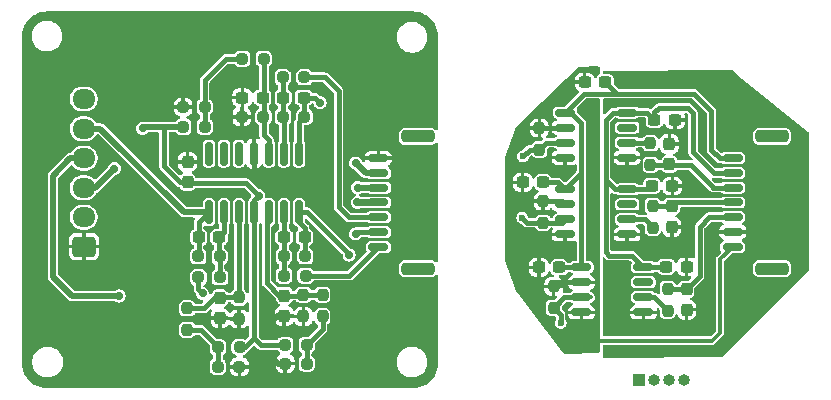
<source format=gbr>
%TF.GenerationSoftware,KiCad,Pcbnew,8.0.4*%
%TF.CreationDate,2024-11-05T13:43:52+01:00*%
%TF.ProjectId,Nutzen,4e75747a-656e-42e6-9b69-6361645f7063,rev?*%
%TF.SameCoordinates,PX791ddc0PY78a3ca0*%
%TF.FileFunction,Copper,L1,Top*%
%TF.FilePolarity,Positive*%
%FSLAX46Y46*%
G04 Gerber Fmt 4.6, Leading zero omitted, Abs format (unit mm)*
G04 Created by KiCad (PCBNEW 8.0.4) date 2024-11-05 13:43:52*
%MOMM*%
%LPD*%
G01*
G04 APERTURE LIST*
G04 Aperture macros list*
%AMRoundRect*
0 Rectangle with rounded corners*
0 $1 Rounding radius*
0 $2 $3 $4 $5 $6 $7 $8 $9 X,Y pos of 4 corners*
0 Add a 4 corners polygon primitive as box body*
4,1,4,$2,$3,$4,$5,$6,$7,$8,$9,$2,$3,0*
0 Add four circle primitives for the rounded corners*
1,1,$1+$1,$2,$3*
1,1,$1+$1,$4,$5*
1,1,$1+$1,$6,$7*
1,1,$1+$1,$8,$9*
0 Add four rect primitives between the rounded corners*
20,1,$1+$1,$2,$3,$4,$5,0*
20,1,$1+$1,$4,$5,$6,$7,0*
20,1,$1+$1,$6,$7,$8,$9,0*
20,1,$1+$1,$8,$9,$2,$3,0*%
G04 Aperture macros list end*
%TA.AperFunction,ComponentPad*%
%ADD10RoundRect,0.250000X0.725000X-0.600000X0.725000X0.600000X-0.725000X0.600000X-0.725000X-0.600000X0*%
%TD*%
%TA.AperFunction,ComponentPad*%
%ADD11O,1.950000X1.700000*%
%TD*%
%TA.AperFunction,SMDPad,CuDef*%
%ADD12RoundRect,0.237500X0.237500X-0.300000X0.237500X0.300000X-0.237500X0.300000X-0.237500X-0.300000X0*%
%TD*%
%TA.AperFunction,SMDPad,CuDef*%
%ADD13RoundRect,0.237500X-0.250000X-0.237500X0.250000X-0.237500X0.250000X0.237500X-0.250000X0.237500X0*%
%TD*%
%TA.AperFunction,SMDPad,CuDef*%
%ADD14RoundRect,0.237500X0.250000X0.237500X-0.250000X0.237500X-0.250000X-0.237500X0.250000X-0.237500X0*%
%TD*%
%TA.AperFunction,SMDPad,CuDef*%
%ADD15RoundRect,0.237500X-0.300000X-0.237500X0.300000X-0.237500X0.300000X0.237500X-0.300000X0.237500X0*%
%TD*%
%TA.AperFunction,SMDPad,CuDef*%
%ADD16RoundRect,0.237500X-0.237500X0.250000X-0.237500X-0.250000X0.237500X-0.250000X0.237500X0.250000X0*%
%TD*%
%TA.AperFunction,SMDPad,CuDef*%
%ADD17RoundRect,0.237500X-0.237500X0.300000X-0.237500X-0.300000X0.237500X-0.300000X0.237500X0.300000X0*%
%TD*%
%TA.AperFunction,SMDPad,CuDef*%
%ADD18RoundRect,0.237500X0.300000X0.237500X-0.300000X0.237500X-0.300000X-0.237500X0.300000X-0.237500X0*%
%TD*%
%TA.AperFunction,SMDPad,CuDef*%
%ADD19RoundRect,0.150000X0.150000X-0.825000X0.150000X0.825000X-0.150000X0.825000X-0.150000X-0.825000X0*%
%TD*%
%TA.AperFunction,SMDPad,CuDef*%
%ADD20RoundRect,0.150000X-0.700000X0.150000X-0.700000X-0.150000X0.700000X-0.150000X0.700000X0.150000X0*%
%TD*%
%TA.AperFunction,SMDPad,CuDef*%
%ADD21RoundRect,0.250000X-1.150000X0.250000X-1.150000X-0.250000X1.150000X-0.250000X1.150000X0.250000X0*%
%TD*%
%TA.AperFunction,SMDPad,CuDef*%
%ADD22RoundRect,0.150000X-0.675000X-0.150000X0.675000X-0.150000X0.675000X0.150000X-0.675000X0.150000X0*%
%TD*%
%TA.AperFunction,ComponentPad*%
%ADD23R,1.000000X1.000000*%
%TD*%
%TA.AperFunction,ComponentPad*%
%ADD24O,1.000000X1.000000*%
%TD*%
%TA.AperFunction,SMDPad,CuDef*%
%ADD25RoundRect,0.237500X0.237500X-0.250000X0.237500X0.250000X-0.237500X0.250000X-0.237500X-0.250000X0*%
%TD*%
%TA.AperFunction,ViaPad*%
%ADD26C,0.700000*%
%TD*%
%TA.AperFunction,ViaPad*%
%ADD27C,0.600000*%
%TD*%
%TA.AperFunction,Conductor*%
%ADD28C,0.500000*%
%TD*%
%TA.AperFunction,Conductor*%
%ADD29C,0.400000*%
%TD*%
%TA.AperFunction,Conductor*%
%ADD30C,0.600000*%
%TD*%
%TA.AperFunction,Conductor*%
%ADD31C,0.300000*%
%TD*%
G04 APERTURE END LIST*
D10*
%TO.P,J1,1,Pin_1*%
%TO.N,GNDD*%
X5520000Y12270000D03*
D11*
%TO.P,J1,2,Pin_2*%
%TO.N,GNDA*%
X5520000Y14770000D03*
%TO.P,J1,3,Pin_3*%
%TO.N,+3.3VD*%
X5520000Y17270000D03*
%TO.P,J1,4,Pin_4*%
%TO.N,/Out2*%
X5520000Y19770000D03*
%TO.P,J1,5,Pin_5*%
%TO.N,/Out1*%
X5520000Y22270000D03*
%TO.P,J1,6,Pin_6*%
%TO.N,/Out3*%
X5520000Y24770000D03*
%TD*%
D12*
%TO.P,C1,1*%
%TO.N,GNDD*%
X17050000Y6225000D03*
%TO.P,C1,2*%
%TO.N,/Vin1+*%
X17050000Y7950000D03*
%TD*%
D13*
%TO.P,R5,1*%
%TO.N,Net-(R2-Pad2)*%
X16875000Y2100000D03*
%TO.P,R5,2*%
%TO.N,GNDD*%
X18700000Y2100000D03*
%TD*%
D14*
%TO.P,R3,1*%
%TO.N,+3.3VD*%
X18712500Y3775000D03*
%TO.P,R3,2*%
%TO.N,Net-(R2-Pad2)*%
X16887500Y3775000D03*
%TD*%
D15*
%TO.P,C5,1*%
%TO.N,GNDD*%
X18937500Y24895000D03*
%TO.P,C5,2*%
%TO.N,/Vin3+*%
X20662500Y24895000D03*
%TD*%
D13*
%TO.P,R13,1*%
%TO.N,+3.3VD*%
X13945000Y22420000D03*
%TO.P,R13,2*%
%TO.N,Net-(R13-Pad2)*%
X15770000Y22420000D03*
%TD*%
%TO.P,R10,1*%
%TO.N,/Vin2-*%
X22472500Y9815000D03*
%TO.P,R10,2*%
%TO.N,/data_in2*%
X24297500Y9815000D03*
%TD*%
D16*
%TO.P,R11,1*%
%TO.N,/Vin2+*%
X24110000Y8190000D03*
%TO.P,R11,2*%
%TO.N,GNDD*%
X24110000Y6365000D03*
%TD*%
D14*
%TO.P,R7,1*%
%TO.N,/Vin1-*%
X17025000Y11450000D03*
%TO.P,R7,2*%
%TO.N,/Out1*%
X15200000Y11450000D03*
%TD*%
D16*
%TO.P,R9,1*%
%TO.N,/Vin2+*%
X25730000Y8192500D03*
%TO.P,R9,2*%
%TO.N,Net-(R6-Pad2)*%
X25730000Y6367500D03*
%TD*%
%TO.P,R1,1*%
%TO.N,/Vin1+*%
X18650000Y7975000D03*
%TO.P,R1,2*%
%TO.N,GNDD*%
X18650000Y6150000D03*
%TD*%
D13*
%TO.P,R12,1*%
%TO.N,/Vin2-*%
X22440000Y11465000D03*
%TO.P,R12,2*%
%TO.N,/Out2*%
X24265000Y11465000D03*
%TD*%
D17*
%TO.P,C9,1*%
%TO.N,GNDD*%
X14300000Y19462500D03*
%TO.P,C9,2*%
%TO.N,+3.3VD*%
X14300000Y17737500D03*
%TD*%
D13*
%TO.P,R16,1*%
%TO.N,/Vin3-*%
X22367500Y26630000D03*
%TO.P,R16,2*%
%TO.N,/data_in3*%
X24192500Y26630000D03*
%TD*%
D14*
%TO.P,R17,1*%
%TO.N,/Vin3+*%
X20725000Y23270000D03*
%TO.P,R17,2*%
%TO.N,GNDD*%
X18900000Y23270000D03*
%TD*%
%TO.P,R14,1*%
%TO.N,Net-(R13-Pad2)*%
X15752500Y24100000D03*
%TO.P,R14,2*%
%TO.N,GNDD*%
X13927500Y24100000D03*
%TD*%
%TO.P,R15,1*%
%TO.N,/Vin3+*%
X20762500Y28180000D03*
%TO.P,R15,2*%
%TO.N,Net-(R13-Pad2)*%
X18937500Y28180000D03*
%TD*%
D16*
%TO.P,R2,1*%
%TO.N,/Vin1+*%
X14270000Y7060000D03*
%TO.P,R2,2*%
%TO.N,Net-(R2-Pad2)*%
X14270000Y5235000D03*
%TD*%
D14*
%TO.P,R4,1*%
%TO.N,/Vin1-*%
X17050000Y9675000D03*
%TO.P,R4,2*%
%TO.N,/data_in1*%
X15225000Y9675000D03*
%TD*%
D18*
%TO.P,C6,1*%
%TO.N,/Out3*%
X24130000Y24895000D03*
%TO.P,C6,2*%
%TO.N,/Vin3-*%
X22405000Y24895000D03*
%TD*%
D13*
%TO.P,R18,1*%
%TO.N,/Vin3-*%
X22380000Y23270000D03*
%TO.P,R18,2*%
%TO.N,/Out3*%
X24205000Y23270000D03*
%TD*%
D12*
%TO.P,C2,1*%
%TO.N,GNDD*%
X22485000Y6415000D03*
%TO.P,C2,2*%
%TO.N,/Vin2+*%
X22485000Y8140000D03*
%TD*%
D15*
%TO.P,C4,1*%
%TO.N,/Out1*%
X15250000Y13075000D03*
%TO.P,C4,2*%
%TO.N,/Vin1-*%
X16975000Y13075000D03*
%TD*%
D19*
%TO.P,U2,1,OUT1*%
%TO.N,/Out1*%
X16105000Y15200000D03*
%TO.P,U2,2,IN1-*%
%TO.N,/Vin1-*%
X17375000Y15200000D03*
%TO.P,U2,3,IN1+*%
%TO.N,/Vin1+*%
X18645000Y15200000D03*
%TO.P,U2,4,V+*%
%TO.N,+3.3VD*%
X19915000Y15200000D03*
%TO.P,U2,5,IN2+*%
%TO.N,/Vin2+*%
X21185000Y15200000D03*
%TO.P,U2,6,IN2-*%
%TO.N,/Vin2-*%
X22455000Y15200000D03*
%TO.P,U2,7,OUT2*%
%TO.N,/Out2*%
X23725000Y15200000D03*
%TO.P,U2,8,OUT3*%
%TO.N,/Out3*%
X23725000Y20150000D03*
%TO.P,U2,9,IN3-*%
%TO.N,/Vin3-*%
X22455000Y20150000D03*
%TO.P,U2,10,IN3+*%
%TO.N,/Vin3+*%
X21185000Y20150000D03*
%TO.P,U2,11,V-*%
%TO.N,GNDD*%
X19915000Y20150000D03*
%TO.P,U2,12,IN4+*%
%TO.N,unconnected-(U2-IN4+-Pad12)*%
X18645000Y20150000D03*
%TO.P,U2,13,IN4-*%
%TO.N,unconnected-(U2-IN4--Pad13)*%
X17375000Y20150000D03*
%TO.P,U2,14,OUT4*%
%TO.N,unconnected-(U2-OUT4-Pad14)*%
X16105000Y20150000D03*
%TD*%
D13*
%TO.P,R6,1*%
%TO.N,+3.3VD*%
X22565000Y3950000D03*
%TO.P,R6,2*%
%TO.N,Net-(R6-Pad2)*%
X24390000Y3950000D03*
%TD*%
D18*
%TO.P,C3,1*%
%TO.N,/Out2*%
X24210000Y13090000D03*
%TO.P,C3,2*%
%TO.N,/Vin2-*%
X22485000Y13090000D03*
%TD*%
D14*
%TO.P,R8,1*%
%TO.N,Net-(R6-Pad2)*%
X24397500Y2380000D03*
%TO.P,R8,2*%
%TO.N,GNDD*%
X22572500Y2380000D03*
%TD*%
D20*
%TO.P,J2,1,Pin_1*%
%TO.N,GNDD*%
X30460000Y19770000D03*
%TO.P,J2,2,Pin_2*%
%TO.N,GNDA*%
X30460000Y18520000D03*
%TO.P,J2,3,Pin_3*%
%TO.N,+3.3VD*%
X30460000Y17270000D03*
%TO.P,J2,4,Pin_4*%
%TO.N,+3.3VA*%
X30460000Y16020000D03*
%TO.P,J2,5,Pin_5*%
%TO.N,/data_in3*%
X30460000Y14770000D03*
%TO.P,J2,6,Pin_6*%
%TO.N,/data_in1*%
X30460000Y13520000D03*
%TO.P,J2,7,Pin_7*%
%TO.N,/data_in2*%
X30460000Y12270000D03*
D21*
%TO.P,J2,MP,MountPin*%
%TO.N,unconnected-(J2-MountPin-PadMP)*%
X33810000Y21620000D03*
%TO.N,unconnected-(J2-MountPin-PadMP)_1*%
X33810000Y10420000D03*
%TD*%
D16*
%TO.P,R3,1*%
%TO.N,GNDA*%
X45299730Y8920000D03*
%TO.P,R3,2*%
%TO.N,/analog_inp_3*%
X45299730Y7095000D03*
%TD*%
D17*
%TO.P,C8,1*%
%TO.N,/fil_da2*%
X55299730Y15682500D03*
%TO.P,C8,2*%
%TO.N,GNDD*%
X55299730Y13957500D03*
%TD*%
%TO.P,C9,1*%
%TO.N,/fil_da3*%
X56549730Y8670000D03*
%TO.P,C9,2*%
%TO.N,GNDD*%
X56549730Y6945000D03*
%TD*%
D12*
%TO.P,C7,1*%
%TO.N,/fil_da1*%
X55099730Y19257500D03*
%TO.P,C7,2*%
%TO.N,GNDD*%
X55099730Y20982500D03*
%TD*%
D16*
%TO.P,R2,1*%
%TO.N,GNDA*%
X44399730Y16132500D03*
%TO.P,R2,2*%
%TO.N,/analog_inp_2*%
X44399730Y14307500D03*
%TD*%
D22*
%TO.P,U3,1,VDDA*%
%TO.N,+3.3VA*%
X47649730Y10530000D03*
%TO.P,U3,2,AIP*%
%TO.N,GNDA*%
X47649730Y9260000D03*
%TO.P,U3,3,AIN*%
%TO.N,/analog_inp_3*%
X47649730Y7990000D03*
%TO.P,U3,4,GNDA*%
%TO.N,GNDA*%
X47649730Y6720000D03*
%TO.P,U3,5,GNDB*%
%TO.N,GNDD*%
X52899730Y6720000D03*
%TO.P,U3,6,ADAT*%
%TO.N,/amp_data3*%
X52899730Y7990000D03*
%TO.P,U3,7,ACLK*%
%TO.N,unconnected-(U3-ACLK-Pad7)*%
X52899730Y9260000D03*
%TO.P,U3,8,VDDB*%
%TO.N,+3.3VD*%
X52899730Y10530000D03*
%TD*%
D20*
%TO.P,J1,1,Pin_1*%
%TO.N,+3.3VA*%
X60449730Y19770000D03*
%TO.P,J1,2,Pin_2*%
%TO.N,+3.3VD*%
X60449730Y18520000D03*
%TO.P,J1,3,Pin_3*%
%TO.N,/fil_da1*%
X60449730Y17270000D03*
%TO.P,J1,4,Pin_4*%
%TO.N,/fil_da2*%
X60449730Y16020000D03*
%TO.P,J1,5,Pin_5*%
%TO.N,/fil_da3*%
X60449730Y14770000D03*
%TO.P,J1,6,Pin_6*%
%TO.N,GNDD*%
X60449730Y13520000D03*
%TO.P,J1,7,Pin_7*%
%TO.N,GNDA*%
X60449730Y12270000D03*
D21*
%TO.P,J1,MP,MountPin*%
%TO.N,unconnected-(J1-MountPin-PadMP)*%
X63799730Y21620000D03*
%TO.N,unconnected-(J1-MountPin-PadMP)_1*%
X63799730Y10420000D03*
%TD*%
D15*
%TO.P,C3,1*%
%TO.N,GNDA*%
X47924730Y26220000D03*
%TO.P,C3,2*%
%TO.N,+3.3VA*%
X49649730Y26220000D03*
%TD*%
D22*
%TO.P,U2,1,VDDA*%
%TO.N,+3.3VA*%
X46274730Y17125000D03*
%TO.P,U2,2,AIP*%
%TO.N,GNDA*%
X46274730Y15855000D03*
%TO.P,U2,3,AIN*%
%TO.N,/analog_inp_2*%
X46274730Y14585000D03*
%TO.P,U2,4,GNDA*%
%TO.N,GNDA*%
X46274730Y13315000D03*
%TO.P,U2,5,GNDB*%
%TO.N,GNDD*%
X51524730Y13315000D03*
%TO.P,U2,6,ADAT*%
%TO.N,/amp_data2*%
X51524730Y14585000D03*
%TO.P,U2,7,ACLK*%
%TO.N,unconnected-(U2-ACLK-Pad7)*%
X51524730Y15855000D03*
%TO.P,U2,8,VDDB*%
%TO.N,+3.3VD*%
X51524730Y17125000D03*
%TD*%
D23*
%TO.P,J3,1,Pin_1*%
%TO.N,unconnected-(J3-Pin_1-Pad1)*%
X52559730Y950000D03*
D24*
%TO.P,J3,2,Pin_2*%
%TO.N,unconnected-(J3-Pin_2-Pad2)*%
X53829730Y950000D03*
%TO.P,J3,3,Pin_3*%
%TO.N,unconnected-(J3-Pin_3-Pad3)*%
X55099730Y950000D03*
%TO.P,J3,4,Pin_4*%
%TO.N,unconnected-(J3-Pin_4-Pad4)*%
X56369730Y950000D03*
%TD*%
D18*
%TO.P,C6,1*%
%TO.N,GNDD*%
X56562230Y10570000D03*
%TO.P,C6,2*%
%TO.N,+3.3VD*%
X54837230Y10570000D03*
%TD*%
%TO.P,C5,1*%
%TO.N,GNDD*%
X55349730Y17420000D03*
%TO.P,C5,2*%
%TO.N,+3.3VD*%
X53624730Y17420000D03*
%TD*%
D22*
%TO.P,U1,1,VDDA*%
%TO.N,+3.3VA*%
X46274730Y23625000D03*
%TO.P,U1,2,AIP*%
%TO.N,GNDA*%
X46274730Y22355000D03*
%TO.P,U1,3,AIN*%
%TO.N,/analog_inp_1*%
X46274730Y21085000D03*
%TO.P,U1,4,GNDA*%
%TO.N,GNDA*%
X46274730Y19815000D03*
%TO.P,U1,5,GNDB*%
%TO.N,GNDD*%
X51524730Y19815000D03*
%TO.P,U1,6,ADAT*%
%TO.N,/amp_data1*%
X51524730Y21085000D03*
%TO.P,U1,7,ACLK*%
%TO.N,unconnected-(U1-ACLK-Pad7)*%
X51524730Y22355000D03*
%TO.P,U1,8,VDDB*%
%TO.N,+3.3VD*%
X51524730Y23625000D03*
%TD*%
D25*
%TO.P,R6,1*%
%TO.N,/amp_data3*%
X54949730Y6870000D03*
%TO.P,R6,2*%
%TO.N,/fil_da3*%
X54949730Y8695000D03*
%TD*%
D16*
%TO.P,R4,1*%
%TO.N,/amp_data1*%
X53499730Y21032500D03*
%TO.P,R4,2*%
%TO.N,/fil_da1*%
X53499730Y19207500D03*
%TD*%
D25*
%TO.P,R5,1*%
%TO.N,/amp_data2*%
X53699730Y13895000D03*
%TO.P,R5,2*%
%TO.N,/fil_da2*%
X53699730Y15720000D03*
%TD*%
D18*
%TO.P,C4,1*%
%TO.N,GNDD*%
X55562230Y23020000D03*
%TO.P,C4,2*%
%TO.N,+3.3VD*%
X53837230Y23020000D03*
%TD*%
D16*
%TO.P,R1,1*%
%TO.N,GNDA*%
X44099730Y22320000D03*
%TO.P,R1,2*%
%TO.N,/analog_inp_1*%
X44099730Y20495000D03*
%TD*%
D15*
%TO.P,C2,1*%
%TO.N,GNDA*%
X42674730Y17720000D03*
%TO.P,C2,2*%
%TO.N,+3.3VA*%
X44399730Y17720000D03*
%TD*%
%TO.P,C1,1*%
%TO.N,GNDA*%
X44037230Y10520000D03*
%TO.P,C1,2*%
%TO.N,+3.3VA*%
X45762230Y10520000D03*
%TD*%
D26*
%TO.N,GNDD*%
X33500000Y26200000D03*
X6600000Y29900000D03*
X20350000Y18525000D03*
X31800000Y25000000D03*
X8000000Y29900000D03*
X21450000Y2850000D03*
X21200000Y5500000D03*
X33500000Y25000000D03*
X6600000Y28700000D03*
X31800000Y26200000D03*
X8000000Y28700000D03*
%TO.N,/Out2*%
X27980000Y11560000D03*
X8500000Y8100000D03*
%TO.N,/Out3*%
X25515000Y24480000D03*
%TO.N,+3.3VD*%
X10500000Y22300000D03*
X8100000Y18890000D03*
X20325000Y16600000D03*
X28700000Y17270000D03*
%TO.N,+3.3VA*%
X28680000Y16020000D03*
%TO.N,GNDA*%
X28550000Y19350000D03*
%TO.N,/data_in1*%
X15570000Y8310000D03*
X28550000Y13360000D03*
D27*
%TO.N,/analog_inp_1*%
X42699730Y19920000D03*
%TO.N,/analog_inp_2*%
X42649730Y14720000D03*
%TO.N,/analog_inp_3*%
X45899730Y5820000D03*
%TD*%
D28*
%TO.N,GNDD*%
X21200000Y5700000D02*
X21200000Y5500000D01*
X21450000Y2850000D02*
X21920000Y2380000D01*
D29*
X19915000Y20150000D02*
X19915000Y18960000D01*
D28*
X21915000Y6415000D02*
X21200000Y5700000D01*
X21920000Y2380000D02*
X22572500Y2380000D01*
D29*
X19915000Y18960000D02*
X20350000Y18525000D01*
D28*
X22485000Y6415000D02*
X21915000Y6415000D01*
D29*
%TO.N,/Vin1+*%
X17050000Y7950000D02*
X16580000Y7950000D01*
X18645000Y15200000D02*
X18645000Y7980000D01*
X18650000Y7975000D02*
X17075000Y7975000D01*
X16580000Y7950000D02*
X15690000Y7060000D01*
X18645000Y7980000D02*
X18650000Y7975000D01*
X15690000Y7060000D02*
X14270000Y7060000D01*
X17075000Y7975000D02*
X17050000Y7950000D01*
%TO.N,/Vin2+*%
X21185000Y15200000D02*
X21000000Y15015000D01*
X24110000Y8190000D02*
X25727500Y8190000D01*
X21000000Y9220000D02*
X22080000Y8140000D01*
X22485000Y8140000D02*
X24060000Y8140000D01*
X25727500Y8190000D02*
X25730000Y8192500D01*
X21000000Y15015000D02*
X21000000Y9220000D01*
X22080000Y8140000D02*
X22485000Y8140000D01*
X24060000Y8140000D02*
X24110000Y8190000D01*
%TO.N,/Vin3+*%
X20792500Y24832500D02*
X20730000Y24895000D01*
X21185000Y20150000D02*
X21185000Y21315000D01*
X20792500Y23270000D02*
X20792500Y24832500D01*
X20792500Y21707500D02*
X20792500Y23270000D01*
X20762500Y28180000D02*
X20762500Y24927500D01*
X21185000Y21315000D02*
X20792500Y21707500D01*
X20762500Y24927500D02*
X20730000Y24895000D01*
D28*
%TO.N,/Out1*%
X16105000Y15200000D02*
X14000000Y15200000D01*
D29*
X16105000Y15200000D02*
X15250000Y14345000D01*
X15250000Y14345000D02*
X15250000Y13075000D01*
X15250000Y13075000D02*
X15250000Y11500000D01*
X15250000Y11500000D02*
X15200000Y11450000D01*
D28*
X14000000Y15200000D02*
X6930000Y22270000D01*
X6930000Y22270000D02*
X5520000Y22270000D01*
D29*
%TO.N,/Vin1-*%
X17375000Y13475000D02*
X16975000Y13075000D01*
X17375000Y15200000D02*
X17375000Y13475000D01*
X16975000Y13075000D02*
X16975000Y11500000D01*
X17025000Y9700000D02*
X17050000Y9675000D01*
X16975000Y11500000D02*
X17025000Y11450000D01*
X17025000Y11450000D02*
X17025000Y9700000D01*
%TO.N,/Out2*%
X24210000Y13890000D02*
X24210000Y13090000D01*
D28*
X4500000Y8100000D02*
X2900000Y9700000D01*
D29*
X24440000Y15200000D02*
X23725000Y15200000D01*
X23725000Y14375000D02*
X24210000Y13890000D01*
X27980000Y11660000D02*
X24440000Y15200000D01*
D28*
X4370000Y19770000D02*
X5520000Y19770000D01*
D29*
X23725000Y15200000D02*
X23725000Y14375000D01*
X27980000Y11560000D02*
X27980000Y11660000D01*
D28*
X2900000Y9700000D02*
X2900000Y18300000D01*
X2900000Y18300000D02*
X4370000Y19770000D01*
D29*
X24210000Y11520000D02*
X24265000Y11465000D01*
X24210000Y13090000D02*
X24210000Y11520000D01*
D28*
X8500000Y8100000D02*
X4500000Y8100000D01*
D29*
%TO.N,/Vin2-*%
X22485000Y13090000D02*
X22485000Y11510000D01*
X22440000Y11465000D02*
X22440000Y9847500D01*
X22485000Y11510000D02*
X22440000Y11465000D01*
X22440000Y9847500D02*
X22472500Y9815000D01*
X22455000Y13120000D02*
X22485000Y13090000D01*
X22455000Y15200000D02*
X22455000Y13120000D01*
%TO.N,/Out3*%
X24205000Y23270000D02*
X24205000Y24820000D01*
X23725000Y20150000D02*
X23725000Y22790000D01*
X23725000Y22790000D02*
X24205000Y23270000D01*
X25515000Y24480000D02*
X25100000Y24895000D01*
X24205000Y24820000D02*
X24130000Y24895000D01*
X25100000Y24895000D02*
X24130000Y24895000D01*
%TO.N,/Vin3-*%
X22455000Y20150000D02*
X22455000Y23195000D01*
X22405000Y26592500D02*
X22367500Y26630000D01*
X22380000Y24870000D02*
X22405000Y24895000D01*
X22405000Y24895000D02*
X22405000Y26592500D01*
X22380000Y23270000D02*
X22380000Y24870000D01*
X22455000Y23195000D02*
X22380000Y23270000D01*
%TO.N,+3.3VD*%
X12300000Y19100000D02*
X13662500Y17737500D01*
D28*
X8100000Y18890000D02*
X6480000Y17270000D01*
D29*
X19915000Y15200000D02*
X19915000Y8995000D01*
X19915000Y16190000D02*
X20325000Y16600000D01*
X19920000Y8990000D02*
X19920000Y4520000D01*
X19265000Y17660000D02*
X20325000Y16600000D01*
X14500000Y17737500D02*
X14577500Y17660000D01*
D28*
X6480000Y17270000D02*
X5520000Y17270000D01*
D29*
X19175000Y3775000D02*
X18712500Y3775000D01*
X14577500Y17660000D02*
X19265000Y17660000D01*
D28*
X28700000Y17270000D02*
X30460000Y17270000D01*
D29*
X22565000Y3950000D02*
X20490000Y3950000D01*
X19915000Y8995000D02*
X19920000Y8990000D01*
X13662500Y17737500D02*
X14500000Y17737500D01*
X20490000Y3950000D02*
X19920000Y4520000D01*
X12300000Y22420000D02*
X12300000Y19100000D01*
X19915000Y15200000D02*
X19915000Y16190000D01*
D28*
X10620000Y22420000D02*
X10500000Y22300000D01*
D29*
X19920000Y4520000D02*
X19175000Y3775000D01*
D28*
X13945000Y22420000D02*
X10620000Y22420000D01*
D30*
%TO.N,+3.3VA*%
X28680000Y16020000D02*
X30460000Y16020000D01*
D28*
%TO.N,GNDA*%
X28550000Y19350000D02*
X29380000Y18520000D01*
D30*
X5790000Y14500000D02*
X5520000Y14770000D01*
D28*
X29380000Y18520000D02*
X30460000Y18520000D01*
D29*
%TO.N,/data_in3*%
X25920000Y26630000D02*
X24192500Y26630000D01*
X27100000Y15600000D02*
X27100000Y25450000D01*
X27100000Y25450000D02*
X25920000Y26630000D01*
X30440000Y14750000D02*
X27950000Y14750000D01*
X30460000Y14770000D02*
X30440000Y14750000D01*
X27950000Y14750000D02*
X27100000Y15600000D01*
%TO.N,/data_in2*%
X24297500Y9815000D02*
X28005000Y9815000D01*
X28005000Y9815000D02*
X30460000Y12270000D01*
%TO.N,/data_in1*%
X15225000Y8655000D02*
X15570000Y8310000D01*
X28710000Y13520000D02*
X28550000Y13360000D01*
X15225000Y9675000D02*
X15225000Y8655000D01*
X30460000Y13520000D02*
X28710000Y13520000D01*
%TO.N,Net-(R2-Pad2)*%
X14270000Y5235000D02*
X15427500Y5235000D01*
X16887500Y2112500D02*
X16875000Y2100000D01*
X16887500Y3775000D02*
X16887500Y2112500D01*
X15427500Y5235000D02*
X16887500Y3775000D01*
%TO.N,Net-(R6-Pad2)*%
X24390000Y3950000D02*
X25730000Y5290000D01*
X24390000Y2387500D02*
X24397500Y2380000D01*
X25730000Y5290000D02*
X25730000Y6367500D01*
X24390000Y3950000D02*
X24390000Y2387500D01*
%TO.N,Net-(R13-Pad2)*%
X15770000Y24082500D02*
X15752500Y24100000D01*
X15752500Y26382500D02*
X17550000Y28180000D01*
X17550000Y28180000D02*
X18937500Y28180000D01*
X15752500Y24100000D02*
X15752500Y26382500D01*
X15770000Y22420000D02*
X15770000Y24082500D01*
%TO.N,GNDA*%
X45639730Y9260000D02*
X45299730Y8920000D01*
D31*
X46274730Y13315000D02*
X46157230Y13315000D01*
X58749730Y4320000D02*
X59399730Y4970000D01*
X48499730Y4320000D02*
X58749730Y4320000D01*
D29*
X46274730Y22355000D02*
X44134730Y22355000D01*
D31*
X59399730Y4970000D02*
X59399730Y11220000D01*
X48199730Y4620000D02*
X48499730Y4320000D01*
X60449730Y12270000D02*
X60349730Y12370000D01*
D29*
X44134730Y22355000D02*
X44099730Y22320000D01*
X47649730Y9260000D02*
X45639730Y9260000D01*
X45997230Y16132500D02*
X46274730Y15855000D01*
D31*
X59399730Y11220000D02*
X60449730Y12270000D01*
X46159730Y15970000D02*
X46274730Y15855000D01*
D29*
X44399730Y16132500D02*
X45997230Y16132500D01*
D31*
%TO.N,GNDD*%
X52633468Y6720000D02*
X52899730Y6720000D01*
X52899730Y6720000D02*
X53649730Y6720000D01*
D29*
%TO.N,/amp_data1*%
X51524730Y21085000D02*
X53447230Y21085000D01*
X53447230Y21085000D02*
X53499730Y21032500D01*
%TO.N,/amp_data2*%
X53009730Y14585000D02*
X51524730Y14585000D01*
X53699730Y13895000D02*
X53009730Y14585000D01*
%TO.N,/amp_data3*%
X54949730Y6870000D02*
X53829730Y7990000D01*
X53829730Y7990000D02*
X52899730Y7990000D01*
D31*
%TO.N,+3.3VA*%
X45772230Y10530000D02*
X45762230Y10520000D01*
D29*
X45679730Y17720000D02*
X46274730Y17125000D01*
X60449730Y19770000D02*
X59349730Y19770000D01*
X47869730Y25220000D02*
X50649730Y25220000D01*
X47649730Y10530000D02*
X45772230Y10530000D01*
X59349730Y19770000D02*
X58649730Y20470000D01*
X46274730Y17125000D02*
X47569730Y18420000D01*
X57199730Y25220000D02*
X50649730Y25220000D01*
X47569730Y18420000D02*
X47649730Y18420000D01*
X49649730Y26220000D02*
X50649730Y25220000D01*
X46274730Y23625000D02*
X47869730Y25220000D01*
X58649730Y20470000D02*
X58649730Y23770000D01*
X47649730Y10530000D02*
X47649730Y22720000D01*
D31*
X46744730Y23625000D02*
X46274730Y23625000D01*
D29*
X44399730Y17720000D02*
X45679730Y17720000D01*
X58649730Y23770000D02*
X57199730Y25220000D01*
X47649730Y22720000D02*
X46744730Y23625000D01*
%TO.N,+3.3VD*%
X53232230Y23625000D02*
X53837230Y23020000D01*
X57099730Y23620000D02*
X57099730Y20270000D01*
X52899730Y10530000D02*
X51909730Y11520000D01*
X49699730Y17920000D02*
X49699730Y23020000D01*
X53837230Y23020000D02*
X53837230Y23657500D01*
X57099730Y20270000D02*
X58799730Y18570000D01*
X49999730Y11520000D02*
X49699730Y11820000D01*
X51524730Y17125000D02*
X50494730Y17125000D01*
X54199730Y24020000D02*
X56699730Y24020000D01*
X56699730Y24020000D02*
X57099730Y23620000D01*
X49699730Y11820000D02*
X49699730Y17920000D01*
X54837230Y10570000D02*
X52939730Y10570000D01*
X50494730Y17125000D02*
X49699730Y17920000D01*
X51524730Y23625000D02*
X53232230Y23625000D01*
X50304730Y23625000D02*
X51524730Y23625000D01*
X49699730Y23020000D02*
X50304730Y23625000D01*
X53837230Y23657500D02*
X54199730Y24020000D01*
X60449730Y18520000D02*
X58849730Y18520000D01*
X51909730Y11520000D02*
X49999730Y11520000D01*
X51529730Y17120000D02*
X51524730Y17125000D01*
X53624730Y17420000D02*
X53324730Y17120000D01*
X52939730Y10570000D02*
X52899730Y10530000D01*
X53324730Y17120000D02*
X51529730Y17120000D01*
%TO.N,/analog_inp_1*%
X44689730Y21085000D02*
X44099730Y20495000D01*
X46274730Y21085000D02*
X44689730Y21085000D01*
X43274730Y20495000D02*
X42699730Y19920000D01*
X44099730Y20495000D02*
X43274730Y20495000D01*
%TO.N,/analog_inp_2*%
X43062230Y14307500D02*
X42649730Y14720000D01*
X44399730Y14307500D02*
X43062230Y14307500D01*
X44399730Y14307500D02*
X45997230Y14307500D01*
X45997230Y14307500D02*
X46274730Y14585000D01*
D31*
%TO.N,/analog_inp_3*%
X48474729Y7990000D02*
X47649730Y7990000D01*
D29*
X45899730Y5820000D02*
X45899730Y6495000D01*
X45899730Y6495000D02*
X45299730Y7095000D01*
X45299730Y7095000D02*
X46194730Y7990000D01*
X46194730Y7990000D02*
X47649730Y7990000D01*
%TO.N,/fil_da1*%
X60449730Y17270000D02*
X58821912Y17270000D01*
X53499730Y19207500D02*
X55074730Y19207500D01*
X58771912Y17320000D02*
X56909412Y19182500D01*
X56909412Y19182500D02*
X55099730Y19182500D01*
X55074730Y19207500D02*
X55099730Y19182500D01*
%TO.N,/fil_da2*%
X55362230Y15720000D02*
X53699730Y15720000D01*
X55662230Y16020000D02*
X55362230Y15720000D01*
X60449730Y16020000D02*
X55662230Y16020000D01*
%TO.N,/fil_da3*%
X56549730Y8670000D02*
X57649730Y9770000D01*
X57649730Y13970000D02*
X58449730Y14770000D01*
X56549730Y8670000D02*
X54974730Y8670000D01*
X58449730Y14770000D02*
X60449730Y14770000D01*
X54974730Y8670000D02*
X54949730Y8695000D01*
X57649730Y9770000D02*
X57649730Y13970000D01*
%TD*%
%TA.AperFunction,Conductor*%
%TO.N,GNDD*%
G36*
X33404028Y32199236D02*
G01*
X33665949Y32182069D01*
X33682005Y32179954D01*
X33935426Y32129546D01*
X33951077Y32125352D01*
X34195752Y32042296D01*
X34210730Y32036092D01*
X34442460Y31921815D01*
X34456506Y31913705D01*
X34671336Y31770161D01*
X34684205Y31760287D01*
X34878460Y31589930D01*
X34889929Y31578461D01*
X35045996Y31400500D01*
X35060286Y31384206D01*
X35070160Y31371337D01*
X35213704Y31156507D01*
X35221814Y31142461D01*
X35336091Y30910731D01*
X35342298Y30895746D01*
X35425348Y30651089D01*
X35429546Y30635421D01*
X35479952Y30382011D01*
X35482069Y30365930D01*
X35499234Y30104059D01*
X35499500Y30095949D01*
X35499500Y22274162D01*
X35479815Y22207123D01*
X35427011Y22161368D01*
X35357853Y22151424D01*
X35294297Y22180449D01*
X35287819Y22186481D01*
X35282151Y22192149D01*
X35172882Y22272793D01*
X35172880Y22272794D01*
X35044700Y22317647D01*
X35014270Y22320500D01*
X35014266Y22320500D01*
X32605734Y22320500D01*
X32605730Y22320500D01*
X32575300Y22317647D01*
X32575298Y22317647D01*
X32447119Y22272794D01*
X32447117Y22272793D01*
X32337850Y22192150D01*
X32257207Y22082883D01*
X32257206Y22082881D01*
X32212353Y21954702D01*
X32212353Y21954700D01*
X32209500Y21924270D01*
X32209500Y21315731D01*
X32212353Y21285301D01*
X32212353Y21285299D01*
X32248680Y21181486D01*
X32257207Y21157118D01*
X32337850Y21047850D01*
X32447118Y20967207D01*
X32489845Y20952256D01*
X32575299Y20922354D01*
X32605730Y20919500D01*
X32605734Y20919500D01*
X35014270Y20919500D01*
X35044699Y20922354D01*
X35044701Y20922354D01*
X35108790Y20944781D01*
X35172882Y20967207D01*
X35282150Y21047850D01*
X35282152Y21047854D01*
X35288319Y21054019D01*
X35349642Y21087504D01*
X35419334Y21082520D01*
X35475267Y21040648D01*
X35499684Y20975184D01*
X35500000Y20966338D01*
X35500000Y20251487D01*
X35499500Y20243860D01*
X35499500Y12156137D01*
X35500000Y12148511D01*
X35500000Y11251487D01*
X35499500Y11243860D01*
X35499500Y11074162D01*
X35479815Y11007123D01*
X35427011Y10961368D01*
X35357853Y10951424D01*
X35294297Y10980449D01*
X35287819Y10986481D01*
X35282151Y10992149D01*
X35265077Y11004750D01*
X35172882Y11072793D01*
X35172880Y11072794D01*
X35044700Y11117647D01*
X35014270Y11120500D01*
X35014266Y11120500D01*
X32605734Y11120500D01*
X32605730Y11120500D01*
X32575300Y11117647D01*
X32575298Y11117647D01*
X32447119Y11072794D01*
X32447117Y11072793D01*
X32337850Y10992150D01*
X32257207Y10882883D01*
X32257206Y10882881D01*
X32212353Y10754702D01*
X32212353Y10754700D01*
X32209500Y10724270D01*
X32209500Y10115731D01*
X32212353Y10085301D01*
X32212353Y10085299D01*
X32254359Y9965256D01*
X32257207Y9957118D01*
X32337850Y9847850D01*
X32447118Y9767207D01*
X32489845Y9752256D01*
X32575299Y9722354D01*
X32605730Y9719500D01*
X32605734Y9719500D01*
X35014270Y9719500D01*
X35044699Y9722354D01*
X35044701Y9722354D01*
X35108790Y9744781D01*
X35172882Y9767207D01*
X35282150Y9847850D01*
X35282152Y9847854D01*
X35287819Y9853519D01*
X35349142Y9887004D01*
X35418834Y9882020D01*
X35474767Y9840148D01*
X35499184Y9774684D01*
X35499500Y9765838D01*
X35499500Y2404052D01*
X35499234Y2395942D01*
X35482069Y2134071D01*
X35479952Y2117990D01*
X35429546Y1864580D01*
X35425348Y1848912D01*
X35342298Y1604255D01*
X35336091Y1589270D01*
X35221814Y1357540D01*
X35213704Y1343494D01*
X35070160Y1128664D01*
X35060286Y1115795D01*
X34889929Y921540D01*
X34878460Y910071D01*
X34684205Y739714D01*
X34671336Y729840D01*
X34456506Y586296D01*
X34442460Y578186D01*
X34210730Y463909D01*
X34195745Y457702D01*
X33951088Y374652D01*
X33935420Y370454D01*
X33682010Y320048D01*
X33665929Y317931D01*
X33404058Y300766D01*
X33395948Y300500D01*
X2404052Y300500D01*
X2395942Y300766D01*
X2134070Y317931D01*
X2117989Y320048D01*
X1864579Y370454D01*
X1848911Y374652D01*
X1604254Y457702D01*
X1589269Y463909D01*
X1357539Y578186D01*
X1343493Y586296D01*
X1128663Y729840D01*
X1115794Y739714D01*
X921539Y910071D01*
X910070Y921540D01*
X739713Y1115795D01*
X729839Y1128664D01*
X586295Y1343494D01*
X578185Y1357540D01*
X463908Y1589270D01*
X457704Y1604248D01*
X374648Y1848923D01*
X370453Y1864580D01*
X368063Y1876593D01*
X320046Y2117995D01*
X317931Y2134051D01*
X300764Y2395972D01*
X300500Y2404052D01*
X300500Y2612352D01*
X1149500Y2612352D01*
X1149500Y2407649D01*
X1181522Y2205466D01*
X1244781Y2010777D01*
X1283125Y1935524D01*
X1337254Y1829290D01*
X1337715Y1828387D01*
X1458028Y1662787D01*
X1602786Y1518029D01*
X1757749Y1405444D01*
X1768390Y1397713D01*
X1874801Y1343494D01*
X1950776Y1304782D01*
X1950778Y1304782D01*
X1950781Y1304780D01*
X2055137Y1270873D01*
X2145465Y1241523D01*
X2208602Y1231523D01*
X2347648Y1209500D01*
X2347649Y1209500D01*
X2552351Y1209500D01*
X2552352Y1209500D01*
X2754534Y1241523D01*
X2949219Y1304780D01*
X3131610Y1397713D01*
X3232322Y1470884D01*
X3297213Y1518029D01*
X3297215Y1518032D01*
X3297219Y1518034D01*
X3441966Y1662781D01*
X3441968Y1662785D01*
X3441971Y1662787D01*
X3511769Y1758857D01*
X3562287Y1828390D01*
X3655220Y2010781D01*
X3718477Y2205466D01*
X3750500Y2407648D01*
X3750500Y2612352D01*
X3736642Y2699849D01*
X3718477Y2814535D01*
X3658469Y2999219D01*
X3655220Y3009219D01*
X3655218Y3009222D01*
X3655218Y3009224D01*
X3609219Y3099500D01*
X3562287Y3191610D01*
X3545715Y3214420D01*
X3441971Y3357214D01*
X3297213Y3501972D01*
X3131613Y3622285D01*
X3131612Y3622286D01*
X3131610Y3622287D01*
X3074653Y3651309D01*
X2949223Y3715219D01*
X2754534Y3778478D01*
X2579995Y3806122D01*
X2552352Y3810500D01*
X2347648Y3810500D01*
X2323329Y3806649D01*
X2145465Y3778478D01*
X1950776Y3715219D01*
X1768386Y3622285D01*
X1602786Y3501972D01*
X1458028Y3357214D01*
X1337715Y3191614D01*
X1244781Y3009224D01*
X1181522Y2814535D01*
X1149500Y2612352D01*
X300500Y2612352D01*
X300500Y5537761D01*
X13594500Y5537761D01*
X13594500Y4932240D01*
X13597274Y4902651D01*
X13640884Y4778024D01*
X13719288Y4671790D01*
X13719289Y4671789D01*
X13825523Y4593385D01*
X13825524Y4593385D01*
X13825525Y4593384D01*
X13950151Y4549775D01*
X13950150Y4549775D01*
X13979740Y4547000D01*
X13979744Y4547000D01*
X14560260Y4547000D01*
X14589849Y4549775D01*
X14714475Y4593384D01*
X14820711Y4671789D01*
X14899116Y4778025D01*
X14899115Y4778025D01*
X14903624Y4784133D01*
X14959271Y4826384D01*
X15003394Y4834500D01*
X15210245Y4834500D01*
X15277284Y4814815D01*
X15297926Y4798181D01*
X16163181Y3932926D01*
X16196666Y3871603D01*
X16199500Y3845245D01*
X16199500Y3484740D01*
X16202274Y3455151D01*
X16245884Y3330524D01*
X16324288Y3224290D01*
X16324289Y3224289D01*
X16436633Y3141376D01*
X16478884Y3085729D01*
X16487000Y3041606D01*
X16487000Y2840288D01*
X16467315Y2773249D01*
X16425408Y2734759D01*
X16425501Y2734634D01*
X16424339Y2733777D01*
X16420946Y2730660D01*
X16418022Y2729115D01*
X16311789Y2650712D01*
X16311788Y2650711D01*
X16233384Y2544477D01*
X16189774Y2419850D01*
X16187000Y2390261D01*
X16187000Y1809740D01*
X16189774Y1780151D01*
X16233384Y1655524D01*
X16311788Y1549290D01*
X16311789Y1549289D01*
X16418023Y1470885D01*
X16418024Y1470885D01*
X16418025Y1470884D01*
X16542651Y1427275D01*
X16542650Y1427275D01*
X16572240Y1424500D01*
X16572244Y1424500D01*
X17177760Y1424500D01*
X17207349Y1427275D01*
X17331975Y1470884D01*
X17438211Y1549289D01*
X17516616Y1655525D01*
X17560225Y1780151D01*
X17563000Y1809744D01*
X17563000Y1820429D01*
X17912500Y1820429D01*
X17922873Y1734042D01*
X17977076Y1596593D01*
X17977079Y1596587D01*
X18066356Y1478857D01*
X18184086Y1389580D01*
X18184092Y1389577D01*
X18321541Y1335374D01*
X18407928Y1325000D01*
X18550000Y1325000D01*
X18850000Y1325000D01*
X18992072Y1325000D01*
X19078458Y1335374D01*
X19215907Y1389577D01*
X19215913Y1389580D01*
X19333643Y1478857D01*
X19422920Y1596587D01*
X19422923Y1596593D01*
X19477126Y1734042D01*
X19487500Y1820429D01*
X19487500Y1950000D01*
X18850000Y1950000D01*
X18850000Y1325000D01*
X18550000Y1325000D01*
X18550000Y1950000D01*
X17912500Y1950000D01*
X17912500Y1820429D01*
X17563000Y1820429D01*
X17563000Y2100429D01*
X21785000Y2100429D01*
X21795373Y2014042D01*
X21849576Y1876593D01*
X21849579Y1876587D01*
X21938856Y1758857D01*
X22056586Y1669580D01*
X22056592Y1669577D01*
X22194041Y1615374D01*
X22280428Y1605000D01*
X22422500Y1605000D01*
X22722500Y1605000D01*
X22864572Y1605000D01*
X22950958Y1615374D01*
X23088407Y1669577D01*
X23088413Y1669580D01*
X23206143Y1758857D01*
X23295420Y1876587D01*
X23295423Y1876593D01*
X23349626Y2014042D01*
X23360000Y2100429D01*
X23360000Y2230000D01*
X22722500Y2230000D01*
X22722500Y1605000D01*
X22422500Y1605000D01*
X22422500Y2230000D01*
X21785000Y2230000D01*
X21785000Y2100429D01*
X17563000Y2100429D01*
X17563000Y2390256D01*
X17562086Y2400000D01*
X17560225Y2419850D01*
X17516615Y2544477D01*
X17438212Y2650710D01*
X17438209Y2650712D01*
X17371631Y2699849D01*
X17338366Y2724400D01*
X17296115Y2780048D01*
X17288000Y2824170D01*
X17288000Y3041606D01*
X17307685Y3108645D01*
X17338367Y3141376D01*
X17392882Y3181610D01*
X17450711Y3224289D01*
X17529116Y3330525D01*
X17572725Y3455151D01*
X17575500Y3484744D01*
X17575500Y4065256D01*
X17574904Y4071607D01*
X17572725Y4094850D01*
X17529115Y4219477D01*
X17450711Y4325711D01*
X17450710Y4325712D01*
X17344476Y4404116D01*
X17219848Y4447726D01*
X17219849Y4447726D01*
X17190260Y4450500D01*
X17190256Y4450500D01*
X16829755Y4450500D01*
X16762716Y4470185D01*
X16742074Y4486819D01*
X15673415Y5555478D01*
X15673413Y5555480D01*
X15627750Y5581844D01*
X15582089Y5608207D01*
X15497652Y5630831D01*
X15480227Y5635500D01*
X15480226Y5635500D01*
X15003394Y5635500D01*
X14936355Y5655185D01*
X14903624Y5685867D01*
X14820711Y5798211D01*
X14820710Y5798212D01*
X14714476Y5876616D01*
X14696435Y5882929D01*
X16275000Y5882929D01*
X16285373Y5796542D01*
X16339576Y5659093D01*
X16339579Y5659087D01*
X16428856Y5541357D01*
X16546586Y5452080D01*
X16546592Y5452077D01*
X16684041Y5397874D01*
X16770428Y5387500D01*
X16900000Y5387500D01*
X16900000Y6075000D01*
X17200000Y6075000D01*
X17200000Y5387500D01*
X17329572Y5387500D01*
X17415958Y5397874D01*
X17553407Y5452077D01*
X17553413Y5452080D01*
X17671142Y5541357D01*
X17741715Y5634422D01*
X17797907Y5675946D01*
X17867629Y5680499D01*
X17928743Y5646634D01*
X17939324Y5634423D01*
X18028856Y5516357D01*
X18146586Y5427080D01*
X18146592Y5427077D01*
X18284041Y5372874D01*
X18370428Y5362500D01*
X18500000Y5362500D01*
X18500000Y6000000D01*
X17949000Y6000000D01*
X17881961Y6019685D01*
X17863559Y6040922D01*
X17861319Y6038681D01*
X17820554Y6079446D01*
X17809484Y6075316D01*
X17800638Y6075000D01*
X17200000Y6075000D01*
X16900000Y6075000D01*
X16275000Y6075000D01*
X16275000Y5882929D01*
X14696435Y5882929D01*
X14589848Y5920226D01*
X14589849Y5920226D01*
X14560260Y5923000D01*
X14560256Y5923000D01*
X13979744Y5923000D01*
X13979740Y5923000D01*
X13950150Y5920226D01*
X13825523Y5876616D01*
X13719289Y5798212D01*
X13719288Y5798211D01*
X13640884Y5691977D01*
X13597274Y5567350D01*
X13594500Y5537761D01*
X300500Y5537761D01*
X300500Y18359309D01*
X2449500Y18359309D01*
X2449500Y9640692D01*
X2473712Y9550328D01*
X2480200Y9526115D01*
X2480200Y9526114D01*
X2498077Y9495151D01*
X2539511Y9423386D01*
X4223386Y7739510D01*
X4326113Y7680201D01*
X4350321Y7673716D01*
X4350324Y7673714D01*
X4350325Y7673714D01*
X4380447Y7665643D01*
X4440691Y7649500D01*
X8140715Y7649500D01*
X8207754Y7629815D01*
X8216199Y7623877D01*
X8222370Y7619142D01*
X8222373Y7619141D01*
X8222375Y7619139D01*
X8356291Y7563670D01*
X8483280Y7546952D01*
X8499999Y7544750D01*
X8500000Y7544750D01*
X8500001Y7544750D01*
X8514977Y7546722D01*
X8643709Y7563670D01*
X8777625Y7619139D01*
X8892621Y7707379D01*
X8980861Y7822375D01*
X9036330Y7956291D01*
X9055250Y8100000D01*
X9036330Y8243709D01*
X8980861Y8377625D01*
X8892621Y8492621D01*
X8777625Y8580861D01*
X8777624Y8580862D01*
X8777622Y8580863D01*
X8643712Y8636329D01*
X8643710Y8636330D01*
X8643709Y8636330D01*
X8543865Y8649475D01*
X8500001Y8655250D01*
X8499999Y8655250D01*
X8356291Y8636330D01*
X8356287Y8636329D01*
X8222376Y8580862D01*
X8222370Y8580859D01*
X8216199Y8576123D01*
X8151030Y8550930D01*
X8140715Y8550500D01*
X4737966Y8550500D01*
X4670927Y8570185D01*
X4650285Y8586819D01*
X3386819Y9850285D01*
X3353334Y9911608D01*
X3350500Y9937966D01*
X3350500Y12913054D01*
X4245000Y12913054D01*
X4245000Y12420000D01*
X5068436Y12420000D01*
X5045000Y12332535D01*
X5045000Y12207465D01*
X5068436Y12120000D01*
X4245000Y12120000D01*
X4245000Y11626947D01*
X4255613Y11538557D01*
X4311079Y11397905D01*
X4402435Y11277436D01*
X4522904Y11186080D01*
X4663556Y11130614D01*
X4751946Y11120000D01*
X5370000Y11120000D01*
X5370000Y11818436D01*
X5457465Y11795000D01*
X5582535Y11795000D01*
X5670000Y11818436D01*
X5670000Y11120000D01*
X6288054Y11120000D01*
X6376443Y11130614D01*
X6517095Y11186080D01*
X6637564Y11277436D01*
X6728920Y11397905D01*
X6784386Y11538557D01*
X6795000Y11626947D01*
X6795000Y12120000D01*
X5971564Y12120000D01*
X5995000Y12207465D01*
X5995000Y12332535D01*
X5971564Y12420000D01*
X6795000Y12420000D01*
X6795000Y12913054D01*
X6784386Y13001444D01*
X6728920Y13142096D01*
X6637564Y13262565D01*
X6517095Y13353921D01*
X6376443Y13409387D01*
X6288054Y13420000D01*
X5670000Y13420000D01*
X5670000Y12721565D01*
X5582535Y12745000D01*
X5457465Y12745000D01*
X5370000Y12721565D01*
X5370000Y13420000D01*
X4751946Y13420000D01*
X4663556Y13409387D01*
X4522904Y13353921D01*
X4402435Y13262565D01*
X4311079Y13142096D01*
X4255613Y13001444D01*
X4245000Y12913054D01*
X3350500Y12913054D01*
X3350500Y14873470D01*
X4344500Y14873470D01*
X4344500Y14666531D01*
X4384868Y14463588D01*
X4384870Y14463580D01*
X4438889Y14333166D01*
X4464059Y14272402D01*
X4487829Y14236828D01*
X4579024Y14100343D01*
X4725342Y13954025D01*
X4725345Y13954023D01*
X4897402Y13839059D01*
X5088580Y13759870D01*
X5252246Y13727315D01*
X5291530Y13719501D01*
X5291534Y13719500D01*
X5291535Y13719500D01*
X5748466Y13719500D01*
X5748467Y13719501D01*
X5951420Y13759870D01*
X6142598Y13839059D01*
X6314655Y13954023D01*
X6460977Y14100345D01*
X6575941Y14272402D01*
X6655130Y14463580D01*
X6695500Y14666535D01*
X6695500Y14873465D01*
X6655130Y15076420D01*
X6575941Y15267598D01*
X6460977Y15439655D01*
X6460975Y15439658D01*
X6314657Y15585976D01*
X6163733Y15686819D01*
X6142598Y15700941D01*
X6126857Y15707461D01*
X5951420Y15780130D01*
X5951412Y15780132D01*
X5748469Y15820500D01*
X5748465Y15820500D01*
X5291535Y15820500D01*
X5291530Y15820500D01*
X5088587Y15780132D01*
X5088579Y15780130D01*
X4897403Y15700942D01*
X4725342Y15585976D01*
X4579024Y15439658D01*
X4464058Y15267597D01*
X4384870Y15076421D01*
X4384868Y15076413D01*
X4344500Y14873470D01*
X3350500Y14873470D01*
X3350500Y17373470D01*
X4344500Y17373470D01*
X4344500Y17166531D01*
X4384868Y16963588D01*
X4384870Y16963580D01*
X4464058Y16772404D01*
X4579024Y16600343D01*
X4725342Y16454025D01*
X4725345Y16454023D01*
X4897402Y16339059D01*
X5088580Y16259870D01*
X5291530Y16219501D01*
X5291534Y16219500D01*
X5291535Y16219500D01*
X5748466Y16219500D01*
X5748467Y16219501D01*
X5951420Y16259870D01*
X6142598Y16339059D01*
X6314655Y16454023D01*
X6460977Y16600345D01*
X6575941Y16772402D01*
X6579054Y16779920D01*
X6622888Y16834323D01*
X6647048Y16845464D01*
X6646375Y16847089D01*
X6653881Y16850200D01*
X6653887Y16850201D01*
X6756614Y16909511D01*
X8164500Y18317399D01*
X8225821Y18350882D01*
X8235978Y18352653D01*
X8243709Y18353670D01*
X8377625Y18409139D01*
X8492621Y18497379D01*
X8580861Y18612375D01*
X8636330Y18746291D01*
X8655250Y18890000D01*
X8636330Y19033709D01*
X8580861Y19167625D01*
X8492621Y19282621D01*
X8377625Y19370861D01*
X8377624Y19370862D01*
X8377622Y19370863D01*
X8243712Y19426329D01*
X8243710Y19426330D01*
X8243709Y19426330D01*
X8171854Y19435790D01*
X8100001Y19445250D01*
X8099999Y19445250D01*
X7956291Y19426330D01*
X7956287Y19426329D01*
X7822377Y19370863D01*
X7707379Y19282621D01*
X7619137Y19167623D01*
X7563669Y19033709D01*
X7563669Y19033707D01*
X7562653Y19025991D01*
X7534384Y18962096D01*
X7527396Y18954501D01*
X6574445Y18001550D01*
X6513122Y17968065D01*
X6443430Y17973049D01*
X6399083Y18001550D01*
X6314657Y18085976D01*
X6198607Y18163517D01*
X6142598Y18200941D01*
X6037493Y18244477D01*
X5951420Y18280130D01*
X5951412Y18280132D01*
X5748469Y18320500D01*
X5748465Y18320500D01*
X5291535Y18320500D01*
X5291530Y18320500D01*
X5088587Y18280132D01*
X5088579Y18280130D01*
X4897403Y18200942D01*
X4725342Y18085976D01*
X4579024Y17939658D01*
X4464058Y17767597D01*
X4384870Y17576421D01*
X4384868Y17576413D01*
X4344500Y17373470D01*
X3350500Y17373470D01*
X3350500Y18062036D01*
X3370185Y18129075D01*
X3386814Y18149713D01*
X4375423Y19138322D01*
X4436744Y19171805D01*
X4506435Y19166821D01*
X4562369Y19124949D01*
X4566194Y19119544D01*
X4579023Y19100345D01*
X4579024Y19100344D01*
X4579027Y19100340D01*
X4725342Y18954025D01*
X4725345Y18954023D01*
X4897402Y18839059D01*
X5088580Y18759870D01*
X5291530Y18719501D01*
X5291534Y18719500D01*
X5291535Y18719500D01*
X5748466Y18719500D01*
X5748467Y18719501D01*
X5951420Y18759870D01*
X6142598Y18839059D01*
X6314655Y18954023D01*
X6460977Y19100345D01*
X6575941Y19272402D01*
X6655130Y19463580D01*
X6695500Y19666535D01*
X6695500Y19873465D01*
X6655130Y20076420D01*
X6575941Y20267598D01*
X6460977Y20439655D01*
X6460976Y20439656D01*
X6460975Y20439658D01*
X6314657Y20585976D01*
X6228626Y20643459D01*
X6142598Y20700941D01*
X5951420Y20780130D01*
X5951412Y20780132D01*
X5748469Y20820500D01*
X5748465Y20820500D01*
X5291535Y20820500D01*
X5291530Y20820500D01*
X5088587Y20780132D01*
X5088579Y20780130D01*
X4897403Y20700942D01*
X4725342Y20585976D01*
X4579022Y20439656D01*
X4469411Y20275609D01*
X4415799Y20230804D01*
X4366309Y20220500D01*
X4310691Y20220500D01*
X4220325Y20196287D01*
X4220324Y20196288D01*
X4196116Y20189801D01*
X4196113Y20189800D01*
X4093386Y20130489D01*
X4093383Y20130487D01*
X2539513Y18576617D01*
X2539509Y18576611D01*
X2480201Y18473888D01*
X2480200Y18473883D01*
X2449500Y18359309D01*
X300500Y18359309D01*
X300500Y22373470D01*
X4344500Y22373470D01*
X4344500Y22166531D01*
X4373174Y22022378D01*
X4384870Y21963580D01*
X4464059Y21772402D01*
X4521541Y21686374D01*
X4579024Y21600343D01*
X4725342Y21454025D01*
X4725345Y21454023D01*
X4897402Y21339059D01*
X5088580Y21259870D01*
X5288111Y21220181D01*
X5291530Y21219501D01*
X5291534Y21219500D01*
X5291535Y21219500D01*
X5748466Y21219500D01*
X5748467Y21219501D01*
X5951420Y21259870D01*
X6142598Y21339059D01*
X6314655Y21454023D01*
X6460977Y21600345D01*
X6570589Y21764391D01*
X6624201Y21809196D01*
X6673691Y21819500D01*
X6692035Y21819500D01*
X6759074Y21799815D01*
X6779716Y21783181D01*
X13723386Y14839511D01*
X13826113Y14780201D01*
X13843653Y14775502D01*
X13843656Y14775500D01*
X13843657Y14775500D01*
X13864162Y14770006D01*
X13940691Y14749500D01*
X14806306Y14749500D01*
X14873345Y14729815D01*
X14919100Y14677011D01*
X14929044Y14607853D01*
X14913692Y14563499D01*
X14876792Y14499590D01*
X14876792Y14499589D01*
X14859248Y14434109D01*
X14849500Y14397729D01*
X14849500Y13829356D01*
X14829815Y13762317D01*
X14777011Y13716562D01*
X14766456Y13712315D01*
X14743023Y13704116D01*
X14636789Y13625712D01*
X14636788Y13625711D01*
X14558384Y13519477D01*
X14514774Y13394850D01*
X14512000Y13365261D01*
X14512000Y12784740D01*
X14514774Y12755151D01*
X14558384Y12630524D01*
X14636788Y12524290D01*
X14636789Y12524289D01*
X14743022Y12445886D01*
X14743025Y12445884D01*
X14766454Y12437686D01*
X14823230Y12396965D01*
X14848978Y12332012D01*
X14849500Y12320644D01*
X14849500Y12204356D01*
X14829815Y12137317D01*
X14777011Y12091562D01*
X14766456Y12087315D01*
X14743023Y12079116D01*
X14636789Y12000712D01*
X14636788Y12000711D01*
X14558384Y11894477D01*
X14514774Y11769850D01*
X14512000Y11740261D01*
X14512000Y11159740D01*
X14514774Y11130151D01*
X14558384Y11005524D01*
X14636788Y10899290D01*
X14636789Y10899289D01*
X14743023Y10820885D01*
X14743024Y10820885D01*
X14743025Y10820884D01*
X14867651Y10777275D01*
X14867650Y10777275D01*
X14897240Y10774500D01*
X14897244Y10774500D01*
X15502760Y10774500D01*
X15532349Y10777275D01*
X15550553Y10783645D01*
X15656975Y10820884D01*
X15763211Y10899289D01*
X15841616Y11005525D01*
X15885225Y11130151D01*
X15888000Y11159744D01*
X15888000Y11740256D01*
X15886593Y11755256D01*
X15885225Y11769850D01*
X15846808Y11879637D01*
X15841616Y11894475D01*
X15837907Y11899500D01*
X15763212Y12000710D01*
X15763209Y12000712D01*
X15738960Y12018609D01*
X15700866Y12046724D01*
X15658615Y12102372D01*
X15650500Y12146494D01*
X15650500Y12320644D01*
X15670185Y12387683D01*
X15722989Y12433438D01*
X15733546Y12437686D01*
X15756975Y12445884D01*
X15863211Y12524289D01*
X15941616Y12630525D01*
X15985225Y12755151D01*
X15988000Y12784740D01*
X15988000Y13365261D01*
X16237000Y13365261D01*
X16237000Y12784740D01*
X16239774Y12755151D01*
X16283384Y12630524D01*
X16361788Y12524290D01*
X16361789Y12524289D01*
X16468022Y12445886D01*
X16468025Y12445884D01*
X16491454Y12437686D01*
X16548230Y12396965D01*
X16573978Y12332012D01*
X16574500Y12320644D01*
X16574500Y12146494D01*
X16554815Y12079455D01*
X16524134Y12046724D01*
X16461787Y12000710D01*
X16383384Y11894477D01*
X16339774Y11769850D01*
X16337000Y11740261D01*
X16337000Y11159740D01*
X16339774Y11130151D01*
X16383384Y11005524D01*
X16461788Y10899290D01*
X16461789Y10899289D01*
X16574133Y10816376D01*
X16616384Y10760729D01*
X16624500Y10716606D01*
X16624500Y10389944D01*
X16604815Y10322905D01*
X16574134Y10290174D01*
X16486787Y10225710D01*
X16408384Y10119477D01*
X16364774Y9994850D01*
X16362000Y9965261D01*
X16362000Y9384740D01*
X16364774Y9355151D01*
X16408384Y9230524D01*
X16486788Y9124290D01*
X16486789Y9124289D01*
X16593023Y9045885D01*
X16593024Y9045885D01*
X16593025Y9045884D01*
X16717651Y9002275D01*
X16717650Y9002275D01*
X16747240Y8999500D01*
X16747244Y8999500D01*
X17352760Y8999500D01*
X17382349Y9002275D01*
X17506975Y9045884D01*
X17613211Y9124289D01*
X17691616Y9230525D01*
X17735225Y9355151D01*
X17738000Y9384744D01*
X17738000Y9965256D01*
X17735225Y9994849D01*
X17691616Y10119475D01*
X17613211Y10225711D01*
X17577836Y10251819D01*
X17506976Y10304116D01*
X17498760Y10308458D01*
X17499574Y10310000D01*
X17451767Y10344291D01*
X17426022Y10409245D01*
X17425500Y10420608D01*
X17425500Y10716606D01*
X17445185Y10783645D01*
X17475867Y10816376D01*
X17502301Y10835885D01*
X17588211Y10899289D01*
X17666616Y11005525D01*
X17710225Y11130151D01*
X17713000Y11159744D01*
X17713000Y11740256D01*
X17711593Y11755256D01*
X17710225Y11769850D01*
X17671808Y11879637D01*
X17666616Y11894475D01*
X17662907Y11899500D01*
X17588211Y12000711D01*
X17588210Y12000712D01*
X17481976Y12079116D01*
X17481977Y12079116D01*
X17458544Y12087315D01*
X17401769Y12128037D01*
X17376022Y12192990D01*
X17375500Y12204356D01*
X17375500Y12320644D01*
X17395185Y12387683D01*
X17447989Y12433438D01*
X17458546Y12437686D01*
X17481975Y12445884D01*
X17588211Y12524289D01*
X17666616Y12630525D01*
X17710225Y12755151D01*
X17713000Y12784740D01*
X17713000Y13226207D01*
X17729613Y13288207D01*
X17731389Y13291284D01*
X17748207Y13320413D01*
X17775500Y13422273D01*
X17775500Y14078457D01*
X17795185Y14145496D01*
X17811818Y14166138D01*
X17814198Y14168517D01*
X17865573Y14273607D01*
X17875500Y14341740D01*
X17875500Y16058260D01*
X17865573Y16126393D01*
X17814198Y16231483D01*
X17814196Y16231485D01*
X17814196Y16231486D01*
X17731485Y16314197D01*
X17626391Y16365574D01*
X17558261Y16375500D01*
X17558260Y16375500D01*
X17191740Y16375500D01*
X17191739Y16375500D01*
X17123608Y16365574D01*
X17018514Y16314197D01*
X16935803Y16231486D01*
X16884426Y16126392D01*
X16874500Y16058261D01*
X16874500Y14341740D01*
X16884426Y14273609D01*
X16935801Y14168518D01*
X16935802Y14168517D01*
X16938178Y14166141D01*
X16940391Y14162089D01*
X16941773Y14160153D01*
X16941539Y14159987D01*
X16971665Y14104821D01*
X16974500Y14078457D01*
X16974500Y13874500D01*
X16954815Y13807461D01*
X16902011Y13761706D01*
X16850500Y13750500D01*
X16622240Y13750500D01*
X16592650Y13747726D01*
X16468023Y13704116D01*
X16361789Y13625712D01*
X16361788Y13625711D01*
X16283384Y13519477D01*
X16239774Y13394850D01*
X16237000Y13365261D01*
X15988000Y13365261D01*
X15985225Y13394850D01*
X15941615Y13519477D01*
X15863211Y13625711D01*
X15863210Y13625712D01*
X15756976Y13704116D01*
X15756977Y13704116D01*
X15733544Y13712315D01*
X15676769Y13753037D01*
X15651022Y13817990D01*
X15650500Y13829356D01*
X15650500Y13935076D01*
X15670185Y14002115D01*
X15722989Y14047870D01*
X15792147Y14057814D01*
X15828957Y14046478D01*
X15853607Y14034427D01*
X15889496Y14029198D01*
X15921739Y14024500D01*
X15921740Y14024500D01*
X16288261Y14024500D01*
X16320504Y14029198D01*
X16356393Y14034427D01*
X16461483Y14085802D01*
X16544198Y14168517D01*
X16595573Y14273607D01*
X16605500Y14341740D01*
X16605500Y16058260D01*
X16595573Y16126393D01*
X16544198Y16231483D01*
X16544196Y16231485D01*
X16544196Y16231486D01*
X16461485Y16314197D01*
X16356391Y16365574D01*
X16288261Y16375500D01*
X16288260Y16375500D01*
X15921740Y16375500D01*
X15921739Y16375500D01*
X15853608Y16365574D01*
X15748514Y16314197D01*
X15665803Y16231486D01*
X15614426Y16126392D01*
X15604500Y16058261D01*
X15604500Y15774500D01*
X15584815Y15707461D01*
X15532011Y15661706D01*
X15480500Y15650500D01*
X14237965Y15650500D01*
X14170926Y15670185D01*
X14150284Y15686819D01*
X7537103Y22300000D01*
X9944750Y22300000D01*
X9960489Y22180449D01*
X9963670Y22156292D01*
X9963671Y22156288D01*
X10019137Y22022378D01*
X10019138Y22022376D01*
X10019139Y22022375D01*
X10107379Y21907379D01*
X10222375Y21819139D01*
X10356291Y21763670D01*
X10480821Y21747275D01*
X10499999Y21744750D01*
X10500000Y21744750D01*
X10500001Y21744750D01*
X10519179Y21747275D01*
X10643709Y21763670D01*
X10777625Y21819139D01*
X10879109Y21897011D01*
X10892620Y21907378D01*
X10903063Y21920987D01*
X10959491Y21962190D01*
X11001438Y21969500D01*
X11775500Y21969500D01*
X11842539Y21949815D01*
X11888294Y21897011D01*
X11899500Y21845500D01*
X11899500Y19152727D01*
X11899500Y19047273D01*
X11905383Y19025318D01*
X11926793Y18945411D01*
X11939932Y18922654D01*
X11979520Y18854087D01*
X13416587Y17417020D01*
X13507912Y17364293D01*
X13572791Y17346909D01*
X13632451Y17310546D01*
X13657739Y17268090D01*
X13670884Y17230525D01*
X13670884Y17230524D01*
X13749288Y17124290D01*
X13749289Y17124289D01*
X13855523Y17045885D01*
X13855524Y17045885D01*
X13855525Y17045884D01*
X13980151Y17002275D01*
X13980150Y17002275D01*
X14009740Y16999500D01*
X14009744Y16999500D01*
X14590260Y16999500D01*
X14619849Y17002275D01*
X14744475Y17045884D01*
X14850711Y17124289D01*
X14913329Y17209134D01*
X14968976Y17251384D01*
X15013099Y17259500D01*
X19047745Y17259500D01*
X19114784Y17239815D01*
X19135426Y17223181D01*
X19670926Y16687681D01*
X19704411Y16626358D01*
X19699427Y16556666D01*
X19670926Y16512319D01*
X19594522Y16435916D01*
X19594520Y16435913D01*
X19541792Y16344588D01*
X19541791Y16344585D01*
X19533146Y16312321D01*
X19501055Y16256738D01*
X19475805Y16231486D01*
X19475801Y16231482D01*
X19424426Y16126392D01*
X19414500Y16058261D01*
X19414500Y14341740D01*
X19424426Y14273609D01*
X19475801Y14168518D01*
X19475802Y14168517D01*
X19478178Y14166141D01*
X19480391Y14162089D01*
X19481773Y14160153D01*
X19481539Y14159987D01*
X19511665Y14104821D01*
X19514500Y14078457D01*
X19514500Y8942274D01*
X19515275Y8939382D01*
X19519500Y8907289D01*
X19519500Y8474809D01*
X19499815Y8407770D01*
X19447011Y8362015D01*
X19377853Y8352071D01*
X19314297Y8381096D01*
X19284824Y8424483D01*
X19283458Y8423760D01*
X19279115Y8431977D01*
X19200712Y8538210D01*
X19200709Y8538212D01*
X19149342Y8576123D01*
X19095866Y8615590D01*
X19053616Y8671238D01*
X19045500Y8715360D01*
X19045500Y14078457D01*
X19065185Y14145496D01*
X19081818Y14166138D01*
X19084198Y14168517D01*
X19135573Y14273607D01*
X19145500Y14341740D01*
X19145500Y16058260D01*
X19135573Y16126393D01*
X19084198Y16231483D01*
X19084196Y16231485D01*
X19084196Y16231486D01*
X19001485Y16314197D01*
X18896391Y16365574D01*
X18828261Y16375500D01*
X18828260Y16375500D01*
X18461740Y16375500D01*
X18461739Y16375500D01*
X18393608Y16365574D01*
X18288514Y16314197D01*
X18205803Y16231486D01*
X18154426Y16126392D01*
X18144500Y16058261D01*
X18144500Y14341740D01*
X18154426Y14273609D01*
X18205801Y14168518D01*
X18205802Y14168517D01*
X18208178Y14166141D01*
X18210391Y14162089D01*
X18211773Y14160153D01*
X18211539Y14159987D01*
X18241665Y14104821D01*
X18244500Y14078457D01*
X18244500Y8707979D01*
X18224815Y8640940D01*
X18194133Y8608209D01*
X18099289Y8538212D01*
X18099288Y8538211D01*
X18016376Y8425867D01*
X17960729Y8383616D01*
X17916606Y8375500D01*
X17795608Y8375500D01*
X17728569Y8395185D01*
X17682814Y8447989D01*
X17679460Y8456324D01*
X17679115Y8456977D01*
X17600711Y8563211D01*
X17600710Y8563212D01*
X17494476Y8641616D01*
X17369848Y8685226D01*
X17369849Y8685226D01*
X17340260Y8688000D01*
X17340256Y8688000D01*
X16759744Y8688000D01*
X16759740Y8688000D01*
X16730150Y8685226D01*
X16605523Y8641616D01*
X16499289Y8563212D01*
X16499288Y8563211D01*
X16420884Y8456977D01*
X16375745Y8327980D01*
X16339125Y8276924D01*
X16339828Y8276221D01*
X16335562Y8271956D01*
X16335023Y8271204D01*
X16334195Y8270564D01*
X16334088Y8270483D01*
X16331937Y8268331D01*
X16329678Y8267098D01*
X16327643Y8265536D01*
X16327399Y8265854D01*
X16270611Y8234850D01*
X16200920Y8239839D01*
X16144989Y8281714D01*
X16121322Y8339833D01*
X16116626Y8375500D01*
X16106330Y8453709D01*
X16062227Y8560185D01*
X16050862Y8587623D01*
X16050861Y8587624D01*
X16050861Y8587625D01*
X15962621Y8702621D01*
X15847625Y8790861D01*
X15837138Y8795205D01*
X15722976Y8842492D01*
X15668573Y8886333D01*
X15646508Y8952627D01*
X15663787Y9020326D01*
X15696791Y9056819D01*
X15788211Y9124289D01*
X15866616Y9230525D01*
X15910225Y9355151D01*
X15913000Y9384744D01*
X15913000Y9965256D01*
X15910225Y9994849D01*
X15866616Y10119475D01*
X15788211Y10225711D01*
X15752836Y10251819D01*
X15681976Y10304116D01*
X15557348Y10347726D01*
X15557349Y10347726D01*
X15527760Y10350500D01*
X15527756Y10350500D01*
X14922244Y10350500D01*
X14922240Y10350500D01*
X14892650Y10347726D01*
X14768023Y10304116D01*
X14661789Y10225712D01*
X14661788Y10225711D01*
X14583384Y10119477D01*
X14539774Y9994850D01*
X14537000Y9965261D01*
X14537000Y9384740D01*
X14539774Y9355151D01*
X14583384Y9230524D01*
X14661788Y9124290D01*
X14661789Y9124289D01*
X14774133Y9041376D01*
X14816384Y8985729D01*
X14824500Y8941606D01*
X14824500Y8707727D01*
X14824500Y8602273D01*
X14828641Y8586819D01*
X14851793Y8500411D01*
X14856291Y8492621D01*
X14904520Y8409087D01*
X14904522Y8409085D01*
X14986675Y8326932D01*
X15020160Y8265609D01*
X15021933Y8255437D01*
X15033670Y8166293D01*
X15033671Y8166288D01*
X15089137Y8032378D01*
X15089138Y8032376D01*
X15089139Y8032375D01*
X15177379Y7917379D01*
X15292375Y7829139D01*
X15292376Y7829139D01*
X15292377Y7829138D01*
X15308705Y7822375D01*
X15426291Y7773670D01*
X15540169Y7758678D01*
X15604065Y7730412D01*
X15642536Y7672087D01*
X15643367Y7602222D01*
X15611665Y7548059D01*
X15560427Y7496820D01*
X15499104Y7463334D01*
X15472745Y7460500D01*
X15003394Y7460500D01*
X14936355Y7480185D01*
X14903624Y7510867D01*
X14820711Y7623211D01*
X14820710Y7623212D01*
X14714476Y7701616D01*
X14589848Y7745226D01*
X14589849Y7745226D01*
X14560260Y7748000D01*
X14560256Y7748000D01*
X13979744Y7748000D01*
X13979740Y7748000D01*
X13950150Y7745226D01*
X13825523Y7701616D01*
X13719289Y7623212D01*
X13719288Y7623211D01*
X13640884Y7516977D01*
X13597274Y7392350D01*
X13594500Y7362761D01*
X13594500Y6757240D01*
X13597274Y6727651D01*
X13640884Y6603024D01*
X13719288Y6496790D01*
X13719289Y6496789D01*
X13825523Y6418385D01*
X13825524Y6418385D01*
X13825525Y6418384D01*
X13950151Y6374775D01*
X13950150Y6374775D01*
X13979740Y6372000D01*
X13979744Y6372000D01*
X14560260Y6372000D01*
X14589849Y6374775D01*
X14590492Y6375000D01*
X14714475Y6418384D01*
X14820711Y6496789D01*
X14899116Y6603025D01*
X14899115Y6603025D01*
X14903624Y6609133D01*
X14959271Y6651384D01*
X15003394Y6659500D01*
X15742725Y6659500D01*
X15742727Y6659500D01*
X15844588Y6686793D01*
X15935913Y6739520D01*
X16163081Y6966689D01*
X16224403Y7000173D01*
X16294094Y6995189D01*
X16350028Y6953318D01*
X16374445Y6887853D01*
X16359593Y6819580D01*
X16349566Y6804084D01*
X16339581Y6790917D01*
X16339576Y6790908D01*
X16285373Y6653459D01*
X16275000Y6567072D01*
X16275000Y6375000D01*
X17751000Y6375000D01*
X17818039Y6355315D01*
X17836440Y6334079D01*
X17838681Y6336319D01*
X17879445Y6295555D01*
X17890516Y6299684D01*
X17899362Y6300000D01*
X18500000Y6300000D01*
X18500000Y6937500D01*
X18370428Y6937500D01*
X18284041Y6927127D01*
X18146592Y6872924D01*
X18146586Y6872921D01*
X18028855Y6783643D01*
X17987397Y6728972D01*
X17931204Y6687449D01*
X17861483Y6682898D01*
X17800369Y6716764D01*
X17773240Y6758408D01*
X17760423Y6790908D01*
X17760420Y6790914D01*
X17671143Y6908644D01*
X17553413Y6997921D01*
X17553409Y6997923D01*
X17485859Y7024562D01*
X17430715Y7067468D01*
X17407523Y7133376D01*
X17423644Y7201361D01*
X17473962Y7249837D01*
X17490387Y7256954D01*
X17494475Y7258384D01*
X17600711Y7336789D01*
X17679116Y7443025D01*
X17696063Y7491456D01*
X17736785Y7548231D01*
X17801738Y7573978D01*
X17813104Y7574500D01*
X17916606Y7574500D01*
X17983645Y7554815D01*
X18016376Y7524133D01*
X18099288Y7411790D01*
X18099289Y7411789D01*
X18205523Y7333385D01*
X18205524Y7333385D01*
X18205525Y7333384D01*
X18330151Y7289775D01*
X18330150Y7289775D01*
X18359740Y7287000D01*
X18359744Y7287000D01*
X18940260Y7287000D01*
X18969849Y7289775D01*
X19094475Y7333384D01*
X19200711Y7411789D01*
X19279116Y7518025D01*
X19279116Y7518028D01*
X19283458Y7526240D01*
X19285082Y7525382D01*
X19319181Y7572923D01*
X19384133Y7598670D01*
X19452695Y7585214D01*
X19503098Y7536826D01*
X19519500Y7475192D01*
X19519500Y6824872D01*
X19499815Y6757833D01*
X19447011Y6712078D01*
X19377853Y6702134D01*
X19314297Y6731159D01*
X19296696Y6749947D01*
X19271143Y6783644D01*
X19153413Y6872921D01*
X19153407Y6872924D01*
X19015958Y6927127D01*
X18929572Y6937500D01*
X18800000Y6937500D01*
X18800000Y5362500D01*
X18929572Y5362500D01*
X19015958Y5372874D01*
X19153407Y5427077D01*
X19153413Y5427080D01*
X19271142Y5516357D01*
X19296695Y5550053D01*
X19352887Y5591577D01*
X19422608Y5596130D01*
X19483723Y5562265D01*
X19516827Y5500736D01*
X19519500Y5475129D01*
X19519500Y4737256D01*
X19499815Y4670217D01*
X19483181Y4649575D01*
X19275125Y4441520D01*
X19213802Y4408035D01*
X19146489Y4412160D01*
X19044850Y4447726D01*
X19015260Y4450500D01*
X19015256Y4450500D01*
X18409744Y4450500D01*
X18409740Y4450500D01*
X18380150Y4447726D01*
X18255523Y4404116D01*
X18149289Y4325712D01*
X18149288Y4325711D01*
X18070884Y4219477D01*
X18027274Y4094850D01*
X18024500Y4065261D01*
X18024500Y3484740D01*
X18027274Y3455151D01*
X18070884Y3330524D01*
X18149288Y3224290D01*
X18149289Y3224289D01*
X18255523Y3145885D01*
X18255524Y3145884D01*
X18366523Y3107043D01*
X18423299Y3066321D01*
X18449046Y3001368D01*
X18435589Y2932807D01*
X18387202Y2882404D01*
X18340354Y2866887D01*
X18321545Y2864629D01*
X18321543Y2864628D01*
X18184092Y2810424D01*
X18184086Y2810421D01*
X18066356Y2721144D01*
X17977079Y2603414D01*
X17977076Y2603408D01*
X17922873Y2465959D01*
X17912500Y2379572D01*
X17912500Y2250000D01*
X19487500Y2250000D01*
X19487500Y2379572D01*
X19477126Y2465959D01*
X19422923Y2603408D01*
X19422920Y2603414D01*
X19333643Y2721144D01*
X19215913Y2810421D01*
X19215907Y2810424D01*
X19078455Y2864628D01*
X19078255Y2864652D01*
X19078104Y2864717D01*
X19070745Y2866577D01*
X19071040Y2867747D01*
X19014041Y2892191D01*
X18974910Y2950075D01*
X18973286Y3019926D01*
X19009683Y3079567D01*
X19052088Y3104808D01*
X19088776Y3117646D01*
X19169475Y3145884D01*
X19275711Y3224289D01*
X19354116Y3330525D01*
X19376696Y3395057D01*
X19415198Y3448740D01*
X19415166Y3448772D01*
X19415362Y3448969D01*
X19417417Y3451833D01*
X19418262Y3452487D01*
X19420904Y3454516D01*
X19420913Y3454520D01*
X19832319Y3865928D01*
X19893642Y3899412D01*
X19963333Y3894428D01*
X20007681Y3865927D01*
X20165179Y3708429D01*
X20165189Y3708418D01*
X20169519Y3704088D01*
X20169520Y3704087D01*
X20244087Y3629520D01*
X20335413Y3576793D01*
X20437273Y3549499D01*
X20437275Y3549499D01*
X20550323Y3549499D01*
X20550339Y3549500D01*
X21828331Y3549500D01*
X21895370Y3529815D01*
X21928101Y3499133D01*
X21938721Y3484744D01*
X22001789Y3399289D01*
X22108025Y3320884D01*
X22108027Y3320884D01*
X22113457Y3316876D01*
X22155708Y3261228D01*
X22161167Y3191572D01*
X22128100Y3130022D01*
X22085316Y3101751D01*
X22056588Y3090422D01*
X22056586Y3090421D01*
X21938856Y3001144D01*
X21849579Y2883414D01*
X21849576Y2883408D01*
X21795373Y2745959D01*
X21785000Y2659572D01*
X21785000Y2530000D01*
X23360000Y2530000D01*
X23360000Y2659572D01*
X23349626Y2745959D01*
X23295423Y2883408D01*
X23295420Y2883414D01*
X23206143Y3001144D01*
X23088413Y3090421D01*
X23088409Y3090423D01*
X23049908Y3105606D01*
X22994765Y3148512D01*
X22971572Y3214420D01*
X22987693Y3282404D01*
X23021766Y3320731D01*
X23021971Y3320883D01*
X23021975Y3320884D01*
X23128211Y3399289D01*
X23206616Y3505525D01*
X23250225Y3630151D01*
X23253000Y3659744D01*
X23253000Y4240256D01*
X23253000Y4240261D01*
X23702000Y4240261D01*
X23702000Y3659740D01*
X23704774Y3630151D01*
X23748384Y3505524D01*
X23826788Y3399290D01*
X23826789Y3399289D01*
X23939133Y3316376D01*
X23981384Y3260729D01*
X23989500Y3216606D01*
X23989500Y3107860D01*
X23969815Y3040821D01*
X23939134Y3008090D01*
X23834287Y2930710D01*
X23755884Y2824477D01*
X23712274Y2699850D01*
X23709500Y2670261D01*
X23709500Y2089740D01*
X23712274Y2060151D01*
X23755884Y1935524D01*
X23834288Y1829290D01*
X23834289Y1829289D01*
X23940523Y1750885D01*
X23940524Y1750885D01*
X23940525Y1750884D01*
X24065151Y1707275D01*
X24065150Y1707275D01*
X24094740Y1704500D01*
X24094744Y1704500D01*
X24700260Y1704500D01*
X24729849Y1707275D01*
X24854475Y1750884D01*
X24960711Y1829289D01*
X25039116Y1935525D01*
X25082725Y2060151D01*
X25085500Y2089744D01*
X25085500Y2602352D01*
X31999500Y2602352D01*
X31999500Y2397649D01*
X32031522Y2195466D01*
X32094781Y2000777D01*
X32128030Y1935524D01*
X32186674Y1820429D01*
X32187715Y1818387D01*
X32308028Y1652787D01*
X32452786Y1508029D01*
X32604622Y1397716D01*
X32618390Y1387713D01*
X32705175Y1343494D01*
X32800776Y1294782D01*
X32800778Y1294782D01*
X32800781Y1294780D01*
X32905137Y1260873D01*
X32995465Y1231523D01*
X33096557Y1215512D01*
X33197648Y1199500D01*
X33197649Y1199500D01*
X33402351Y1199500D01*
X33402352Y1199500D01*
X33604534Y1231523D01*
X33799219Y1294780D01*
X33981610Y1387713D01*
X34096086Y1470884D01*
X34147213Y1508029D01*
X34147215Y1508032D01*
X34147219Y1508034D01*
X34291966Y1652781D01*
X34291968Y1652785D01*
X34291971Y1652787D01*
X34369034Y1758857D01*
X34412287Y1818390D01*
X34505220Y2000781D01*
X34568477Y2195466D01*
X34600500Y2397648D01*
X34600500Y2602352D01*
X34579548Y2734634D01*
X34568477Y2804535D01*
X34527480Y2930710D01*
X34505220Y2999219D01*
X34505218Y2999222D01*
X34505218Y2999224D01*
X34471030Y3066321D01*
X34412287Y3181610D01*
X34404556Y3192251D01*
X34291971Y3347214D01*
X34147213Y3491972D01*
X33981613Y3612285D01*
X33981612Y3612286D01*
X33981610Y3612287D01*
X33924653Y3641309D01*
X33799223Y3705219D01*
X33604534Y3768478D01*
X33429995Y3796122D01*
X33402352Y3800500D01*
X33197648Y3800500D01*
X33173329Y3796649D01*
X32995465Y3768478D01*
X32800776Y3705219D01*
X32618386Y3612285D01*
X32452786Y3491972D01*
X32308028Y3347214D01*
X32187715Y3181614D01*
X32094781Y2999224D01*
X32031522Y2804535D01*
X31999500Y2602352D01*
X25085500Y2602352D01*
X25085500Y2670256D01*
X25082725Y2699849D01*
X25075273Y2721144D01*
X25044034Y2810421D01*
X25039116Y2824475D01*
X25009481Y2864629D01*
X24960711Y2930711D01*
X24960710Y2930712D01*
X24846999Y3014634D01*
X24848150Y3016194D01*
X24806477Y3056760D01*
X24790500Y3117646D01*
X24790500Y3216606D01*
X24810185Y3283645D01*
X24840867Y3316376D01*
X24882658Y3347219D01*
X24953211Y3399289D01*
X25031616Y3505525D01*
X25075225Y3630151D01*
X25078000Y3659744D01*
X25078000Y4020245D01*
X25097685Y4087284D01*
X25114319Y4107926D01*
X25556168Y4549775D01*
X26050480Y5044087D01*
X26103207Y5135412D01*
X26130500Y5237273D01*
X26130500Y5342727D01*
X26130500Y5630831D01*
X26150185Y5697870D01*
X26180867Y5730601D01*
X26219529Y5759136D01*
X26280711Y5804289D01*
X26359116Y5910525D01*
X26402725Y6035151D01*
X26405500Y6064744D01*
X26405500Y6670256D01*
X26403949Y6686793D01*
X26402725Y6699850D01*
X26373404Y6783643D01*
X26359116Y6824475D01*
X26345105Y6843459D01*
X26280711Y6930711D01*
X26280710Y6930712D01*
X26174476Y7009116D01*
X26049848Y7052726D01*
X26049849Y7052726D01*
X26020260Y7055500D01*
X26020256Y7055500D01*
X25439744Y7055500D01*
X25439740Y7055500D01*
X25410150Y7052726D01*
X25285523Y7009116D01*
X25179289Y6930712D01*
X25179288Y6930711D01*
X25100885Y6824478D01*
X25089589Y6792197D01*
X25048866Y6735422D01*
X24983912Y6709676D01*
X24915351Y6723134D01*
X24864949Y6771522D01*
X24857193Y6787664D01*
X24820420Y6880914D01*
X24731143Y6998644D01*
X24613413Y7087921D01*
X24613407Y7087924D01*
X24475958Y7142127D01*
X24389572Y7152500D01*
X24260000Y7152500D01*
X24260000Y5577500D01*
X24389572Y5577500D01*
X24475958Y5587874D01*
X24613407Y5642077D01*
X24613413Y5642080D01*
X24731143Y5731357D01*
X24820420Y5849087D01*
X24820421Y5849089D01*
X24858120Y5944687D01*
X24901026Y5999831D01*
X24966933Y6023025D01*
X25034918Y6006905D01*
X25083395Y5956588D01*
X25090516Y5940154D01*
X25100884Y5910524D01*
X25179288Y5804290D01*
X25179289Y5804289D01*
X25279133Y5730601D01*
X25321384Y5674954D01*
X25329500Y5630831D01*
X25329500Y5507255D01*
X25309815Y5440216D01*
X25293181Y5419574D01*
X24535426Y4661819D01*
X24474103Y4628334D01*
X24447745Y4625500D01*
X24087240Y4625500D01*
X24057650Y4622726D01*
X23933023Y4579116D01*
X23826789Y4500712D01*
X23826788Y4500711D01*
X23748384Y4394477D01*
X23704774Y4269850D01*
X23702000Y4240261D01*
X23253000Y4240261D01*
X23250225Y4269849D01*
X23230677Y4325712D01*
X23219164Y4358616D01*
X23206616Y4394475D01*
X23196608Y4408035D01*
X23128211Y4500711D01*
X23128210Y4500712D01*
X23021976Y4579116D01*
X22897348Y4622726D01*
X22897349Y4622726D01*
X22867760Y4625500D01*
X22867756Y4625500D01*
X22262244Y4625500D01*
X22262240Y4625500D01*
X22232650Y4622726D01*
X22108023Y4579116D01*
X22001789Y4500712D01*
X22001788Y4500711D01*
X21928101Y4400867D01*
X21872454Y4358616D01*
X21828331Y4350500D01*
X20707254Y4350500D01*
X20640215Y4370185D01*
X20619573Y4386819D01*
X20356819Y4649574D01*
X20323334Y4710897D01*
X20320500Y4737255D01*
X20320500Y6072929D01*
X21710000Y6072929D01*
X21720373Y5986542D01*
X21774576Y5849093D01*
X21774579Y5849087D01*
X21863856Y5731357D01*
X21981586Y5642080D01*
X21981592Y5642077D01*
X22119041Y5587874D01*
X22205428Y5577500D01*
X22335000Y5577500D01*
X22635000Y5577500D01*
X22764572Y5577500D01*
X22850958Y5587874D01*
X22988407Y5642077D01*
X22988413Y5642080D01*
X23106143Y5731357D01*
X23198696Y5853407D01*
X23254888Y5894930D01*
X23324609Y5899482D01*
X23385724Y5865618D01*
X23396304Y5853407D01*
X23488856Y5731357D01*
X23606586Y5642080D01*
X23606592Y5642077D01*
X23744041Y5587874D01*
X23830428Y5577500D01*
X23960000Y5577500D01*
X23960000Y6215000D01*
X23361362Y6215000D01*
X23294323Y6234685D01*
X23273681Y6251319D01*
X23260000Y6265000D01*
X22635000Y6265000D01*
X22635000Y5577500D01*
X22335000Y5577500D01*
X22335000Y6265000D01*
X21710000Y6265000D01*
X21710000Y6072929D01*
X20320500Y6072929D01*
X20320500Y9042724D01*
X20320500Y9042727D01*
X20319723Y9045626D01*
X20315500Y9077711D01*
X20315500Y14078457D01*
X20335185Y14145496D01*
X20351818Y14166138D01*
X20354198Y14168517D01*
X20364099Y14188771D01*
X20411226Y14240353D01*
X20478760Y14258268D01*
X20545259Y14236828D01*
X20589610Y14182839D01*
X20599500Y14134311D01*
X20599500Y9272727D01*
X20599500Y9167273D01*
X20611017Y9124290D01*
X20626793Y9065411D01*
X20638219Y9045621D01*
X20679520Y8974087D01*
X20679521Y8974086D01*
X20679522Y8974085D01*
X21755179Y7898429D01*
X21755187Y7898420D01*
X21759519Y7894088D01*
X21759520Y7894087D01*
X21773180Y7880427D01*
X21806665Y7819106D01*
X21809500Y7792745D01*
X21809500Y7787240D01*
X21812274Y7757651D01*
X21855884Y7633024D01*
X21934288Y7526790D01*
X21934289Y7526789D01*
X22040521Y7448386D01*
X22040523Y7448386D01*
X22040525Y7448384D01*
X22044602Y7446958D01*
X22048463Y7444189D01*
X22048740Y7444042D01*
X22048720Y7444005D01*
X22101377Y7406239D01*
X22127127Y7341287D01*
X22113672Y7272725D01*
X22065287Y7222320D01*
X22049141Y7214562D01*
X21981588Y7187922D01*
X21981586Y7187921D01*
X21863856Y7098644D01*
X21774579Y6980914D01*
X21774576Y6980908D01*
X21720373Y6843459D01*
X21710000Y6757072D01*
X21710000Y6565000D01*
X23233638Y6565000D01*
X23300677Y6545315D01*
X23321319Y6528681D01*
X23335000Y6515000D01*
X23960000Y6515000D01*
X23960000Y7152500D01*
X23830428Y7152500D01*
X23744041Y7142127D01*
X23606592Y7087924D01*
X23606586Y7087921D01*
X23488855Y6998643D01*
X23424464Y6913730D01*
X23368272Y6872207D01*
X23298551Y6867656D01*
X23237437Y6901521D01*
X23210306Y6943166D01*
X23195420Y6980914D01*
X23106143Y7098644D01*
X22988413Y7187921D01*
X22988409Y7187923D01*
X22920859Y7214562D01*
X22865715Y7257468D01*
X22842523Y7323376D01*
X22858644Y7391361D01*
X22908962Y7439837D01*
X22925387Y7446954D01*
X22929475Y7448384D01*
X23035711Y7526789D01*
X23114116Y7633025D01*
X23122315Y7656457D01*
X23163037Y7713231D01*
X23227990Y7738978D01*
X23239356Y7739500D01*
X23413507Y7739500D01*
X23480546Y7719815D01*
X23513277Y7689133D01*
X23559288Y7626790D01*
X23559289Y7626789D01*
X23665523Y7548385D01*
X23665524Y7548385D01*
X23665525Y7548384D01*
X23790151Y7504775D01*
X23790150Y7504775D01*
X23819740Y7502000D01*
X23819744Y7502000D01*
X24400260Y7502000D01*
X24429849Y7504775D01*
X24554475Y7548384D01*
X24660711Y7626789D01*
X24739116Y7733025D01*
X24739115Y7733025D01*
X24743624Y7739133D01*
X24799271Y7781384D01*
X24843394Y7789500D01*
X24998451Y7789500D01*
X25065490Y7769815D01*
X25098221Y7739133D01*
X25179288Y7629290D01*
X25179289Y7629289D01*
X25285523Y7550885D01*
X25285524Y7550885D01*
X25285525Y7550884D01*
X25410151Y7507275D01*
X25410150Y7507275D01*
X25439740Y7504500D01*
X25439744Y7504500D01*
X26020260Y7504500D01*
X26049849Y7507275D01*
X26060114Y7510867D01*
X26174475Y7550884D01*
X26280711Y7629289D01*
X26359116Y7735525D01*
X26402725Y7860151D01*
X26405500Y7889744D01*
X26405500Y8495256D01*
X26402725Y8524849D01*
X26398049Y8538211D01*
X26375633Y8602273D01*
X26359116Y8649475D01*
X26343054Y8671238D01*
X26280711Y8755711D01*
X26280710Y8755712D01*
X26174476Y8834116D01*
X26049848Y8877726D01*
X26049849Y8877726D01*
X26020260Y8880500D01*
X26020256Y8880500D01*
X25439744Y8880500D01*
X25439740Y8880500D01*
X25410150Y8877726D01*
X25285523Y8834116D01*
X25179289Y8755712D01*
X25179288Y8755711D01*
X25095366Y8641999D01*
X25092507Y8644109D01*
X25055920Y8606498D01*
X24994998Y8590500D01*
X24843394Y8590500D01*
X24776355Y8610185D01*
X24743624Y8640867D01*
X24660711Y8753211D01*
X24660710Y8753212D01*
X24554476Y8831616D01*
X24429848Y8875226D01*
X24429849Y8875226D01*
X24400260Y8878000D01*
X24400256Y8878000D01*
X23819744Y8878000D01*
X23819740Y8878000D01*
X23790150Y8875226D01*
X23665523Y8831616D01*
X23559289Y8753212D01*
X23559288Y8753211D01*
X23480884Y8646977D01*
X23472685Y8623544D01*
X23431963Y8566769D01*
X23367010Y8541022D01*
X23355644Y8540500D01*
X23239356Y8540500D01*
X23172317Y8560185D01*
X23126562Y8612989D01*
X23122315Y8623544D01*
X23114115Y8646977D01*
X23035711Y8753211D01*
X23035710Y8753212D01*
X22929476Y8831616D01*
X22804848Y8875226D01*
X22804849Y8875226D01*
X22775260Y8878000D01*
X22775256Y8878000D01*
X22194744Y8878000D01*
X22194740Y8878000D01*
X22165150Y8875226D01*
X22165148Y8875226D01*
X22050546Y8835123D01*
X21980768Y8831560D01*
X21921910Y8864483D01*
X21436819Y9349574D01*
X21403334Y9410897D01*
X21400500Y9437255D01*
X21400500Y13380261D01*
X21747000Y13380261D01*
X21747000Y12799740D01*
X21749774Y12770151D01*
X21793384Y12645524D01*
X21871788Y12539290D01*
X21871789Y12539289D01*
X21978025Y12460884D01*
X21999813Y12453260D01*
X22001454Y12452686D01*
X22058230Y12411965D01*
X22083978Y12347012D01*
X22084500Y12335644D01*
X22084500Y12217607D01*
X22064815Y12150568D01*
X22012011Y12104813D01*
X22001457Y12100566D01*
X21983025Y12094116D01*
X21983022Y12094115D01*
X21876789Y12015712D01*
X21876788Y12015711D01*
X21798384Y11909477D01*
X21754774Y11784850D01*
X21752000Y11755261D01*
X21752000Y11174740D01*
X21754774Y11145151D01*
X21798384Y11020524D01*
X21876788Y10914290D01*
X21876789Y10914289D01*
X21989133Y10831376D01*
X22031384Y10775729D01*
X22039500Y10731606D01*
X22039500Y10524409D01*
X22019815Y10457370D01*
X21989134Y10424639D01*
X21909287Y10365710D01*
X21830884Y10259477D01*
X21787274Y10134850D01*
X21784500Y10105261D01*
X21784500Y9524740D01*
X21787274Y9495151D01*
X21830884Y9370524D01*
X21909288Y9264290D01*
X21909289Y9264289D01*
X22015523Y9185885D01*
X22015524Y9185885D01*
X22015525Y9185884D01*
X22140151Y9142275D01*
X22140150Y9142275D01*
X22169740Y9139500D01*
X22169744Y9139500D01*
X22775260Y9139500D01*
X22804849Y9142275D01*
X22929475Y9185884D01*
X23035711Y9264289D01*
X23114116Y9370525D01*
X23157725Y9495151D01*
X23160500Y9524744D01*
X23160500Y10105256D01*
X23160500Y10105261D01*
X23609500Y10105261D01*
X23609500Y9524740D01*
X23612274Y9495151D01*
X23655884Y9370524D01*
X23734288Y9264290D01*
X23734289Y9264289D01*
X23840523Y9185885D01*
X23840524Y9185885D01*
X23840525Y9185884D01*
X23965151Y9142275D01*
X23965150Y9142275D01*
X23994740Y9139500D01*
X23994744Y9139500D01*
X24600260Y9139500D01*
X24629849Y9142275D01*
X24754475Y9185884D01*
X24860711Y9264289D01*
X24934399Y9364133D01*
X24990046Y9406384D01*
X25034169Y9414500D01*
X28057725Y9414500D01*
X28057727Y9414500D01*
X28159588Y9441793D01*
X28250913Y9494520D01*
X30489574Y11733181D01*
X30550897Y11766666D01*
X30577255Y11769500D01*
X31193261Y11769500D01*
X31215971Y11772809D01*
X31261393Y11779427D01*
X31366483Y11830802D01*
X31449198Y11913517D01*
X31500573Y12018607D01*
X31510500Y12086740D01*
X31510500Y12453260D01*
X31500573Y12521393D01*
X31449198Y12626483D01*
X31449196Y12626485D01*
X31449196Y12626486D01*
X31366485Y12709197D01*
X31261391Y12760574D01*
X31193261Y12770500D01*
X31193260Y12770500D01*
X29726740Y12770500D01*
X29726739Y12770500D01*
X29658608Y12760574D01*
X29553514Y12709197D01*
X29470803Y12626486D01*
X29419426Y12521392D01*
X29409500Y12453261D01*
X29409500Y12086740D01*
X29419426Y12018609D01*
X29453695Y11948510D01*
X29465453Y11879637D01*
X29438110Y11815340D01*
X29429975Y11806369D01*
X27875426Y10251819D01*
X27814103Y10218334D01*
X27787745Y10215500D01*
X25034169Y10215500D01*
X24967130Y10235185D01*
X24934399Y10265867D01*
X24860711Y10365711D01*
X24860710Y10365712D01*
X24754476Y10444116D01*
X24629848Y10487726D01*
X24629849Y10487726D01*
X24600260Y10490500D01*
X24600256Y10490500D01*
X23994744Y10490500D01*
X23994740Y10490500D01*
X23965150Y10487726D01*
X23840523Y10444116D01*
X23734289Y10365712D01*
X23734288Y10365711D01*
X23655884Y10259477D01*
X23612274Y10134850D01*
X23609500Y10105261D01*
X23160500Y10105261D01*
X23159517Y10115734D01*
X23157725Y10134850D01*
X23125930Y10225712D01*
X23114116Y10259475D01*
X23091459Y10290174D01*
X23035711Y10365711D01*
X23035710Y10365712D01*
X22929477Y10444115D01*
X22929470Y10444119D01*
X22923542Y10446193D01*
X22866767Y10486916D01*
X22841022Y10551870D01*
X22840500Y10563233D01*
X22840500Y10731606D01*
X22860185Y10798645D01*
X22890867Y10831376D01*
X22960654Y10882881D01*
X23003211Y10914289D01*
X23081616Y11020525D01*
X23125225Y11145151D01*
X23126593Y11159740D01*
X23128000Y11174740D01*
X23128000Y11755261D01*
X23125225Y11784850D01*
X23081615Y11909477D01*
X23003211Y12015711D01*
X23003210Y12015712D01*
X22935867Y12065413D01*
X22893616Y12121060D01*
X22885500Y12165183D01*
X22885500Y12335644D01*
X22905185Y12402683D01*
X22957989Y12448438D01*
X22968546Y12452686D01*
X22991975Y12460884D01*
X23098211Y12539289D01*
X23176616Y12645525D01*
X23220225Y12770151D01*
X23221593Y12784740D01*
X23223000Y12799740D01*
X23223000Y13380261D01*
X23220225Y13409850D01*
X23196751Y13476933D01*
X23176616Y13534475D01*
X23098211Y13640711D01*
X23098210Y13640712D01*
X22991976Y13719116D01*
X22991977Y13719116D01*
X22938544Y13737813D01*
X22881768Y13778535D01*
X22856022Y13843488D01*
X22855500Y13854854D01*
X22855500Y14078457D01*
X22875185Y14145496D01*
X22891818Y14166138D01*
X22894198Y14168517D01*
X22945573Y14273607D01*
X22955500Y14341740D01*
X22955500Y16058260D01*
X22955500Y16058261D01*
X23224500Y16058261D01*
X23224500Y14341740D01*
X23234426Y14273609D01*
X23285803Y14168515D01*
X23368514Y14085804D01*
X23368515Y14085804D01*
X23368517Y14085802D01*
X23473607Y14034427D01*
X23473613Y14034427D01*
X23481259Y14032064D01*
X23532337Y14001270D01*
X23665270Y13868337D01*
X23698755Y13807014D01*
X23693771Y13737322D01*
X23651899Y13681389D01*
X23651224Y13680887D01*
X23596788Y13640711D01*
X23518384Y13534477D01*
X23474774Y13409850D01*
X23472000Y13380261D01*
X23472000Y12799740D01*
X23474774Y12770151D01*
X23518384Y12645524D01*
X23596788Y12539290D01*
X23596789Y12539289D01*
X23703025Y12460884D01*
X23724813Y12453260D01*
X23726454Y12452686D01*
X23783230Y12411965D01*
X23808978Y12347012D01*
X23809500Y12335644D01*
X23809500Y12157804D01*
X23789815Y12090765D01*
X23759135Y12058035D01*
X23701788Y12015711D01*
X23623384Y11909477D01*
X23579774Y11784850D01*
X23577000Y11755261D01*
X23577000Y11174740D01*
X23579774Y11145151D01*
X23623384Y11020524D01*
X23701788Y10914290D01*
X23701789Y10914289D01*
X23808023Y10835885D01*
X23808024Y10835885D01*
X23808025Y10835884D01*
X23932651Y10792275D01*
X23932650Y10792275D01*
X23962240Y10789500D01*
X23962244Y10789500D01*
X24567760Y10789500D01*
X24597349Y10792275D01*
X24615553Y10798645D01*
X24721975Y10835884D01*
X24828211Y10914289D01*
X24906616Y11020525D01*
X24950225Y11145151D01*
X24951593Y11159740D01*
X24953000Y11174740D01*
X24953000Y11755261D01*
X24950225Y11784850D01*
X24906615Y11909477D01*
X24828211Y12015711D01*
X24828210Y12015712D01*
X24721977Y12094115D01*
X24721975Y12094116D01*
X24693542Y12104066D01*
X24636768Y12144788D01*
X24611022Y12209741D01*
X24610500Y12221106D01*
X24610500Y12335644D01*
X24630185Y12402683D01*
X24682989Y12448438D01*
X24693546Y12452686D01*
X24716975Y12460884D01*
X24823211Y12539289D01*
X24901616Y12645525D01*
X24945225Y12770151D01*
X24946593Y12784740D01*
X24948000Y12799740D01*
X24948000Y13380261D01*
X24945225Y13409850D01*
X24921751Y13476933D01*
X24901616Y13534475D01*
X24823211Y13640711D01*
X24768094Y13681389D01*
X24716977Y13719115D01*
X24716975Y13719116D01*
X24693543Y13727316D01*
X24636769Y13768038D01*
X24611023Y13832991D01*
X24610501Y13844356D01*
X24610501Y13942726D01*
X24607687Y13953227D01*
X24583207Y14044587D01*
X24582116Y14046476D01*
X24567161Y14072379D01*
X24567159Y14072382D01*
X24530481Y14135912D01*
X24451582Y14214811D01*
X24451582Y14214812D01*
X24451572Y14214821D01*
X24261819Y14404574D01*
X24228334Y14465897D01*
X24225500Y14492255D01*
X24225500Y14548745D01*
X24245185Y14615784D01*
X24297989Y14661539D01*
X24367147Y14671483D01*
X24430703Y14642458D01*
X24437181Y14636426D01*
X27391847Y11681760D01*
X27425332Y11620437D01*
X27427106Y11577897D01*
X27424750Y11559999D01*
X27443670Y11416292D01*
X27443671Y11416288D01*
X27499137Y11282378D01*
X27499138Y11282376D01*
X27499139Y11282375D01*
X27587379Y11167379D01*
X27702375Y11079139D01*
X27702376Y11079139D01*
X27702377Y11079138D01*
X27717693Y11072794D01*
X27836291Y11023670D01*
X27961976Y11007123D01*
X27979999Y11004750D01*
X27980000Y11004750D01*
X27980001Y11004750D01*
X27998024Y11007123D01*
X28123709Y11023670D01*
X28257625Y11079139D01*
X28372621Y11167379D01*
X28460861Y11282375D01*
X28516330Y11416291D01*
X28535250Y11560000D01*
X28516330Y11703709D01*
X28478517Y11795000D01*
X28460862Y11837623D01*
X28460861Y11837624D01*
X28460861Y11837625D01*
X28372621Y11952621D01*
X28257625Y12040861D01*
X28257621Y12040863D01*
X28123201Y12096541D01*
X28082972Y12123421D01*
X26846392Y13360001D01*
X27994750Y13360001D01*
X27994750Y13360000D01*
X28013670Y13216292D01*
X28013671Y13216288D01*
X28069137Y13082378D01*
X28069138Y13082376D01*
X28069139Y13082375D01*
X28157379Y12967379D01*
X28272375Y12879139D01*
X28406291Y12823670D01*
X28533280Y12806952D01*
X28549999Y12804750D01*
X28550000Y12804750D01*
X28550001Y12804750D01*
X28564977Y12806722D01*
X28693709Y12823670D01*
X28827625Y12879139D01*
X28942621Y12967379D01*
X29022123Y13070987D01*
X29078551Y13112189D01*
X29120498Y13119500D01*
X29463456Y13119500D01*
X29530495Y13099815D01*
X29551137Y13083181D01*
X29553514Y13080804D01*
X29553515Y13080804D01*
X29553517Y13080802D01*
X29658607Y13029427D01*
X29692673Y13024464D01*
X29726739Y13019500D01*
X29726740Y13019500D01*
X31193261Y13019500D01*
X31215971Y13022809D01*
X31261393Y13029427D01*
X31366483Y13080802D01*
X31449198Y13163517D01*
X31500573Y13268607D01*
X31510500Y13336740D01*
X31510500Y13703260D01*
X31500573Y13771393D01*
X31449198Y13876483D01*
X31449196Y13876485D01*
X31449196Y13876486D01*
X31366485Y13959197D01*
X31261391Y14010574D01*
X31193261Y14020500D01*
X31193260Y14020500D01*
X29726740Y14020500D01*
X29726739Y14020500D01*
X29658608Y14010574D01*
X29553514Y13959197D01*
X29551137Y13956819D01*
X29547085Y13954607D01*
X29545153Y13953227D01*
X29544986Y13953461D01*
X29489814Y13923334D01*
X29463456Y13920500D01*
X28657273Y13920500D01*
X28632613Y13913893D01*
X28584338Y13910730D01*
X28550003Y13915250D01*
X28549999Y13915250D01*
X28406291Y13896330D01*
X28406287Y13896329D01*
X28272377Y13840863D01*
X28157379Y13752621D01*
X28069137Y13637623D01*
X28013671Y13503713D01*
X28013670Y13503709D01*
X27994750Y13360001D01*
X26846392Y13360001D01*
X24685915Y15520478D01*
X24685913Y15520480D01*
X24639505Y15547274D01*
X24594589Y15573207D01*
X24543657Y15586854D01*
X24492727Y15600500D01*
X24492726Y15600500D01*
X24349500Y15600500D01*
X24282461Y15620185D01*
X24236706Y15672989D01*
X24225500Y15724500D01*
X24225500Y16058261D01*
X24215573Y16126392D01*
X24177995Y16203260D01*
X24164198Y16231483D01*
X24164196Y16231485D01*
X24164196Y16231486D01*
X24081485Y16314197D01*
X23976391Y16365574D01*
X23908261Y16375500D01*
X23908260Y16375500D01*
X23541740Y16375500D01*
X23541739Y16375500D01*
X23473608Y16365574D01*
X23368514Y16314197D01*
X23285803Y16231486D01*
X23234426Y16126392D01*
X23224500Y16058261D01*
X22955500Y16058261D01*
X22945573Y16126393D01*
X22894198Y16231483D01*
X22894196Y16231485D01*
X22894196Y16231486D01*
X22811485Y16314197D01*
X22706391Y16365574D01*
X22638261Y16375500D01*
X22638260Y16375500D01*
X22271740Y16375500D01*
X22271739Y16375500D01*
X22203608Y16365574D01*
X22098514Y16314197D01*
X22015803Y16231486D01*
X21964426Y16126392D01*
X21954500Y16058261D01*
X21954500Y14341740D01*
X21964426Y14273609D01*
X22015801Y14168518D01*
X22015802Y14168517D01*
X22018178Y14166141D01*
X22020391Y14162089D01*
X22021773Y14160153D01*
X22021539Y14159987D01*
X22051665Y14104821D01*
X22054500Y14078457D01*
X22054500Y13833859D01*
X22034815Y13766820D01*
X21985780Y13724332D01*
X21986242Y13723459D01*
X21982477Y13721470D01*
X21982011Y13721065D01*
X21980760Y13720562D01*
X21978022Y13719115D01*
X21871789Y13640712D01*
X21871788Y13640711D01*
X21793384Y13534477D01*
X21749774Y13409850D01*
X21747000Y13380261D01*
X21400500Y13380261D01*
X21400500Y13939476D01*
X21420185Y14006515D01*
X21470039Y14050876D01*
X21541483Y14085802D01*
X21624198Y14168517D01*
X21675573Y14273607D01*
X21685500Y14341740D01*
X21685500Y16058260D01*
X21675573Y16126393D01*
X21624198Y16231483D01*
X21624196Y16231485D01*
X21624196Y16231486D01*
X21541485Y16314197D01*
X21436391Y16365574D01*
X21368261Y16375500D01*
X21368260Y16375500D01*
X21001740Y16375500D01*
X21001733Y16375499D01*
X21001002Y16375446D01*
X21000753Y16375500D01*
X20997253Y16375500D01*
X20997253Y16376258D01*
X20932715Y16390233D01*
X20883263Y16439591D01*
X20868346Y16507850D01*
X20869095Y16515277D01*
X20880250Y16600000D01*
X20861330Y16743709D01*
X20805963Y16877379D01*
X20805862Y16877623D01*
X20805861Y16877624D01*
X20805861Y16877625D01*
X20717621Y16992621D01*
X20602625Y17080861D01*
X20602624Y17080862D01*
X20602622Y17080863D01*
X20468712Y17136329D01*
X20468710Y17136330D01*
X20468709Y17136330D01*
X20420009Y17142742D01*
X20379563Y17148067D01*
X20315666Y17176334D01*
X20308068Y17183325D01*
X19510915Y17980478D01*
X19510913Y17980480D01*
X19443329Y18019500D01*
X19419589Y18033207D01*
X19368657Y18046854D01*
X19317727Y18060500D01*
X19317726Y18060500D01*
X15081475Y18060500D01*
X15014436Y18080185D01*
X14968681Y18132989D01*
X14964434Y18143544D01*
X14929115Y18244477D01*
X14850711Y18350711D01*
X14850710Y18350712D01*
X14744477Y18429115D01*
X14744475Y18429116D01*
X14740391Y18430545D01*
X14736527Y18433317D01*
X14736260Y18433458D01*
X14736279Y18433495D01*
X14683618Y18471267D01*
X14657872Y18536220D01*
X14671329Y18604781D01*
X14719717Y18655183D01*
X14735860Y18662940D01*
X14803413Y18689580D01*
X14921143Y18778857D01*
X15010420Y18896587D01*
X15010423Y18896593D01*
X15064626Y19034042D01*
X15075000Y19120429D01*
X15075000Y19312500D01*
X13525000Y19312500D01*
X13525000Y19120429D01*
X13535373Y19034042D01*
X13589576Y18896593D01*
X13589579Y18896587D01*
X13678856Y18778857D01*
X13796586Y18689580D01*
X13796592Y18689577D01*
X13864139Y18662939D01*
X13919283Y18620033D01*
X13942476Y18554125D01*
X13926355Y18486141D01*
X13876038Y18437665D01*
X13859608Y18430545D01*
X13855524Y18429116D01*
X13758273Y18357343D01*
X13692644Y18333373D01*
X13624474Y18348689D01*
X13596960Y18369433D01*
X12736819Y19229574D01*
X12703334Y19290897D01*
X12700500Y19317255D01*
X12700500Y19804572D01*
X13525000Y19804572D01*
X13525000Y19612500D01*
X14150000Y19612500D01*
X14450000Y19612500D01*
X15075000Y19612500D01*
X15075000Y19804572D01*
X15064626Y19890959D01*
X15010423Y20028408D01*
X15010420Y20028414D01*
X14921143Y20146144D01*
X14803413Y20235421D01*
X14803407Y20235424D01*
X14665958Y20289627D01*
X14579572Y20300000D01*
X14450000Y20300000D01*
X14450000Y19612500D01*
X14150000Y19612500D01*
X14150000Y20300000D01*
X14020428Y20300000D01*
X13934041Y20289627D01*
X13796592Y20235424D01*
X13796586Y20235421D01*
X13678856Y20146144D01*
X13589579Y20028414D01*
X13589576Y20028408D01*
X13535373Y19890959D01*
X13525000Y19804572D01*
X12700500Y19804572D01*
X12700500Y21008261D01*
X15604500Y21008261D01*
X15604500Y19291740D01*
X15614426Y19223609D01*
X15665803Y19118515D01*
X15748514Y19035804D01*
X15748515Y19035804D01*
X15748517Y19035802D01*
X15853607Y18984427D01*
X15887673Y18979464D01*
X15921739Y18974500D01*
X15921740Y18974500D01*
X16288261Y18974500D01*
X16313586Y18978190D01*
X16356393Y18984427D01*
X16461483Y19035802D01*
X16544198Y19118517D01*
X16595573Y19223607D01*
X16605500Y19291740D01*
X16605500Y21008260D01*
X16605500Y21008261D01*
X16874500Y21008261D01*
X16874500Y19291740D01*
X16884426Y19223609D01*
X16935803Y19118515D01*
X17018514Y19035804D01*
X17018515Y19035804D01*
X17018517Y19035802D01*
X17123607Y18984427D01*
X17157673Y18979464D01*
X17191739Y18974500D01*
X17191740Y18974500D01*
X17558261Y18974500D01*
X17583586Y18978190D01*
X17626393Y18984427D01*
X17731483Y19035802D01*
X17814198Y19118517D01*
X17865573Y19223607D01*
X17875500Y19291740D01*
X17875500Y21008260D01*
X17875500Y21008261D01*
X18144500Y21008261D01*
X18144500Y19291740D01*
X18154426Y19223609D01*
X18205803Y19118515D01*
X18288514Y19035804D01*
X18288515Y19035804D01*
X18288517Y19035802D01*
X18393607Y18984427D01*
X18427673Y18979464D01*
X18461739Y18974500D01*
X18461740Y18974500D01*
X18828261Y18974500D01*
X18853586Y18978190D01*
X18896393Y18984427D01*
X19001483Y19035802D01*
X19084198Y19118517D01*
X19114845Y19181208D01*
X19161971Y19232789D01*
X19229505Y19250704D01*
X19296004Y19229264D01*
X19340355Y19175275D01*
X19343286Y19167702D01*
X19362651Y19112359D01*
X19362653Y19112355D01*
X19443207Y19003208D01*
X19552354Y18922654D01*
X19680397Y18877851D01*
X19710779Y18875002D01*
X19710807Y18875001D01*
X19764999Y18875002D01*
X19765000Y18875002D01*
X19765000Y21425000D01*
X19764999Y21425001D01*
X19710804Y21425000D01*
X19680393Y21422149D01*
X19552354Y21377347D01*
X19443207Y21296793D01*
X19362653Y21187646D01*
X19362651Y21187641D01*
X19343286Y21132299D01*
X19302564Y21075523D01*
X19237611Y21049776D01*
X19169050Y21063233D01*
X19118647Y21111620D01*
X19114851Y21118781D01*
X19084198Y21181483D01*
X19084196Y21181485D01*
X19084196Y21181486D01*
X19001485Y21264197D01*
X18896391Y21315574D01*
X18828261Y21325500D01*
X18828260Y21325500D01*
X18461740Y21325500D01*
X18461739Y21325500D01*
X18393608Y21315574D01*
X18288514Y21264197D01*
X18205803Y21181486D01*
X18154426Y21076392D01*
X18144500Y21008261D01*
X17875500Y21008261D01*
X17865573Y21076393D01*
X17814198Y21181483D01*
X17814196Y21181485D01*
X17814196Y21181486D01*
X17731485Y21264197D01*
X17626391Y21315574D01*
X17558261Y21325500D01*
X17558260Y21325500D01*
X17191740Y21325500D01*
X17191739Y21325500D01*
X17123608Y21315574D01*
X17018514Y21264197D01*
X16935803Y21181486D01*
X16884426Y21076392D01*
X16874500Y21008261D01*
X16605500Y21008261D01*
X16595573Y21076393D01*
X16544198Y21181483D01*
X16544196Y21181485D01*
X16544196Y21181486D01*
X16461485Y21264197D01*
X16356391Y21315574D01*
X16288261Y21325500D01*
X16288260Y21325500D01*
X15921740Y21325500D01*
X15921739Y21325500D01*
X15853608Y21315574D01*
X15748514Y21264197D01*
X15665803Y21181486D01*
X15614426Y21076392D01*
X15604500Y21008261D01*
X12700500Y21008261D01*
X12700500Y21845500D01*
X12720185Y21912539D01*
X12772989Y21958294D01*
X12824500Y21969500D01*
X13245232Y21969500D01*
X13312271Y21949815D01*
X13345002Y21919134D01*
X13353677Y21907380D01*
X13381788Y21869290D01*
X13381790Y21869288D01*
X13488023Y21790885D01*
X13488024Y21790885D01*
X13488025Y21790884D01*
X13612651Y21747275D01*
X13612650Y21747275D01*
X13642240Y21744500D01*
X13642244Y21744500D01*
X14247760Y21744500D01*
X14277349Y21747275D01*
X14314363Y21760227D01*
X14401975Y21790884D01*
X14508211Y21869289D01*
X14586616Y21975525D01*
X14630225Y22100151D01*
X14633000Y22129744D01*
X14633000Y22710256D01*
X14632039Y22720500D01*
X14630225Y22739850D01*
X14594226Y22842727D01*
X14586616Y22864475D01*
X14582169Y22870500D01*
X14508211Y22970711D01*
X14508210Y22970712D01*
X14401976Y23049116D01*
X14401977Y23049116D01*
X14272672Y23094363D01*
X14215896Y23135085D01*
X14190150Y23200039D01*
X14203607Y23268600D01*
X14251995Y23319002D01*
X14298853Y23334521D01*
X14305960Y23335374D01*
X14443407Y23389577D01*
X14443413Y23389580D01*
X14561143Y23478857D01*
X14650420Y23596587D01*
X14650423Y23596593D01*
X14704626Y23734042D01*
X14715000Y23820429D01*
X14715000Y23950000D01*
X13140000Y23950000D01*
X13140000Y23820429D01*
X13150373Y23734042D01*
X13204576Y23596593D01*
X13204579Y23596587D01*
X13293856Y23478857D01*
X13411586Y23389580D01*
X13411592Y23389577D01*
X13549041Y23335374D01*
X13582213Y23331390D01*
X13646427Y23303853D01*
X13685560Y23245970D01*
X13687187Y23176119D01*
X13650792Y23116478D01*
X13608385Y23091233D01*
X13488023Y23049116D01*
X13381790Y22970713D01*
X13345002Y22920866D01*
X13289354Y22878615D01*
X13245232Y22870500D01*
X10560691Y22870500D01*
X10515268Y22858330D01*
X10499364Y22855167D01*
X10378088Y22839200D01*
X10356291Y22836330D01*
X10356290Y22836330D01*
X10356287Y22836329D01*
X10222377Y22780863D01*
X10107379Y22692621D01*
X10019137Y22577623D01*
X9963671Y22443713D01*
X9963670Y22443709D01*
X9944750Y22300000D01*
X7537103Y22300000D01*
X7206616Y22630487D01*
X7206614Y22630489D01*
X7103887Y22689799D01*
X7103884Y22689801D01*
X7078454Y22696614D01*
X7078453Y22696615D01*
X7078453Y22696614D01*
X6993828Y22719289D01*
X6989309Y22720500D01*
X6989308Y22720500D01*
X6673691Y22720500D01*
X6606652Y22740185D01*
X6570589Y22775609D01*
X6460977Y22939656D01*
X6314657Y23085976D01*
X6179747Y23176119D01*
X6142598Y23200941D01*
X5951420Y23280130D01*
X5951412Y23280132D01*
X5748469Y23320500D01*
X5748465Y23320500D01*
X5291535Y23320500D01*
X5291530Y23320500D01*
X5088587Y23280132D01*
X5088579Y23280130D01*
X4897403Y23200942D01*
X4725342Y23085976D01*
X4579024Y22939658D01*
X4464058Y22767597D01*
X4384870Y22576421D01*
X4384868Y22576413D01*
X4344500Y22373470D01*
X300500Y22373470D01*
X300500Y24873470D01*
X4344500Y24873470D01*
X4344500Y24666531D01*
X4384868Y24463588D01*
X4384870Y24463580D01*
X4464059Y24272402D01*
X4480968Y24247096D01*
X4579024Y24100343D01*
X4725342Y23954025D01*
X4725345Y23954023D01*
X4897402Y23839059D01*
X5088580Y23759870D01*
X5291530Y23719501D01*
X5291534Y23719500D01*
X5291535Y23719500D01*
X5748466Y23719500D01*
X5748467Y23719501D01*
X5951420Y23759870D01*
X6142598Y23839059D01*
X6314655Y23954023D01*
X6460977Y24100345D01*
X6575941Y24272402D01*
X6620333Y24379572D01*
X13140000Y24379572D01*
X13140000Y24250000D01*
X13777500Y24250000D01*
X14077500Y24250000D01*
X14715000Y24250000D01*
X14715000Y24379572D01*
X14713716Y24390261D01*
X15064500Y24390261D01*
X15064500Y23809740D01*
X15067274Y23780151D01*
X15110884Y23655524D01*
X15189288Y23549290D01*
X15189289Y23549289D01*
X15295519Y23470888D01*
X15295521Y23470887D01*
X15295525Y23470884D01*
X15295529Y23470883D01*
X15303436Y23466704D01*
X15353511Y23417978D01*
X15369500Y23357071D01*
X15369500Y23153395D01*
X15349815Y23086356D01*
X15319134Y23053625D01*
X15206787Y22970710D01*
X15128384Y22864477D01*
X15084774Y22739850D01*
X15082000Y22710261D01*
X15082000Y22129740D01*
X15084774Y22100151D01*
X15128384Y21975524D01*
X15206788Y21869290D01*
X15206789Y21869289D01*
X15313023Y21790885D01*
X15313024Y21790885D01*
X15313025Y21790884D01*
X15437651Y21747275D01*
X15437650Y21747275D01*
X15467240Y21744500D01*
X15467244Y21744500D01*
X16072760Y21744500D01*
X16102349Y21747275D01*
X16139363Y21760227D01*
X16226975Y21790884D01*
X16333211Y21869289D01*
X16411616Y21975525D01*
X16455225Y22100151D01*
X16458000Y22129744D01*
X16458000Y22710256D01*
X16457039Y22720500D01*
X16455225Y22739850D01*
X16419226Y22842727D01*
X16411616Y22864475D01*
X16407169Y22870500D01*
X16333212Y22970710D01*
X16333209Y22970712D01*
X16306493Y22990429D01*
X18112500Y22990429D01*
X18122873Y22904042D01*
X18177076Y22766593D01*
X18177079Y22766587D01*
X18266356Y22648857D01*
X18384086Y22559580D01*
X18384092Y22559577D01*
X18521541Y22505374D01*
X18607928Y22495000D01*
X18750000Y22495000D01*
X19050000Y22495000D01*
X19192072Y22495000D01*
X19278458Y22505374D01*
X19415907Y22559577D01*
X19415913Y22559580D01*
X19533643Y22648857D01*
X19622920Y22766587D01*
X19622923Y22766593D01*
X19677126Y22904042D01*
X19687500Y22990429D01*
X19687500Y23120000D01*
X19050000Y23120000D01*
X19050000Y22495000D01*
X18750000Y22495000D01*
X18750000Y23120000D01*
X18112500Y23120000D01*
X18112500Y22990429D01*
X16306493Y22990429D01*
X16226975Y23049116D01*
X16220866Y23053625D01*
X16178616Y23109272D01*
X16170500Y23153395D01*
X16170500Y23379522D01*
X16190185Y23446561D01*
X16220862Y23479289D01*
X16315711Y23549289D01*
X16394116Y23655525D01*
X16437725Y23780151D01*
X16440500Y23809744D01*
X16440500Y24390256D01*
X16440375Y24391587D01*
X16437725Y24419850D01*
X16399516Y24529042D01*
X16394116Y24544475D01*
X16371476Y24575151D01*
X16341750Y24615429D01*
X18100000Y24615429D01*
X18110373Y24529042D01*
X18164576Y24391593D01*
X18164579Y24391587D01*
X18253856Y24273857D01*
X18378347Y24179453D01*
X18376980Y24177652D01*
X18417354Y24136268D01*
X18431361Y24067817D01*
X18406138Y24002659D01*
X18382722Y23979387D01*
X18266357Y23891144D01*
X18177079Y23773414D01*
X18177076Y23773408D01*
X18122873Y23635959D01*
X18112500Y23549572D01*
X18112500Y23420000D01*
X18750000Y23420000D01*
X18750000Y24031138D01*
X18754070Y24045000D01*
X19050000Y24045000D01*
X19050000Y23420000D01*
X19687500Y23420000D01*
X19687500Y23549572D01*
X19677126Y23635959D01*
X19622923Y23773408D01*
X19622920Y23773414D01*
X19533643Y23891144D01*
X19444453Y23958778D01*
X19402930Y24014970D01*
X19398378Y24084692D01*
X19432243Y24145806D01*
X19473890Y24172937D01*
X19503409Y24184578D01*
X19503413Y24184580D01*
X19621143Y24273857D01*
X19710420Y24391587D01*
X19737060Y24459140D01*
X19779966Y24514284D01*
X19845874Y24537477D01*
X19913858Y24521357D01*
X19962335Y24471040D01*
X19969456Y24454607D01*
X19970885Y24450523D01*
X20049288Y24344290D01*
X20049289Y24344289D01*
X20155523Y24265885D01*
X20155524Y24265885D01*
X20155525Y24265884D01*
X20280151Y24222275D01*
X20287520Y24220665D01*
X20287218Y24219283D01*
X20344476Y24196479D01*
X20385107Y24139638D01*
X20392000Y24098871D01*
X20392000Y24030480D01*
X20372315Y23963441D01*
X20319511Y23917686D01*
X20308956Y23913439D01*
X20268023Y23899116D01*
X20161789Y23820712D01*
X20161788Y23820711D01*
X20083384Y23714477D01*
X20039774Y23589850D01*
X20037000Y23560261D01*
X20037000Y22979740D01*
X20039774Y22950151D01*
X20083384Y22825524D01*
X20161788Y22719290D01*
X20161789Y22719289D01*
X20256999Y22649021D01*
X20268025Y22640884D01*
X20308956Y22626562D01*
X20365730Y22585841D01*
X20391478Y22520888D01*
X20392000Y22509521D01*
X20392000Y21760227D01*
X20392000Y21654773D01*
X20417149Y21560913D01*
X20419295Y21552906D01*
X20422308Y21545630D01*
X20429771Y21476160D01*
X20398491Y21413683D01*
X20338399Y21378036D01*
X20268574Y21380536D01*
X20266789Y21381145D01*
X20149602Y21422150D01*
X20119207Y21425000D01*
X20065000Y21425000D01*
X20065000Y18875001D01*
X20119196Y18875001D01*
X20149606Y18877852D01*
X20277645Y18922654D01*
X20386792Y19003208D01*
X20467346Y19112355D01*
X20467347Y19112357D01*
X20486712Y19167700D01*
X20527433Y19224477D01*
X20592385Y19250225D01*
X20660947Y19236769D01*
X20711351Y19188383D01*
X20715155Y19181207D01*
X20745803Y19118515D01*
X20828514Y19035804D01*
X20828515Y19035804D01*
X20828517Y19035802D01*
X20933607Y18984427D01*
X20967673Y18979464D01*
X21001739Y18974500D01*
X21001740Y18974500D01*
X21368261Y18974500D01*
X21393586Y18978190D01*
X21436393Y18984427D01*
X21541483Y19035802D01*
X21624198Y19118517D01*
X21675573Y19223607D01*
X21685500Y19291740D01*
X21685500Y21008260D01*
X21675573Y21076393D01*
X21624198Y21181483D01*
X21624196Y21181485D01*
X21624196Y21181486D01*
X21621819Y21183863D01*
X21619606Y21187915D01*
X21618227Y21189847D01*
X21618460Y21190014D01*
X21588334Y21245186D01*
X21585500Y21271544D01*
X21585500Y21367727D01*
X21585499Y21367730D01*
X21576853Y21399999D01*
X21576853Y21400000D01*
X21558207Y21469588D01*
X21505480Y21560913D01*
X21229319Y21837074D01*
X21195834Y21898397D01*
X21193000Y21924755D01*
X21193000Y22586423D01*
X21212685Y22653462D01*
X21243364Y22686191D01*
X21288211Y22719289D01*
X21366616Y22825525D01*
X21410225Y22950151D01*
X21413000Y22979744D01*
X21413000Y23560256D01*
X21410225Y23589849D01*
X21407867Y23596587D01*
X21366615Y23714477D01*
X21288213Y23820709D01*
X21288209Y23820712D01*
X21288207Y23820714D01*
X21243366Y23853809D01*
X21201115Y23909457D01*
X21193000Y23953579D01*
X21193000Y24220648D01*
X21212685Y24287687D01*
X21243366Y24320418D01*
X21275711Y24344289D01*
X21354116Y24450525D01*
X21397725Y24575151D01*
X21400375Y24603408D01*
X21400500Y24604740D01*
X21400500Y25185261D01*
X21667000Y25185261D01*
X21667000Y24604740D01*
X21669774Y24575151D01*
X21713384Y24450524D01*
X21791788Y24344290D01*
X21791789Y24344289D01*
X21889190Y24272404D01*
X21898025Y24265884D01*
X21898027Y24265884D01*
X21906244Y24261540D01*
X21905428Y24259997D01*
X21953227Y24225717D01*
X21978977Y24160765D01*
X21979500Y24149392D01*
X21979500Y24003395D01*
X21959815Y23936356D01*
X21929134Y23903625D01*
X21816787Y23820710D01*
X21738384Y23714477D01*
X21694774Y23589850D01*
X21692000Y23560261D01*
X21692000Y22979740D01*
X21694774Y22950151D01*
X21738384Y22825524D01*
X21816788Y22719290D01*
X21816789Y22719289D01*
X21911999Y22649021D01*
X21923025Y22640884D01*
X21971457Y22623937D01*
X22028230Y22583218D01*
X22053978Y22518265D01*
X22054500Y22506897D01*
X22054500Y21271544D01*
X22034815Y21204505D01*
X22018181Y21183863D01*
X22015803Y21181486D01*
X21964426Y21076392D01*
X21954500Y21008261D01*
X21954500Y19291740D01*
X21964426Y19223609D01*
X22015803Y19118515D01*
X22098514Y19035804D01*
X22098515Y19035804D01*
X22098517Y19035802D01*
X22203607Y18984427D01*
X22237673Y18979464D01*
X22271739Y18974500D01*
X22271740Y18974500D01*
X22638261Y18974500D01*
X22663586Y18978190D01*
X22706393Y18984427D01*
X22811483Y19035802D01*
X22894198Y19118517D01*
X22945573Y19223607D01*
X22955500Y19291740D01*
X22955500Y21008260D01*
X22955500Y21008261D01*
X23224500Y21008261D01*
X23224500Y19291740D01*
X23234426Y19223609D01*
X23285803Y19118515D01*
X23368514Y19035804D01*
X23368515Y19035804D01*
X23368517Y19035802D01*
X23473607Y18984427D01*
X23507673Y18979464D01*
X23541739Y18974500D01*
X23541740Y18974500D01*
X23908261Y18974500D01*
X23933586Y18978190D01*
X23976393Y18984427D01*
X24081483Y19035802D01*
X24164198Y19118517D01*
X24215573Y19223607D01*
X24225500Y19291740D01*
X24225500Y21008260D01*
X24215573Y21076393D01*
X24164198Y21181483D01*
X24164196Y21181485D01*
X24164196Y21181486D01*
X24161819Y21183863D01*
X24159606Y21187915D01*
X24158227Y21189847D01*
X24158460Y21190014D01*
X24128334Y21245186D01*
X24125500Y21271544D01*
X24125500Y22470500D01*
X24145185Y22537539D01*
X24197989Y22583294D01*
X24249500Y22594500D01*
X24507760Y22594500D01*
X24537349Y22597275D01*
X24538001Y22597503D01*
X24661975Y22640884D01*
X24768211Y22719289D01*
X24846616Y22825525D01*
X24890225Y22950151D01*
X24893000Y22979744D01*
X24893000Y23560256D01*
X24890225Y23589849D01*
X24887867Y23596587D01*
X24846615Y23714477D01*
X24768212Y23820710D01*
X24768209Y23820712D01*
X24661975Y23899116D01*
X24655866Y23903625D01*
X24613616Y23959272D01*
X24605500Y24003395D01*
X24605500Y24180057D01*
X24625185Y24247096D01*
X24655863Y24279825D01*
X24743211Y24344289D01*
X24761568Y24369163D01*
X24817211Y24411412D01*
X24886867Y24416872D01*
X24948418Y24383807D01*
X24975898Y24342982D01*
X25034138Y24202378D01*
X25034139Y24202375D01*
X25122379Y24087379D01*
X25237375Y23999139D01*
X25371291Y23943670D01*
X25498280Y23926952D01*
X25514999Y23924750D01*
X25515000Y23924750D01*
X25515001Y23924750D01*
X25529977Y23926722D01*
X25658709Y23943670D01*
X25792625Y23999139D01*
X25907621Y24087379D01*
X25995861Y24202375D01*
X26051330Y24336291D01*
X26070250Y24480000D01*
X26051330Y24623709D01*
X25995861Y24757625D01*
X25907621Y24872621D01*
X25792625Y24960861D01*
X25792624Y24960862D01*
X25792622Y24960863D01*
X25658712Y25016329D01*
X25658710Y25016330D01*
X25658709Y25016330D01*
X25610009Y25022742D01*
X25569563Y25028067D01*
X25505666Y25056334D01*
X25498068Y25063325D01*
X25345915Y25215478D01*
X25345913Y25215480D01*
X25281147Y25252873D01*
X25254589Y25268207D01*
X25195247Y25284107D01*
X25152727Y25295500D01*
X25152726Y25295500D01*
X24916669Y25295500D01*
X24849630Y25315185D01*
X24816899Y25345867D01*
X24743211Y25445711D01*
X24743210Y25445712D01*
X24636976Y25524116D01*
X24512348Y25567726D01*
X24512349Y25567726D01*
X24482760Y25570500D01*
X24482756Y25570500D01*
X23777244Y25570500D01*
X23777240Y25570500D01*
X23747650Y25567726D01*
X23623023Y25524116D01*
X23516789Y25445712D01*
X23516788Y25445711D01*
X23438384Y25339477D01*
X23394774Y25214850D01*
X23392000Y25185261D01*
X23392000Y24604740D01*
X23394774Y24575151D01*
X23438384Y24450524D01*
X23516787Y24344292D01*
X23516789Y24344289D01*
X23623025Y24265884D01*
X23679796Y24246019D01*
X23721455Y24231441D01*
X23778231Y24190719D01*
X23803978Y24125766D01*
X23804500Y24114400D01*
X23804500Y24003395D01*
X23784815Y23936356D01*
X23754134Y23903625D01*
X23641787Y23820710D01*
X23563384Y23714477D01*
X23519774Y23589850D01*
X23517000Y23560261D01*
X23517000Y23199755D01*
X23497315Y23132716D01*
X23480681Y23112074D01*
X23404522Y23035916D01*
X23404518Y23035910D01*
X23351792Y22944588D01*
X23351793Y22944587D01*
X23324500Y22842727D01*
X23324500Y21271544D01*
X23304815Y21204505D01*
X23288181Y21183863D01*
X23285803Y21181486D01*
X23234426Y21076392D01*
X23224500Y21008261D01*
X22955500Y21008261D01*
X22945573Y21076393D01*
X22894198Y21181483D01*
X22894196Y21181485D01*
X22894196Y21181486D01*
X22891819Y21183863D01*
X22889606Y21187915D01*
X22888227Y21189847D01*
X22888460Y21190014D01*
X22858334Y21245186D01*
X22855500Y21271544D01*
X22855500Y22591959D01*
X22875185Y22658998D01*
X22905861Y22691725D01*
X22943211Y22719289D01*
X23021616Y22825525D01*
X23065225Y22950151D01*
X23068000Y22979744D01*
X23068000Y23560256D01*
X23065225Y23589849D01*
X23062867Y23596587D01*
X23021615Y23714477D01*
X22943212Y23820710D01*
X22943209Y23820712D01*
X22836975Y23899116D01*
X22830866Y23903625D01*
X22788616Y23959272D01*
X22780500Y24003395D01*
X22780500Y24131897D01*
X22800185Y24198936D01*
X22852989Y24244691D01*
X22863522Y24248930D01*
X22911975Y24265884D01*
X23018211Y24344289D01*
X23096616Y24450525D01*
X23140225Y24575151D01*
X23142875Y24603408D01*
X23143000Y24604740D01*
X23143000Y25185261D01*
X23140225Y25214850D01*
X23105278Y25314721D01*
X23096616Y25339475D01*
X23053117Y25398414D01*
X23018211Y25445711D01*
X23018210Y25445712D01*
X22911976Y25524116D01*
X22911977Y25524116D01*
X22888544Y25532315D01*
X22831769Y25573037D01*
X22806022Y25637990D01*
X22805500Y25649356D01*
X22805500Y25924282D01*
X22825185Y25991321D01*
X22855864Y26024051D01*
X22930711Y26079289D01*
X23009116Y26185525D01*
X23052725Y26310151D01*
X23055500Y26339744D01*
X23055500Y26920256D01*
X23055500Y26920261D01*
X23504500Y26920261D01*
X23504500Y26339740D01*
X23507274Y26310151D01*
X23550884Y26185524D01*
X23629288Y26079290D01*
X23629289Y26079289D01*
X23735523Y26000885D01*
X23735524Y26000885D01*
X23735525Y26000884D01*
X23860151Y25957275D01*
X23860150Y25957275D01*
X23889740Y25954500D01*
X23889744Y25954500D01*
X24495260Y25954500D01*
X24524849Y25957275D01*
X24649475Y26000884D01*
X24755711Y26079289D01*
X24829399Y26179133D01*
X24885046Y26221384D01*
X24929169Y26229500D01*
X25702745Y26229500D01*
X25769784Y26209815D01*
X25790426Y26193181D01*
X26663181Y25320426D01*
X26696666Y25259103D01*
X26699500Y25232745D01*
X26699500Y15652727D01*
X26699500Y15547273D01*
X26713146Y15496343D01*
X26726793Y15445411D01*
X26753156Y15399750D01*
X26779520Y15354087D01*
X26779521Y15354086D01*
X26779522Y15354085D01*
X27625179Y14508429D01*
X27625189Y14508418D01*
X27629519Y14504088D01*
X27629520Y14504087D01*
X27704087Y14429520D01*
X27795413Y14376793D01*
X27897274Y14349499D01*
X27897277Y14349499D01*
X28010323Y14349499D01*
X28010339Y14349500D01*
X29487605Y14349500D01*
X29543234Y14333166D01*
X29544286Y14335315D01*
X29553516Y14330803D01*
X29553517Y14330802D01*
X29658607Y14279427D01*
X29692673Y14274464D01*
X29726739Y14269500D01*
X29726740Y14269500D01*
X31193261Y14269500D01*
X31221448Y14273607D01*
X31261393Y14279427D01*
X31366483Y14330802D01*
X31449198Y14413517D01*
X31500573Y14518607D01*
X31510500Y14586740D01*
X31510500Y14953260D01*
X31500573Y15021393D01*
X31449198Y15126483D01*
X31449196Y15126485D01*
X31449196Y15126486D01*
X31366485Y15209197D01*
X31261391Y15260574D01*
X31193261Y15270500D01*
X31193260Y15270500D01*
X29726740Y15270500D01*
X29726739Y15270500D01*
X29658608Y15260574D01*
X29553514Y15209197D01*
X29531137Y15186819D01*
X29469814Y15153334D01*
X29443456Y15150500D01*
X28167254Y15150500D01*
X28100215Y15170185D01*
X28079573Y15186819D01*
X27536819Y15729574D01*
X27503334Y15790897D01*
X27500500Y15817255D01*
X27500500Y16020001D01*
X28124750Y16020001D01*
X28124750Y16020000D01*
X28143670Y15876292D01*
X28143671Y15876288D01*
X28199137Y15742378D01*
X28199138Y15742376D01*
X28199139Y15742375D01*
X28287379Y15627379D01*
X28402375Y15539139D01*
X28536291Y15483670D01*
X28663280Y15466952D01*
X28679999Y15464750D01*
X28680000Y15464750D01*
X28680001Y15464750D01*
X28715927Y15469480D01*
X28823709Y15483670D01*
X28887427Y15510063D01*
X28934876Y15519500D01*
X31193261Y15519500D01*
X31215971Y15522809D01*
X31261393Y15529427D01*
X31366483Y15580802D01*
X31449198Y15663517D01*
X31500573Y15768607D01*
X31510500Y15836740D01*
X31510500Y16203260D01*
X31500573Y16271393D01*
X31449198Y16376483D01*
X31449196Y16376485D01*
X31449196Y16376486D01*
X31366485Y16459197D01*
X31261391Y16510574D01*
X31193261Y16520500D01*
X31193260Y16520500D01*
X30525892Y16520500D01*
X28952462Y16520500D01*
X28885423Y16540185D01*
X28839668Y16592989D01*
X28829724Y16662147D01*
X28858749Y16725703D01*
X28905010Y16759061D01*
X28977623Y16789138D01*
X28977629Y16789142D01*
X28983801Y16793877D01*
X29048970Y16819070D01*
X29059285Y16819500D01*
X29547948Y16819500D01*
X29602407Y16806902D01*
X29658607Y16779427D01*
X29692673Y16774464D01*
X29726739Y16769500D01*
X29726740Y16769500D01*
X31193261Y16769500D01*
X31215971Y16772809D01*
X31261393Y16779427D01*
X31366483Y16830802D01*
X31449198Y16913517D01*
X31500573Y17018607D01*
X31510500Y17086740D01*
X31510500Y17453260D01*
X31500573Y17521393D01*
X31449198Y17626483D01*
X31449196Y17626485D01*
X31449196Y17626486D01*
X31366485Y17709197D01*
X31261391Y17760574D01*
X31193261Y17770500D01*
X31193260Y17770500D01*
X29726740Y17770500D01*
X29726739Y17770500D01*
X29658608Y17760574D01*
X29602408Y17733099D01*
X29547948Y17720500D01*
X29059285Y17720500D01*
X28992246Y17740185D01*
X28983801Y17746123D01*
X28977629Y17750859D01*
X28977623Y17750862D01*
X28843712Y17806329D01*
X28843710Y17806330D01*
X28843709Y17806330D01*
X28771854Y17815790D01*
X28700001Y17825250D01*
X28699999Y17825250D01*
X28556291Y17806330D01*
X28556287Y17806329D01*
X28422377Y17750863D01*
X28307379Y17662621D01*
X28219137Y17547623D01*
X28163671Y17413713D01*
X28163670Y17413709D01*
X28144750Y17270000D01*
X28162348Y17136329D01*
X28163670Y17126292D01*
X28163671Y17126288D01*
X28219137Y16992378D01*
X28219138Y16992376D01*
X28219139Y16992375D01*
X28307379Y16877379D01*
X28422375Y16789139D01*
X28483785Y16763703D01*
X28538186Y16719865D01*
X28560252Y16653571D01*
X28542974Y16585871D01*
X28491837Y16538260D01*
X28483784Y16534582D01*
X28402377Y16500862D01*
X28402375Y16500861D01*
X28317734Y16435913D01*
X28287379Y16412621D01*
X28199137Y16297623D01*
X28143671Y16163713D01*
X28143670Y16163709D01*
X28124750Y16020001D01*
X27500500Y16020001D01*
X27500500Y19350000D01*
X27994750Y19350000D01*
X28010645Y19229264D01*
X28013670Y19206292D01*
X28013671Y19206288D01*
X28069137Y19072378D01*
X28069138Y19072376D01*
X28069139Y19072375D01*
X28157379Y18957379D01*
X28272375Y18869139D01*
X28308719Y18854085D01*
X28406288Y18813671D01*
X28406290Y18813670D01*
X28409721Y18813219D01*
X28413995Y18812656D01*
X28477894Y18784394D01*
X28485500Y18777397D01*
X29103386Y18159511D01*
X29206113Y18100201D01*
X29230321Y18093716D01*
X29230324Y18093714D01*
X29230325Y18093714D01*
X29259200Y18085977D01*
X29320691Y18069500D01*
X29547948Y18069500D01*
X29602407Y18056902D01*
X29658607Y18029427D01*
X29692673Y18024464D01*
X29726739Y18019500D01*
X29726740Y18019500D01*
X31193261Y18019500D01*
X31215971Y18022809D01*
X31261393Y18029427D01*
X31366483Y18080802D01*
X31449198Y18163517D01*
X31500573Y18268607D01*
X31510500Y18336740D01*
X31510500Y18703260D01*
X31500573Y18771393D01*
X31449198Y18876483D01*
X31449196Y18876485D01*
X31449196Y18876486D01*
X31366484Y18959198D01*
X31327636Y18978190D01*
X31276054Y19025318D01*
X31258140Y19092853D01*
X31279582Y19159351D01*
X31333571Y19203701D01*
X31341146Y19206633D01*
X31372645Y19217655D01*
X31481792Y19298208D01*
X31562346Y19407355D01*
X31607149Y19535396D01*
X31607149Y19535400D01*
X31610000Y19565794D01*
X31610000Y19620000D01*
X29310001Y19620000D01*
X29310001Y19577111D01*
X29290316Y19510072D01*
X29237512Y19464317D01*
X29168354Y19454373D01*
X29104798Y19483398D01*
X29071440Y19529658D01*
X29034019Y19620000D01*
X29030861Y19627625D01*
X28942621Y19742621D01*
X28827625Y19830861D01*
X28827624Y19830862D01*
X28827622Y19830863D01*
X28693712Y19886329D01*
X28693710Y19886330D01*
X28693709Y19886330D01*
X28593675Y19899500D01*
X28550001Y19905250D01*
X28549999Y19905250D01*
X28406291Y19886330D01*
X28406287Y19886329D01*
X28272377Y19830863D01*
X28157379Y19742621D01*
X28069137Y19627623D01*
X28013671Y19493713D01*
X28013670Y19493709D01*
X28012313Y19483398D01*
X27994750Y19350000D01*
X27500500Y19350000D01*
X27500500Y19974207D01*
X29310000Y19974207D01*
X29310000Y19920000D01*
X30310000Y19920000D01*
X30610000Y19920000D01*
X31609999Y19920000D01*
X31609999Y19974197D01*
X31607148Y20004607D01*
X31562346Y20132646D01*
X31481792Y20241793D01*
X31372645Y20322347D01*
X31244602Y20367150D01*
X31214207Y20370000D01*
X30610000Y20370000D01*
X30610000Y19920000D01*
X30310000Y19920000D01*
X30310000Y20370000D01*
X29705803Y20370000D01*
X29675393Y20367149D01*
X29547354Y20322347D01*
X29438207Y20241793D01*
X29357653Y20132646D01*
X29312850Y20004605D01*
X29312850Y20004601D01*
X29310000Y19974207D01*
X27500500Y19974207D01*
X27500500Y25502725D01*
X27500500Y25502727D01*
X27483084Y25567725D01*
X27483084Y25567726D01*
X27473208Y25604587D01*
X27447360Y25649356D01*
X27420480Y25695913D01*
X26165913Y26950480D01*
X26120250Y26976844D01*
X26074589Y27003207D01*
X26023657Y27016854D01*
X25972727Y27030500D01*
X25972726Y27030500D01*
X24929169Y27030500D01*
X24862130Y27050185D01*
X24829399Y27080867D01*
X24755711Y27180711D01*
X24755710Y27180712D01*
X24649476Y27259116D01*
X24524848Y27302726D01*
X24524849Y27302726D01*
X24495260Y27305500D01*
X24495256Y27305500D01*
X23889744Y27305500D01*
X23889740Y27305500D01*
X23860150Y27302726D01*
X23735523Y27259116D01*
X23629289Y27180712D01*
X23629288Y27180711D01*
X23550884Y27074477D01*
X23507274Y26949850D01*
X23504500Y26920261D01*
X23055500Y26920261D01*
X23052725Y26949849D01*
X23052504Y26950480D01*
X23024504Y27030500D01*
X23009116Y27074475D01*
X22930711Y27180711D01*
X22930710Y27180712D01*
X22824476Y27259116D01*
X22699848Y27302726D01*
X22699849Y27302726D01*
X22670260Y27305500D01*
X22670256Y27305500D01*
X22064744Y27305500D01*
X22064740Y27305500D01*
X22035150Y27302726D01*
X21910523Y27259116D01*
X21804289Y27180712D01*
X21804288Y27180711D01*
X21725884Y27074477D01*
X21682274Y26949850D01*
X21679500Y26920261D01*
X21679500Y26339740D01*
X21682274Y26310151D01*
X21725884Y26185524D01*
X21804288Y26079290D01*
X21804289Y26079289D01*
X21910522Y26000886D01*
X21910527Y26000883D01*
X21921453Y25997060D01*
X21978230Y25956339D01*
X22003978Y25891387D01*
X22004500Y25880018D01*
X22004500Y25649356D01*
X21984815Y25582317D01*
X21932011Y25536562D01*
X21921456Y25532315D01*
X21898023Y25524116D01*
X21791789Y25445712D01*
X21791788Y25445711D01*
X21713384Y25339477D01*
X21669774Y25214850D01*
X21667000Y25185261D01*
X21400500Y25185261D01*
X21397725Y25214850D01*
X21362778Y25314721D01*
X21354116Y25339475D01*
X21310617Y25398414D01*
X21275712Y25445710D01*
X21275709Y25445712D01*
X21259214Y25457887D01*
X21213366Y25491724D01*
X21171115Y25547372D01*
X21163000Y25591494D01*
X21163000Y27446606D01*
X21182685Y27513645D01*
X21213367Y27546376D01*
X21230540Y27559051D01*
X21325711Y27629289D01*
X21404116Y27735525D01*
X21447725Y27860151D01*
X21450500Y27889744D01*
X21450500Y28470256D01*
X21447725Y28499849D01*
X21447504Y28500480D01*
X21404115Y28624477D01*
X21325711Y28730711D01*
X21325710Y28730712D01*
X21219476Y28809116D01*
X21094848Y28852726D01*
X21094849Y28852726D01*
X21065260Y28855500D01*
X21065256Y28855500D01*
X20459744Y28855500D01*
X20459740Y28855500D01*
X20430150Y28852726D01*
X20305523Y28809116D01*
X20199289Y28730712D01*
X20199288Y28730711D01*
X20120884Y28624477D01*
X20077274Y28499850D01*
X20074500Y28470261D01*
X20074500Y27889740D01*
X20077274Y27860151D01*
X20120884Y27735524D01*
X20199288Y27629290D01*
X20199289Y27629289D01*
X20311633Y27546376D01*
X20353884Y27490729D01*
X20362000Y27446606D01*
X20362000Y25684349D01*
X20342315Y25617310D01*
X20289511Y25571555D01*
X20278956Y25567308D01*
X20155523Y25524116D01*
X20049289Y25445712D01*
X20049288Y25445711D01*
X19970884Y25339477D01*
X19970884Y25339476D01*
X19969455Y25335392D01*
X19966684Y25331530D01*
X19966542Y25331260D01*
X19966505Y25331280D01*
X19928731Y25278617D01*
X19863777Y25252873D01*
X19795216Y25266332D01*
X19744815Y25314721D01*
X19737061Y25330861D01*
X19710423Y25398408D01*
X19710420Y25398414D01*
X19621143Y25516144D01*
X19503413Y25605421D01*
X19503407Y25605424D01*
X19365958Y25659627D01*
X19279572Y25670000D01*
X19087500Y25670000D01*
X19087500Y24133862D01*
X19067815Y24066823D01*
X19051181Y24046181D01*
X19050000Y24045000D01*
X18754070Y24045000D01*
X18769685Y24098177D01*
X18786319Y24118819D01*
X18787500Y24120000D01*
X18787500Y24745000D01*
X18100000Y24745000D01*
X18100000Y24615429D01*
X16341750Y24615429D01*
X16315712Y24650710D01*
X16203366Y24733625D01*
X16161116Y24789272D01*
X16153000Y24833395D01*
X16153000Y25174572D01*
X18100000Y25174572D01*
X18100000Y25045000D01*
X18787500Y25045000D01*
X18787500Y25670000D01*
X18595428Y25670000D01*
X18509041Y25659627D01*
X18371592Y25605424D01*
X18371586Y25605421D01*
X18253856Y25516144D01*
X18164579Y25398414D01*
X18164576Y25398408D01*
X18110373Y25260959D01*
X18100000Y25174572D01*
X16153000Y25174572D01*
X16153000Y26165245D01*
X16172685Y26232284D01*
X16189319Y26252926D01*
X17679574Y27743181D01*
X17740897Y27776666D01*
X17767255Y27779500D01*
X18200831Y27779500D01*
X18267870Y27759815D01*
X18300601Y27729133D01*
X18374288Y27629290D01*
X18374289Y27629289D01*
X18480523Y27550885D01*
X18480524Y27550885D01*
X18480525Y27550884D01*
X18605151Y27507275D01*
X18605150Y27507275D01*
X18634740Y27504500D01*
X18634744Y27504500D01*
X19240260Y27504500D01*
X19269849Y27507275D01*
X19288053Y27513645D01*
X19394475Y27550884D01*
X19500711Y27629289D01*
X19579116Y27735525D01*
X19622725Y27860151D01*
X19625500Y27889744D01*
X19625500Y28470256D01*
X19622725Y28499849D01*
X19622504Y28500480D01*
X19579115Y28624477D01*
X19500711Y28730711D01*
X19500710Y28730712D01*
X19394476Y28809116D01*
X19269848Y28852726D01*
X19269849Y28852726D01*
X19240260Y28855500D01*
X19240256Y28855500D01*
X18634744Y28855500D01*
X18634740Y28855500D01*
X18605150Y28852726D01*
X18480523Y28809116D01*
X18374289Y28730712D01*
X18374288Y28730711D01*
X18300601Y28630867D01*
X18244954Y28588616D01*
X18200831Y28580500D01*
X17497273Y28580500D01*
X17395410Y28553207D01*
X17304087Y28500480D01*
X17304084Y28500478D01*
X15432022Y26628416D01*
X15432018Y26628410D01*
X15379292Y26537088D01*
X15379293Y26537087D01*
X15352000Y26435227D01*
X15352000Y24833395D01*
X15332315Y24766356D01*
X15301634Y24733625D01*
X15189287Y24650710D01*
X15110884Y24544477D01*
X15067274Y24419850D01*
X15064500Y24390261D01*
X14713716Y24390261D01*
X14704626Y24465959D01*
X14650423Y24603408D01*
X14650420Y24603414D01*
X14561143Y24721144D01*
X14443413Y24810421D01*
X14443407Y24810424D01*
X14305958Y24864627D01*
X14219572Y24875000D01*
X14077500Y24875000D01*
X14077500Y24250000D01*
X13777500Y24250000D01*
X13777500Y24875000D01*
X13635428Y24875000D01*
X13549041Y24864627D01*
X13411592Y24810424D01*
X13411586Y24810421D01*
X13293856Y24721144D01*
X13204579Y24603414D01*
X13204576Y24603408D01*
X13150373Y24465959D01*
X13140000Y24379572D01*
X6620333Y24379572D01*
X6655130Y24463580D01*
X6695500Y24666535D01*
X6695500Y24873465D01*
X6655130Y25076420D01*
X6575941Y25267598D01*
X6460977Y25439655D01*
X6460975Y25439658D01*
X6314657Y25585976D01*
X6150118Y25695916D01*
X6142598Y25700941D01*
X5951420Y25780130D01*
X5951412Y25780132D01*
X5748469Y25820500D01*
X5748465Y25820500D01*
X5291535Y25820500D01*
X5291530Y25820500D01*
X5088587Y25780132D01*
X5088579Y25780130D01*
X4897403Y25700942D01*
X4725342Y25585976D01*
X4579024Y25439658D01*
X4464058Y25267597D01*
X4384870Y25076421D01*
X4384868Y25076413D01*
X4344500Y24873470D01*
X300500Y24873470D01*
X300500Y30095949D01*
X300763Y30104028D01*
X307208Y30202352D01*
X1099500Y30202352D01*
X1099500Y29997649D01*
X1131522Y29795466D01*
X1194781Y29600777D01*
X1287715Y29418387D01*
X1408028Y29252787D01*
X1552786Y29108029D01*
X1690420Y29008034D01*
X1718390Y28987713D01*
X1834607Y28928497D01*
X1900776Y28894782D01*
X1900778Y28894782D01*
X1900781Y28894780D01*
X2005137Y28860873D01*
X2095465Y28831523D01*
X2196557Y28815512D01*
X2297648Y28799500D01*
X2297649Y28799500D01*
X2502351Y28799500D01*
X2502352Y28799500D01*
X2704534Y28831523D01*
X2899219Y28894780D01*
X3081610Y28987713D01*
X3174590Y29055268D01*
X3247213Y29108029D01*
X3247215Y29108032D01*
X3247219Y29108034D01*
X3391966Y29252781D01*
X3391968Y29252785D01*
X3391971Y29252787D01*
X3444732Y29325410D01*
X3512287Y29418390D01*
X3605220Y29600781D01*
X3668477Y29795466D01*
X3700500Y29997648D01*
X3700500Y30102352D01*
X31999500Y30102352D01*
X31999500Y29897649D01*
X32031522Y29695466D01*
X32094781Y29500777D01*
X32187715Y29318387D01*
X32308028Y29152787D01*
X32452786Y29008029D01*
X32607749Y28895444D01*
X32618390Y28887713D01*
X32687058Y28852725D01*
X32800776Y28794782D01*
X32800778Y28794782D01*
X32800781Y28794780D01*
X32905137Y28760873D01*
X32995465Y28731523D01*
X33096557Y28715512D01*
X33197648Y28699500D01*
X33197649Y28699500D01*
X33402351Y28699500D01*
X33402352Y28699500D01*
X33604534Y28731523D01*
X33799219Y28794780D01*
X33981610Y28887713D01*
X34074590Y28955268D01*
X34147213Y29008029D01*
X34147215Y29008032D01*
X34147219Y29008034D01*
X34291966Y29152781D01*
X34291968Y29152785D01*
X34291971Y29152787D01*
X34344732Y29225410D01*
X34412287Y29318390D01*
X34505220Y29500781D01*
X34568477Y29695466D01*
X34600500Y29897648D01*
X34600500Y30102352D01*
X34568477Y30304534D01*
X34505220Y30499219D01*
X34505218Y30499222D01*
X34505218Y30499224D01*
X34454265Y30599224D01*
X34412287Y30681610D01*
X34404556Y30692251D01*
X34291971Y30847214D01*
X34147213Y30991972D01*
X33981613Y31112285D01*
X33981612Y31112286D01*
X33981610Y31112287D01*
X33908085Y31149750D01*
X33799223Y31205219D01*
X33604534Y31268478D01*
X33429995Y31296122D01*
X33402352Y31300500D01*
X33197648Y31300500D01*
X33173329Y31296649D01*
X32995465Y31268478D01*
X32800776Y31205219D01*
X32618386Y31112285D01*
X32452786Y30991972D01*
X32308028Y30847214D01*
X32187715Y30681614D01*
X32094781Y30499224D01*
X32031522Y30304535D01*
X31999500Y30102352D01*
X3700500Y30102352D01*
X3700500Y30202352D01*
X3668477Y30404534D01*
X3605220Y30599219D01*
X3605218Y30599222D01*
X3605218Y30599224D01*
X3571503Y30665393D01*
X3512287Y30781610D01*
X3504556Y30792251D01*
X3391971Y30947214D01*
X3247213Y31091972D01*
X3081613Y31212285D01*
X3081612Y31212286D01*
X3081610Y31212287D01*
X3024653Y31241309D01*
X2899223Y31305219D01*
X2704534Y31368478D01*
X2529995Y31396122D01*
X2502352Y31400500D01*
X2297648Y31400500D01*
X2273329Y31396649D01*
X2095465Y31368478D01*
X1900776Y31305219D01*
X1718386Y31212285D01*
X1552786Y31091972D01*
X1408028Y30947214D01*
X1287715Y30781614D01*
X1194781Y30599224D01*
X1131522Y30404535D01*
X1099500Y30202352D01*
X307208Y30202352D01*
X317931Y30365952D01*
X320045Y30382004D01*
X370455Y30635431D01*
X374646Y30651074D01*
X457705Y30895758D01*
X463905Y30910724D01*
X578188Y31142467D01*
X586295Y31156507D01*
X661111Y31268478D01*
X729842Y31371342D01*
X739704Y31384196D01*
X910075Y31578467D01*
X921533Y31589925D01*
X1115804Y31760296D01*
X1128658Y31770158D01*
X1343493Y31913705D01*
X1357533Y31921812D01*
X1589276Y32036095D01*
X1604242Y32042295D01*
X1848926Y32125354D01*
X1864569Y32129545D01*
X2117996Y32179955D01*
X2134048Y32182069D01*
X2395971Y32199236D01*
X2404052Y32199500D01*
X2447595Y32199500D01*
X33352405Y32199500D01*
X33395948Y32199500D01*
X33404028Y32199236D01*
G37*
%TD.AperFunction*%
%TD*%
%TA.AperFunction,Conductor*%
%TO.N,GNDD*%
G36*
X60422596Y27201301D02*
G01*
X60427344Y27197696D01*
X61278447Y26510267D01*
X66862936Y21999718D01*
X66896324Y21948448D01*
X66899730Y21922704D01*
X66899730Y10261008D01*
X66880823Y10202817D01*
X66870734Y10191004D01*
X59678324Y2998595D01*
X59623807Y2970818D01*
X59609291Y2969604D01*
X49549701Y2870981D01*
X49491327Y2889317D01*
X49454880Y2938462D01*
X49449730Y2969976D01*
X49449730Y3870500D01*
X49468637Y3928691D01*
X49518137Y3964655D01*
X49548730Y3969500D01*
X58795872Y3969500D01*
X58795874Y3969500D01*
X58885018Y3993386D01*
X58913465Y4009810D01*
X58964942Y4039530D01*
X59680200Y4754788D01*
X59726344Y4834712D01*
X59750230Y4923856D01*
X59750230Y5016144D01*
X59750230Y10724275D01*
X62199230Y10724275D01*
X62199230Y10115726D01*
X62202083Y10085306D01*
X62202085Y10085297D01*
X62246937Y9957117D01*
X62327575Y9847856D01*
X62327577Y9847854D01*
X62327580Y9847850D01*
X62327583Y9847848D01*
X62327585Y9847846D01*
X62436846Y9767208D01*
X62436847Y9767208D01*
X62436848Y9767207D01*
X62565031Y9722354D01*
X62595455Y9719501D01*
X62595457Y9719500D01*
X62595464Y9719500D01*
X65004003Y9719500D01*
X65004003Y9719501D01*
X65034429Y9722354D01*
X65162612Y9767207D01*
X65271880Y9847850D01*
X65352523Y9957118D01*
X65397376Y10085301D01*
X65400229Y10115727D01*
X65400230Y10115727D01*
X65400230Y10724273D01*
X65400229Y10724275D01*
X65397376Y10754695D01*
X65397376Y10754699D01*
X65352523Y10882882D01*
X65349865Y10886483D01*
X65271884Y10992145D01*
X65271882Y10992147D01*
X65271880Y10992150D01*
X65271876Y10992153D01*
X65271874Y10992155D01*
X65162613Y11072793D01*
X65034433Y11117645D01*
X65034424Y11117647D01*
X65004004Y11120500D01*
X65003996Y11120500D01*
X62595464Y11120500D01*
X62595455Y11120500D01*
X62565035Y11117647D01*
X62565026Y11117645D01*
X62436846Y11072793D01*
X62327585Y10992155D01*
X62327575Y10992145D01*
X62246937Y10882884D01*
X62202085Y10754704D01*
X62202083Y10754695D01*
X62199230Y10724275D01*
X59750230Y10724275D01*
X59750230Y11033811D01*
X59769137Y11092002D01*
X59779226Y11103815D01*
X60415915Y11740504D01*
X60470432Y11768281D01*
X60485919Y11769500D01*
X61182987Y11769500D01*
X61182990Y11769500D01*
X61251123Y11779427D01*
X61356213Y11830802D01*
X61438928Y11913517D01*
X61490303Y12018607D01*
X61500230Y12086740D01*
X61500230Y12453260D01*
X61490303Y12521393D01*
X61438928Y12626483D01*
X61356213Y12709198D01*
X61263593Y12754477D01*
X61219619Y12797021D01*
X61209049Y12857286D01*
X61235921Y12912254D01*
X61274376Y12936863D01*
X61362377Y12967656D01*
X61471520Y13048208D01*
X61471522Y13048210D01*
X61552075Y13157353D01*
X61596879Y13285399D01*
X61599729Y13315789D01*
X61599730Y13315790D01*
X61599730Y13369999D01*
X61599729Y13370000D01*
X59299732Y13370000D01*
X59299731Y13369999D01*
X59299731Y13315797D01*
X59302580Y13285400D01*
X59302580Y13285398D01*
X59347384Y13157353D01*
X59427937Y13048210D01*
X59427939Y13048208D01*
X59537082Y12967656D01*
X59625083Y12936863D01*
X59673764Y12899797D01*
X59691361Y12841197D01*
X59671153Y12783445D01*
X59635867Y12754477D01*
X59543247Y12709198D01*
X59460531Y12626482D01*
X59409157Y12521396D01*
X59409157Y12521393D01*
X59399230Y12453260D01*
X59399230Y12086740D01*
X59405848Y12041318D01*
X59409157Y12018605D01*
X59460531Y11913519D01*
X59465299Y11906841D01*
X59463763Y11905745D01*
X59486822Y11860488D01*
X59477251Y11800056D01*
X59459045Y11774998D01*
X59119259Y11435212D01*
X59078961Y11365415D01*
X59078962Y11365414D01*
X59073118Y11355293D01*
X59073116Y11355290D01*
X59073116Y11355288D01*
X59053057Y11280424D01*
X59049230Y11266143D01*
X59049230Y5156190D01*
X59030323Y5097999D01*
X59020234Y5086186D01*
X58633544Y4699496D01*
X58579027Y4671719D01*
X58563540Y4670500D01*
X49548730Y4670500D01*
X49490539Y4689407D01*
X49454575Y4738907D01*
X49449730Y4769500D01*
X49449730Y6569999D01*
X51774731Y6569999D01*
X51774731Y6515797D01*
X51777580Y6485400D01*
X51777580Y6485398D01*
X51822384Y6357353D01*
X51902937Y6248210D01*
X51902939Y6248208D01*
X52012082Y6167655D01*
X52140128Y6122851D01*
X52170519Y6120001D01*
X52749728Y6120001D01*
X52749730Y6120002D01*
X52749730Y6569999D01*
X53049730Y6569999D01*
X53049730Y6120002D01*
X53049731Y6120001D01*
X53628933Y6120001D01*
X53659330Y6122851D01*
X53659332Y6122851D01*
X53787377Y6167655D01*
X53896520Y6248208D01*
X53896522Y6248210D01*
X53977075Y6357353D01*
X54021879Y6485399D01*
X54024729Y6515789D01*
X54024730Y6515790D01*
X54024730Y6569999D01*
X54024729Y6570000D01*
X53049731Y6570000D01*
X53049730Y6569999D01*
X52749730Y6569999D01*
X52749729Y6570000D01*
X51774732Y6570000D01*
X51774731Y6569999D01*
X49449730Y6569999D01*
X49449730Y6924212D01*
X51774730Y6924212D01*
X51774730Y6870001D01*
X51774731Y6870000D01*
X54024728Y6870000D01*
X54024729Y6870001D01*
X54024729Y6924204D01*
X54021879Y6954601D01*
X54021878Y6954607D01*
X54016118Y6971069D01*
X54014745Y7032239D01*
X54049589Y7082534D01*
X54107341Y7102742D01*
X54165941Y7085145D01*
X54179566Y7073771D01*
X54245234Y7008103D01*
X54273011Y6953586D01*
X54274230Y6938099D01*
X54274230Y6567234D01*
X54277004Y6537656D01*
X54277006Y6537648D01*
X54320614Y6413024D01*
X54379294Y6333515D01*
X54399019Y6306789D01*
X54399022Y6306787D01*
X54399023Y6306786D01*
X54505253Y6228385D01*
X54505254Y6228385D01*
X54505255Y6228384D01*
X54629881Y6184775D01*
X54657171Y6182216D01*
X54659463Y6182001D01*
X54659468Y6182000D01*
X54659474Y6182000D01*
X55239992Y6182000D01*
X55239995Y6182001D01*
X55269579Y6184775D01*
X55394205Y6228384D01*
X55500441Y6306789D01*
X55578846Y6413025D01*
X55607107Y6493792D01*
X55644170Y6542469D01*
X55702771Y6560066D01*
X55760523Y6539858D01*
X55792647Y6497410D01*
X55839306Y6379093D01*
X55839309Y6379088D01*
X55928584Y6261361D01*
X55928590Y6261355D01*
X56046317Y6172080D01*
X56046321Y6172077D01*
X56183771Y6117874D01*
X56270147Y6107501D01*
X56270154Y6107500D01*
X56399729Y6107500D01*
X56399730Y6107501D01*
X56399730Y6794999D01*
X56699730Y6794999D01*
X56699730Y6107501D01*
X56699731Y6107500D01*
X56829306Y6107500D01*
X56829312Y6107501D01*
X56915688Y6117874D01*
X57053138Y6172077D01*
X57053142Y6172080D01*
X57170869Y6261355D01*
X57170875Y6261361D01*
X57260150Y6379088D01*
X57260153Y6379092D01*
X57314356Y6516542D01*
X57324729Y6602918D01*
X57324730Y6602924D01*
X57324730Y6794999D01*
X57324729Y6795000D01*
X56699731Y6795000D01*
X56699730Y6794999D01*
X56399730Y6794999D01*
X56399730Y6996000D01*
X56418637Y7054191D01*
X56468137Y7090155D01*
X56498730Y7095000D01*
X57324729Y7095000D01*
X57324730Y7095001D01*
X57324730Y7287077D01*
X57324729Y7287083D01*
X57314356Y7373459D01*
X57260153Y7510909D01*
X57260150Y7510913D01*
X57170875Y7628640D01*
X57170869Y7628646D01*
X57053142Y7717921D01*
X57053138Y7717924D01*
X56923066Y7769218D01*
X56875869Y7808155D01*
X56860572Y7867397D01*
X56883018Y7924316D01*
X56926683Y7954758D01*
X56994205Y7978384D01*
X57100441Y8056789D01*
X57178846Y8163025D01*
X57222455Y8287651D01*
X57225230Y8317244D01*
X57225230Y8738100D01*
X57244137Y8796291D01*
X57254220Y8808098D01*
X57970210Y9524087D01*
X58022937Y9615412D01*
X58050230Y9717273D01*
X58050230Y9822727D01*
X58050230Y13763099D01*
X58069137Y13821290D01*
X58079226Y13833103D01*
X58586627Y14340504D01*
X58641144Y14368281D01*
X58656631Y14369500D01*
X59463542Y14369500D01*
X59521733Y14350593D01*
X59533539Y14340510D01*
X59543247Y14330802D01*
X59635866Y14285524D01*
X59679840Y14242981D01*
X59690410Y14182715D01*
X59663538Y14127747D01*
X59625084Y14103139D01*
X59537084Y14072347D01*
X59427939Y13991793D01*
X59427937Y13991791D01*
X59347384Y13882648D01*
X59302580Y13754602D01*
X59299730Y13724212D01*
X59299730Y13670001D01*
X59299731Y13670000D01*
X61599728Y13670000D01*
X61599729Y13670001D01*
X61599729Y13724204D01*
X61596879Y13754601D01*
X61596879Y13754603D01*
X61552075Y13882648D01*
X61471522Y13991791D01*
X61471520Y13991793D01*
X61362375Y14072347D01*
X61274375Y14103139D01*
X61225695Y14140204D01*
X61208098Y14198804D01*
X61228306Y14256556D01*
X61263590Y14285522D01*
X61356213Y14330802D01*
X61438928Y14413517D01*
X61490303Y14518607D01*
X61500230Y14586740D01*
X61500230Y14953260D01*
X61490303Y15021393D01*
X61488931Y15024199D01*
X61462442Y15078384D01*
X61438928Y15126483D01*
X61356213Y15209198D01*
X61356211Y15209199D01*
X61251125Y15260573D01*
X61223869Y15264544D01*
X61182990Y15270500D01*
X59716470Y15270500D01*
X59682403Y15265537D01*
X59648334Y15260573D01*
X59543248Y15209199D01*
X59543247Y15209199D01*
X59543247Y15209198D01*
X59533543Y15199495D01*
X59479029Y15171719D01*
X59463542Y15170500D01*
X58502457Y15170500D01*
X58397003Y15170500D01*
X58345832Y15156789D01*
X58295137Y15143206D01*
X58203821Y15090484D01*
X57329246Y14215909D01*
X57276523Y14124589D01*
X57276522Y14124589D01*
X57276523Y14124588D01*
X57249230Y14022727D01*
X57249230Y11378131D01*
X57230323Y11319940D01*
X57180823Y11283976D01*
X57119637Y11283976D01*
X57113911Y11286033D01*
X56990685Y11334628D01*
X56904312Y11345000D01*
X56712231Y11345000D01*
X56712230Y11344999D01*
X56712230Y9795001D01*
X56712231Y9795000D01*
X56869329Y9795000D01*
X56927520Y9776093D01*
X56963484Y9726593D01*
X56963484Y9665407D01*
X56939333Y9625996D01*
X56750333Y9436996D01*
X56695816Y9409219D01*
X56680329Y9408000D01*
X56259463Y9408000D01*
X56229885Y9405226D01*
X56229877Y9405224D01*
X56105253Y9361616D01*
X55999023Y9283215D01*
X55999015Y9283207D01*
X55920615Y9176979D01*
X55920612Y9176973D01*
X55906556Y9136802D01*
X55869490Y9088121D01*
X55813112Y9070500D01*
X55677600Y9070500D01*
X55619409Y9089407D01*
X55584156Y9136801D01*
X55578846Y9151975D01*
X55578844Y9151979D01*
X55500444Y9258207D01*
X55500443Y9258208D01*
X55500441Y9258211D01*
X55500436Y9258215D01*
X55394206Y9336616D01*
X55269582Y9380224D01*
X55269581Y9380225D01*
X55269579Y9380225D01*
X55269577Y9380226D01*
X55269574Y9380226D01*
X55239996Y9383000D01*
X55239986Y9383000D01*
X54659474Y9383000D01*
X54659463Y9383000D01*
X54629885Y9380226D01*
X54629877Y9380224D01*
X54505253Y9336616D01*
X54399023Y9258215D01*
X54399015Y9258207D01*
X54320614Y9151977D01*
X54277006Y9027353D01*
X54277004Y9027345D01*
X54274230Y8997767D01*
X54274230Y8392234D01*
X54277567Y8356654D01*
X54274634Y8356379D01*
X54269723Y8307245D01*
X54229013Y8261568D01*
X54169230Y8248543D01*
X54113209Y8273145D01*
X54109091Y8277032D01*
X54075643Y8310480D01*
X54075640Y8310482D01*
X54075638Y8310484D01*
X53984321Y8363206D01*
X53984323Y8363206D01*
X53944800Y8373796D01*
X53882457Y8390500D01*
X53882455Y8390500D01*
X53860918Y8390500D01*
X53802727Y8409407D01*
X53790920Y8419491D01*
X53781213Y8429198D01*
X53781211Y8429199D01*
X53676125Y8480573D01*
X53648869Y8484544D01*
X53607990Y8490500D01*
X52191470Y8490500D01*
X52157403Y8485537D01*
X52123334Y8480573D01*
X52018248Y8429199D01*
X51935531Y8346482D01*
X51884157Y8241396D01*
X51884157Y8241393D01*
X51874230Y8173260D01*
X51874230Y7806740D01*
X51879697Y7769218D01*
X51884157Y7738605D01*
X51935531Y7633519D01*
X51935532Y7633517D01*
X52018247Y7550802D01*
X52071090Y7524969D01*
X52130244Y7496050D01*
X52129462Y7494451D01*
X52171685Y7464705D01*
X52191438Y7406796D01*
X52173381Y7348336D01*
X52125147Y7311909D01*
X52012084Y7272347D01*
X51902939Y7191793D01*
X51902937Y7191791D01*
X51822384Y7082648D01*
X51777580Y6954602D01*
X51774730Y6924212D01*
X49449730Y6924212D01*
X49449730Y9443260D01*
X51874230Y9443260D01*
X51874230Y9076740D01*
X51880848Y9031318D01*
X51884157Y9008605D01*
X51935531Y8903519D01*
X51935532Y8903517D01*
X52018247Y8820802D01*
X52068385Y8796291D01*
X52123334Y8769428D01*
X52123335Y8769428D01*
X52123337Y8769427D01*
X52191470Y8759500D01*
X52191473Y8759500D01*
X53607987Y8759500D01*
X53607990Y8759500D01*
X53676123Y8769427D01*
X53781213Y8820802D01*
X53863928Y8903517D01*
X53915303Y9008607D01*
X53925230Y9076740D01*
X53925230Y9443260D01*
X53915303Y9511393D01*
X53909097Y9524087D01*
X53890213Y9562715D01*
X53863928Y9616483D01*
X53781213Y9699198D01*
X53744236Y9717275D01*
X53676125Y9750573D01*
X53648869Y9754544D01*
X53607990Y9760500D01*
X52191470Y9760500D01*
X52157403Y9755537D01*
X52123334Y9750573D01*
X52018248Y9699199D01*
X51935531Y9616482D01*
X51884157Y9511396D01*
X51884157Y9511393D01*
X51874230Y9443260D01*
X49449730Y9443260D01*
X49449730Y11264600D01*
X49468637Y11322791D01*
X49518137Y11358755D01*
X49579323Y11358755D01*
X49618731Y11334606D01*
X49753817Y11199520D01*
X49753819Y11199519D01*
X49753821Y11199517D01*
X49845138Y11146795D01*
X49845136Y11146795D01*
X49845140Y11146794D01*
X49845142Y11146793D01*
X49947003Y11119500D01*
X51702829Y11119500D01*
X51761020Y11100593D01*
X51772833Y11090504D01*
X51899118Y10964219D01*
X51926895Y10909702D01*
X51918055Y10850735D01*
X51884157Y10781396D01*
X51884157Y10781393D01*
X51874230Y10713260D01*
X51874230Y10346740D01*
X51880848Y10301318D01*
X51884157Y10278605D01*
X51921208Y10202817D01*
X51935532Y10173517D01*
X52018247Y10090802D01*
X52067770Y10066592D01*
X52123334Y10039428D01*
X52123335Y10039428D01*
X52123337Y10039427D01*
X52191470Y10029500D01*
X52191473Y10029500D01*
X53607987Y10029500D01*
X53607990Y10029500D01*
X53676123Y10039427D01*
X53781213Y10090802D01*
X53815936Y10125525D01*
X53830916Y10140504D01*
X53885433Y10168281D01*
X53900919Y10169500D01*
X54063181Y10169500D01*
X54121372Y10150593D01*
X54142836Y10129288D01*
X54216483Y10029500D01*
X54224019Y10019289D01*
X54224022Y10019287D01*
X54224023Y10019286D01*
X54330253Y9940885D01*
X54330254Y9940885D01*
X54330255Y9940884D01*
X54454881Y9897275D01*
X54482171Y9894716D01*
X54484463Y9894501D01*
X54484468Y9894500D01*
X54484474Y9894500D01*
X55189992Y9894500D01*
X55189995Y9894501D01*
X55219579Y9897275D01*
X55344205Y9940884D01*
X55450441Y10019289D01*
X55528846Y10125525D01*
X55552472Y10193046D01*
X55589535Y10241723D01*
X55648136Y10259320D01*
X55705888Y10239112D01*
X55738012Y10196664D01*
X55789306Y10066592D01*
X55789309Y10066588D01*
X55878584Y9948861D01*
X55878590Y9948855D01*
X55996317Y9859580D01*
X55996321Y9859577D01*
X56133771Y9805374D01*
X56220147Y9795001D01*
X56220154Y9795000D01*
X56412229Y9795000D01*
X56412230Y9795001D01*
X56412230Y11344999D01*
X56412229Y11345000D01*
X56220147Y11345000D01*
X56133771Y11334627D01*
X55996321Y11280424D01*
X55996317Y11280421D01*
X55878590Y11191146D01*
X55878584Y11191140D01*
X55789309Y11073413D01*
X55789306Y11073408D01*
X55738012Y10943337D01*
X55699075Y10896140D01*
X55639833Y10880843D01*
X55582914Y10903290D01*
X55552472Y10946956D01*
X55528846Y11014475D01*
X55528844Y11014477D01*
X55528844Y11014479D01*
X55450444Y11120707D01*
X55450443Y11120708D01*
X55450441Y11120711D01*
X55415101Y11146793D01*
X55344206Y11199116D01*
X55219582Y11242724D01*
X55219581Y11242725D01*
X55219579Y11242725D01*
X55219577Y11242726D01*
X55219574Y11242726D01*
X55189996Y11245500D01*
X55189986Y11245500D01*
X54484474Y11245500D01*
X54484463Y11245500D01*
X54454885Y11242726D01*
X54454877Y11242724D01*
X54330253Y11199116D01*
X54224023Y11120715D01*
X54224015Y11120707D01*
X54142836Y11010712D01*
X54093069Y10975119D01*
X54063181Y10970500D01*
X53801454Y10970500D01*
X53757974Y10980559D01*
X53676125Y11020573D01*
X53648869Y11024544D01*
X53607990Y11030500D01*
X53607987Y11030500D01*
X53006631Y11030500D01*
X52948440Y11049407D01*
X52936627Y11059496D01*
X52560911Y11435212D01*
X52155643Y11840480D01*
X52155640Y11840482D01*
X52155639Y11840483D01*
X52155638Y11840484D01*
X52064321Y11893206D01*
X52064323Y11893206D01*
X52024800Y11903796D01*
X51962457Y11920500D01*
X51962455Y11920500D01*
X50206631Y11920500D01*
X50148440Y11939407D01*
X50136627Y11949496D01*
X50129226Y11956897D01*
X50101449Y12011414D01*
X50100230Y12026901D01*
X50100230Y13164999D01*
X50399731Y13164999D01*
X50399731Y13110797D01*
X50402580Y13080400D01*
X50402580Y13080398D01*
X50447384Y12952353D01*
X50527937Y12843210D01*
X50527939Y12843208D01*
X50637082Y12762655D01*
X50765128Y12717851D01*
X50795519Y12715001D01*
X51374728Y12715001D01*
X51374730Y12715002D01*
X51374730Y13164999D01*
X51674730Y13164999D01*
X51674730Y12715002D01*
X51674731Y12715001D01*
X52253933Y12715001D01*
X52284330Y12717851D01*
X52284332Y12717851D01*
X52412377Y12762655D01*
X52521520Y12843208D01*
X52521522Y12843210D01*
X52602075Y12952353D01*
X52646879Y13080399D01*
X52649729Y13110789D01*
X52649730Y13110790D01*
X52649730Y13164999D01*
X52649729Y13165000D01*
X51674731Y13165000D01*
X51674730Y13164999D01*
X51374730Y13164999D01*
X51374729Y13165000D01*
X50399732Y13165000D01*
X50399731Y13164999D01*
X50100230Y13164999D01*
X50100230Y13519212D01*
X50399730Y13519212D01*
X50399730Y13465001D01*
X50399731Y13465000D01*
X52649728Y13465000D01*
X52649729Y13465001D01*
X52649729Y13519204D01*
X52646879Y13549601D01*
X52646879Y13549603D01*
X52602075Y13677648D01*
X52521522Y13786791D01*
X52521520Y13786793D01*
X52412375Y13867347D01*
X52299312Y13906909D01*
X52250632Y13943974D01*
X52233035Y14002574D01*
X52253243Y14060326D01*
X52294981Y14089485D01*
X52294216Y14091050D01*
X52327866Y14107501D01*
X52406213Y14145802D01*
X52415916Y14155506D01*
X52470431Y14183281D01*
X52485918Y14184500D01*
X52802829Y14184500D01*
X52861020Y14165593D01*
X52872833Y14155504D01*
X52995234Y14033103D01*
X53023011Y13978586D01*
X53024230Y13963099D01*
X53024230Y13592234D01*
X53027004Y13562656D01*
X53027006Y13562648D01*
X53070614Y13438024D01*
X53120818Y13370000D01*
X53149019Y13331789D01*
X53149022Y13331787D01*
X53149023Y13331786D01*
X53255253Y13253385D01*
X53255254Y13253385D01*
X53255255Y13253384D01*
X53379881Y13209775D01*
X53407171Y13207216D01*
X53409463Y13207001D01*
X53409468Y13207000D01*
X53409474Y13207000D01*
X53989992Y13207000D01*
X53989995Y13207001D01*
X54019579Y13209775D01*
X54144205Y13253384D01*
X54250441Y13331789D01*
X54328846Y13438025D01*
X54354789Y13512168D01*
X54391854Y13560846D01*
X54450454Y13578443D01*
X54508206Y13558235D01*
X54540330Y13515787D01*
X54589306Y13391592D01*
X54589309Y13391588D01*
X54678584Y13273861D01*
X54678590Y13273855D01*
X54796317Y13184580D01*
X54796321Y13184577D01*
X54933771Y13130374D01*
X55020147Y13120001D01*
X55020154Y13120000D01*
X55149729Y13120000D01*
X55149730Y13120001D01*
X55149730Y13807499D01*
X55449730Y13807499D01*
X55449730Y13120001D01*
X55449731Y13120000D01*
X55579306Y13120000D01*
X55579312Y13120001D01*
X55665688Y13130374D01*
X55803138Y13184577D01*
X55803142Y13184580D01*
X55920869Y13273855D01*
X55920875Y13273861D01*
X56010150Y13391588D01*
X56010153Y13391592D01*
X56064356Y13529042D01*
X56074729Y13615418D01*
X56074730Y13615424D01*
X56074730Y13807499D01*
X56074729Y13807500D01*
X55449731Y13807500D01*
X55449730Y13807499D01*
X55149730Y13807499D01*
X55149730Y14008500D01*
X55168637Y14066691D01*
X55218137Y14102655D01*
X55248730Y14107500D01*
X56074729Y14107500D01*
X56074730Y14107501D01*
X56074730Y14299577D01*
X56074729Y14299583D01*
X56064356Y14385959D01*
X56010153Y14523409D01*
X56010150Y14523413D01*
X55920875Y14641140D01*
X55920869Y14641146D01*
X55803142Y14730421D01*
X55803138Y14730424D01*
X55673066Y14781718D01*
X55625869Y14820655D01*
X55610572Y14879897D01*
X55633018Y14936816D01*
X55676683Y14967258D01*
X55744205Y14990884D01*
X55748650Y14994164D01*
X55776198Y15014496D01*
X55850441Y15069289D01*
X55928846Y15175525D01*
X55972455Y15300151D01*
X55975230Y15329744D01*
X55975230Y15520500D01*
X55994137Y15578691D01*
X56043637Y15614655D01*
X56074230Y15619500D01*
X59463542Y15619500D01*
X59521733Y15600593D01*
X59533539Y15590510D01*
X59543247Y15580802D01*
X59597015Y15554517D01*
X59648334Y15529428D01*
X59648335Y15529428D01*
X59648337Y15529427D01*
X59716470Y15519500D01*
X59716473Y15519500D01*
X61182987Y15519500D01*
X61182990Y15519500D01*
X61251123Y15529427D01*
X61356213Y15580802D01*
X61438928Y15663517D01*
X61490303Y15768607D01*
X61500230Y15836740D01*
X61500230Y16203260D01*
X61490303Y16271393D01*
X61479154Y16294198D01*
X61438928Y16376482D01*
X61438928Y16376483D01*
X61356213Y16459198D01*
X61356211Y16459199D01*
X61251125Y16510573D01*
X61223869Y16514544D01*
X61182990Y16520500D01*
X59716470Y16520500D01*
X59682403Y16515537D01*
X59648334Y16510573D01*
X59543248Y16459199D01*
X59543247Y16459199D01*
X59543247Y16459198D01*
X59533543Y16449495D01*
X59479029Y16421719D01*
X59463542Y16420500D01*
X55603018Y16420500D01*
X55603018Y16420708D01*
X55592304Y16420508D01*
X55592299Y16420392D01*
X55590539Y16420475D01*
X55590313Y16420470D01*
X55589995Y16420500D01*
X55589986Y16420500D01*
X55009474Y16420500D01*
X55009463Y16420500D01*
X54979885Y16417726D01*
X54979877Y16417724D01*
X54855253Y16374116D01*
X54749023Y16295715D01*
X54749015Y16295707D01*
X54670615Y16189479D01*
X54670614Y16189476D01*
X54669678Y16186800D01*
X54668116Y16184749D01*
X54667148Y16182917D01*
X54666843Y16183078D01*
X54632611Y16138121D01*
X54576234Y16120500D01*
X54418347Y16120500D01*
X54360156Y16139407D01*
X54330818Y16173244D01*
X54328845Y16176977D01*
X54250444Y16283207D01*
X54250443Y16283208D01*
X54250441Y16283211D01*
X54250436Y16283215D01*
X54144206Y16361616D01*
X54019582Y16405224D01*
X54019581Y16405225D01*
X54019579Y16405225D01*
X54019577Y16405226D01*
X54019574Y16405226D01*
X53989996Y16408000D01*
X53989986Y16408000D01*
X53409474Y16408000D01*
X53409463Y16408000D01*
X53379885Y16405226D01*
X53379877Y16405224D01*
X53255253Y16361616D01*
X53149023Y16283215D01*
X53149015Y16283207D01*
X53070614Y16176977D01*
X53027006Y16052353D01*
X53027004Y16052345D01*
X53024230Y16022767D01*
X53024230Y15417234D01*
X53027004Y15387656D01*
X53027006Y15387648D01*
X53070614Y15263024D01*
X53117500Y15199496D01*
X53149019Y15156789D01*
X53149022Y15156787D01*
X53153431Y15152378D01*
X53181208Y15097861D01*
X53171637Y15037429D01*
X53128372Y14994164D01*
X53068901Y14984746D01*
X53068889Y14984653D01*
X53068577Y14984694D01*
X53067940Y14984593D01*
X53065645Y14985081D01*
X53062457Y14985500D01*
X53062456Y14985500D01*
X52485918Y14985500D01*
X52427727Y15004407D01*
X52415920Y15014491D01*
X52406213Y15024198D01*
X52390252Y15032001D01*
X52301125Y15075573D01*
X52273869Y15079544D01*
X52232990Y15085500D01*
X50816470Y15085500D01*
X50782403Y15080537D01*
X50748334Y15075573D01*
X50643248Y15024199D01*
X50560531Y14941482D01*
X50509157Y14836396D01*
X50509157Y14836393D01*
X50499230Y14768260D01*
X50499230Y14401740D01*
X50504105Y14368281D01*
X50509157Y14333605D01*
X50553461Y14242981D01*
X50560532Y14228517D01*
X50643247Y14145802D01*
X50704997Y14115615D01*
X50755244Y14091050D01*
X50754462Y14089451D01*
X50796685Y14059705D01*
X50816438Y14001796D01*
X50798381Y13943336D01*
X50750147Y13906909D01*
X50637084Y13867347D01*
X50527939Y13786793D01*
X50527937Y13786791D01*
X50447384Y13677648D01*
X50402580Y13549602D01*
X50399730Y13519212D01*
X50100230Y13519212D01*
X50100230Y16038260D01*
X50499230Y16038260D01*
X50499230Y15671740D01*
X50505848Y15626318D01*
X50509157Y15603605D01*
X50545421Y15529427D01*
X50560532Y15498517D01*
X50643247Y15415802D01*
X50697015Y15389517D01*
X50748334Y15364428D01*
X50748335Y15364428D01*
X50748337Y15364427D01*
X50816470Y15354500D01*
X50816473Y15354500D01*
X52232987Y15354500D01*
X52232990Y15354500D01*
X52301123Y15364427D01*
X52406213Y15415802D01*
X52488928Y15498517D01*
X52540303Y15603607D01*
X52550230Y15671740D01*
X52550230Y16038260D01*
X52540303Y16106393D01*
X52488928Y16211483D01*
X52406213Y16294198D01*
X52403110Y16295715D01*
X52301125Y16345573D01*
X52273869Y16349544D01*
X52232990Y16355500D01*
X50816470Y16355500D01*
X50782403Y16350537D01*
X50748334Y16345573D01*
X50643248Y16294199D01*
X50560531Y16211482D01*
X50509157Y16106396D01*
X50509157Y16106393D01*
X50499230Y16038260D01*
X50100230Y16038260D01*
X50100230Y16718834D01*
X50119137Y16777025D01*
X50168637Y16812989D01*
X50229823Y16812989D01*
X50248730Y16804571D01*
X50248815Y16804522D01*
X50248817Y16804520D01*
X50292279Y16779427D01*
X50340142Y16751793D01*
X50442003Y16724500D01*
X50547457Y16724500D01*
X50563542Y16724500D01*
X50621733Y16705593D01*
X50633539Y16695510D01*
X50643247Y16685802D01*
X50697015Y16659517D01*
X50748334Y16634428D01*
X50748335Y16634428D01*
X50748337Y16634427D01*
X50816470Y16624500D01*
X50816473Y16624500D01*
X52232987Y16624500D01*
X52232990Y16624500D01*
X52301123Y16634427D01*
X52406213Y16685802D01*
X52410916Y16690506D01*
X52465431Y16718281D01*
X52480918Y16719500D01*
X53377456Y16719500D01*
X53377457Y16719500D01*
X53458172Y16741127D01*
X53483794Y16744500D01*
X53977492Y16744500D01*
X53977495Y16744501D01*
X54007079Y16747275D01*
X54131705Y16790884D01*
X54237941Y16869289D01*
X54316346Y16975525D01*
X54339972Y17043046D01*
X54377035Y17091723D01*
X54435636Y17109320D01*
X54493388Y17089112D01*
X54525512Y17046664D01*
X54576806Y16916592D01*
X54576809Y16916588D01*
X54666084Y16798861D01*
X54666090Y16798855D01*
X54783817Y16709580D01*
X54783821Y16709577D01*
X54921271Y16655374D01*
X55007647Y16645001D01*
X55007654Y16645000D01*
X55199729Y16645000D01*
X55199730Y16645001D01*
X55199730Y17269999D01*
X55499730Y17269999D01*
X55499730Y16645001D01*
X55499731Y16645000D01*
X55691806Y16645000D01*
X55691812Y16645001D01*
X55778188Y16655374D01*
X55915638Y16709577D01*
X55915642Y16709580D01*
X56033369Y16798855D01*
X56033375Y16798861D01*
X56122650Y16916588D01*
X56122653Y16916592D01*
X56176856Y17054042D01*
X56187229Y17140418D01*
X56187230Y17140424D01*
X56187230Y17269999D01*
X56187229Y17270000D01*
X55499731Y17270000D01*
X55499730Y17269999D01*
X55199730Y17269999D01*
X55199730Y18194999D01*
X55499730Y18194999D01*
X55499730Y17570001D01*
X55499731Y17570000D01*
X56187229Y17570000D01*
X56187230Y17570001D01*
X56187230Y17699577D01*
X56187229Y17699583D01*
X56176856Y17785959D01*
X56122653Y17923409D01*
X56122650Y17923413D01*
X56033375Y18041140D01*
X56033369Y18041146D01*
X55915642Y18130421D01*
X55915638Y18130424D01*
X55778188Y18184627D01*
X55691812Y18195000D01*
X55499731Y18195000D01*
X55499730Y18194999D01*
X55199730Y18194999D01*
X55199729Y18195000D01*
X55007647Y18195000D01*
X54921271Y18184627D01*
X54783821Y18130424D01*
X54783817Y18130421D01*
X54666090Y18041146D01*
X54666084Y18041140D01*
X54576809Y17923413D01*
X54576806Y17923408D01*
X54525512Y17793337D01*
X54486575Y17746140D01*
X54427333Y17730843D01*
X54370414Y17753290D01*
X54339972Y17796956D01*
X54316346Y17864475D01*
X54316344Y17864477D01*
X54316344Y17864479D01*
X54237944Y17970707D01*
X54237943Y17970708D01*
X54237941Y17970711D01*
X54237936Y17970715D01*
X54131706Y18049116D01*
X54007082Y18092724D01*
X54007081Y18092725D01*
X54007079Y18092725D01*
X54007077Y18092726D01*
X54007074Y18092726D01*
X53977496Y18095500D01*
X53977486Y18095500D01*
X53271974Y18095500D01*
X53271963Y18095500D01*
X53242385Y18092726D01*
X53242377Y18092724D01*
X53117753Y18049116D01*
X53011523Y17970715D01*
X53011515Y17970707D01*
X52933114Y17864477D01*
X52889506Y17739853D01*
X52889504Y17739845D01*
X52886730Y17710267D01*
X52886730Y17619500D01*
X52867823Y17561309D01*
X52818323Y17525345D01*
X52787730Y17520500D01*
X52490918Y17520500D01*
X52432727Y17539407D01*
X52420920Y17549491D01*
X52406213Y17564198D01*
X52394343Y17570001D01*
X52301125Y17615573D01*
X52273869Y17619544D01*
X52232990Y17625500D01*
X50816470Y17625500D01*
X50775590Y17619544D01*
X50748335Y17615573D01*
X50709815Y17596742D01*
X50692427Y17588241D01*
X50631847Y17579670D01*
X50578944Y17607179D01*
X50129226Y18056898D01*
X50101449Y18111414D01*
X50100230Y18126901D01*
X50100230Y19664999D01*
X50399731Y19664999D01*
X50399731Y19610797D01*
X50402580Y19580400D01*
X50402580Y19580398D01*
X50447384Y19452353D01*
X50527937Y19343210D01*
X50527939Y19343208D01*
X50637082Y19262655D01*
X50765128Y19217851D01*
X50795519Y19215001D01*
X51374728Y19215001D01*
X51374730Y19215002D01*
X51374730Y19664999D01*
X51674730Y19664999D01*
X51674730Y19215002D01*
X51674731Y19215001D01*
X52253933Y19215001D01*
X52284330Y19217851D01*
X52284332Y19217851D01*
X52412377Y19262655D01*
X52521520Y19343208D01*
X52521522Y19343210D01*
X52602074Y19452353D01*
X52631785Y19537261D01*
X52661567Y19576378D01*
X52653913Y19587426D01*
X52649730Y19615898D01*
X52649730Y19664999D01*
X52649729Y19665000D01*
X51674731Y19665000D01*
X51674730Y19664999D01*
X51374730Y19664999D01*
X51374729Y19665000D01*
X50399732Y19665000D01*
X50399731Y19664999D01*
X50100230Y19664999D01*
X50100230Y22538260D01*
X50499230Y22538260D01*
X50499230Y22171740D01*
X50505848Y22126318D01*
X50509157Y22103605D01*
X50559945Y21999718D01*
X50560532Y21998517D01*
X50643247Y21915802D01*
X50697015Y21889517D01*
X50748334Y21864428D01*
X50748335Y21864428D01*
X50748337Y21864427D01*
X50816470Y21854500D01*
X50816473Y21854500D01*
X52232987Y21854500D01*
X52232990Y21854500D01*
X52301123Y21864427D01*
X52406213Y21915802D01*
X52488928Y21998517D01*
X52540303Y22103607D01*
X52550230Y22171740D01*
X52550230Y22538260D01*
X52540303Y22606393D01*
X52488928Y22711483D01*
X52406213Y22794198D01*
X52406211Y22794199D01*
X52301125Y22845573D01*
X52273869Y22849544D01*
X52232990Y22855500D01*
X50816470Y22855500D01*
X50782403Y22850537D01*
X50748334Y22845573D01*
X50643248Y22794199D01*
X50560531Y22711482D01*
X50509157Y22606396D01*
X50504659Y22575524D01*
X50499230Y22538260D01*
X50100230Y22538260D01*
X50100230Y22813099D01*
X50119137Y22871290D01*
X50129226Y22883103D01*
X50441627Y23195504D01*
X50496144Y23223281D01*
X50511631Y23224500D01*
X50563542Y23224500D01*
X50621733Y23205593D01*
X50633539Y23195510D01*
X50643247Y23185802D01*
X50697015Y23159517D01*
X50748334Y23134428D01*
X50748335Y23134428D01*
X50748337Y23134427D01*
X50816470Y23124500D01*
X50816473Y23124500D01*
X52232987Y23124500D01*
X52232990Y23124500D01*
X52301123Y23134427D01*
X52406213Y23185802D01*
X52415916Y23195506D01*
X52470431Y23223281D01*
X52485918Y23224500D01*
X53000230Y23224500D01*
X53058421Y23205593D01*
X53094385Y23156093D01*
X53099230Y23125500D01*
X53099230Y22729734D01*
X53102004Y22700156D01*
X53102006Y22700148D01*
X53145614Y22575524D01*
X53189108Y22516592D01*
X53224019Y22469289D01*
X53224022Y22469287D01*
X53224023Y22469286D01*
X53330253Y22390885D01*
X53330254Y22390885D01*
X53330255Y22390884D01*
X53454881Y22347275D01*
X53482171Y22344716D01*
X53484463Y22344501D01*
X53484468Y22344500D01*
X53484474Y22344500D01*
X54189992Y22344500D01*
X54189995Y22344501D01*
X54219579Y22347275D01*
X54344205Y22390884D01*
X54450441Y22469289D01*
X54528846Y22575525D01*
X54552472Y22643046D01*
X54589535Y22691723D01*
X54648136Y22709320D01*
X54705888Y22689112D01*
X54738012Y22646664D01*
X54789306Y22516592D01*
X54789309Y22516588D01*
X54878584Y22398861D01*
X54878590Y22398855D01*
X54996317Y22309580D01*
X54996321Y22309577D01*
X55133771Y22255374D01*
X55220147Y22245001D01*
X55220154Y22245000D01*
X55412229Y22245000D01*
X55412230Y22245001D01*
X55412230Y22869999D01*
X55712230Y22869999D01*
X55712230Y22245001D01*
X55712231Y22245000D01*
X55904306Y22245000D01*
X55904312Y22245001D01*
X55990688Y22255374D01*
X56128138Y22309577D01*
X56128142Y22309580D01*
X56245869Y22398855D01*
X56245875Y22398861D01*
X56335150Y22516588D01*
X56335153Y22516592D01*
X56389356Y22654042D01*
X56399729Y22740418D01*
X56399730Y22740424D01*
X56399730Y22869999D01*
X56399729Y22870000D01*
X55712231Y22870000D01*
X55712230Y22869999D01*
X55412230Y22869999D01*
X55412230Y23071000D01*
X55431137Y23129191D01*
X55480637Y23165155D01*
X55511230Y23170000D01*
X56399729Y23170000D01*
X56399730Y23170001D01*
X56399730Y23299577D01*
X56399729Y23299583D01*
X56389356Y23385959D01*
X56350622Y23484181D01*
X56346863Y23545251D01*
X56379718Y23596866D01*
X56436637Y23619313D01*
X56442719Y23619500D01*
X56492829Y23619500D01*
X56551020Y23600593D01*
X56562833Y23590504D01*
X56670234Y23483103D01*
X56698011Y23428586D01*
X56699230Y23413099D01*
X56699230Y20322727D01*
X56699230Y20217273D01*
X56710279Y20176037D01*
X56726524Y20115408D01*
X56779246Y20024092D01*
X56779248Y20024090D01*
X56779250Y20024087D01*
X57053588Y19749749D01*
X57081364Y19695234D01*
X57071793Y19634802D01*
X57028528Y19591537D01*
X56968096Y19581966D01*
X56965004Y19582623D01*
X56962139Y19583000D01*
X56962138Y19583000D01*
X55862592Y19583000D01*
X55804401Y19601907D01*
X55769148Y19649302D01*
X55728845Y19764477D01*
X55650444Y19870707D01*
X55650443Y19870708D01*
X55650441Y19870711D01*
X55650436Y19870715D01*
X55544206Y19949116D01*
X55476687Y19972742D01*
X55428007Y20009807D01*
X55410410Y20068408D01*
X55430618Y20126160D01*
X55473066Y20158284D01*
X55603143Y20209580D01*
X55720869Y20298855D01*
X55720875Y20298861D01*
X55810150Y20416588D01*
X55810153Y20416592D01*
X55864356Y20554042D01*
X55874729Y20640418D01*
X55874730Y20640424D01*
X55874730Y20832499D01*
X55874729Y20832500D01*
X55048730Y20832500D01*
X54990539Y20851407D01*
X54954575Y20900907D01*
X54949730Y20931500D01*
X54949730Y21819999D01*
X55249730Y21819999D01*
X55249730Y21132501D01*
X55249731Y21132500D01*
X55874729Y21132500D01*
X55874730Y21132501D01*
X55874730Y21324577D01*
X55874729Y21324583D01*
X55864356Y21410959D01*
X55810153Y21548409D01*
X55810150Y21548413D01*
X55720875Y21666140D01*
X55720869Y21666146D01*
X55603142Y21755421D01*
X55603138Y21755424D01*
X55465688Y21809627D01*
X55379312Y21820000D01*
X55249731Y21820000D01*
X55249730Y21819999D01*
X54949730Y21819999D01*
X54949729Y21820000D01*
X54820147Y21820000D01*
X54733771Y21809627D01*
X54596321Y21755424D01*
X54596317Y21755421D01*
X54478590Y21666146D01*
X54478584Y21666140D01*
X54389309Y21548413D01*
X54389306Y21548408D01*
X54338012Y21418337D01*
X54299075Y21371140D01*
X54239833Y21355843D01*
X54182914Y21378290D01*
X54152472Y21421956D01*
X54128846Y21489475D01*
X54128844Y21489477D01*
X54128844Y21489479D01*
X54050444Y21595707D01*
X54050443Y21595708D01*
X54050441Y21595711D01*
X54050436Y21595715D01*
X53944206Y21674116D01*
X53819582Y21717724D01*
X53819581Y21717725D01*
X53819579Y21717725D01*
X53819577Y21717726D01*
X53819574Y21717726D01*
X53789996Y21720500D01*
X53789986Y21720500D01*
X53209474Y21720500D01*
X53209463Y21720500D01*
X53179885Y21717726D01*
X53179877Y21717724D01*
X53055253Y21674116D01*
X52949023Y21595715D01*
X52949014Y21595706D01*
X52897357Y21525712D01*
X52847590Y21490119D01*
X52817702Y21485500D01*
X52485918Y21485500D01*
X52427727Y21504407D01*
X52415920Y21514491D01*
X52406213Y21524198D01*
X52403116Y21525712D01*
X52301125Y21575573D01*
X52273869Y21579544D01*
X52232990Y21585500D01*
X50816470Y21585500D01*
X50782403Y21580537D01*
X50748334Y21575573D01*
X50643248Y21524199D01*
X50560531Y21441482D01*
X50509157Y21336396D01*
X50509157Y21336393D01*
X50499230Y21268260D01*
X50499230Y20901740D01*
X50505848Y20856318D01*
X50509157Y20833605D01*
X50559932Y20729744D01*
X50560532Y20728517D01*
X50643247Y20645802D01*
X50699712Y20618198D01*
X50755244Y20591050D01*
X50754462Y20589451D01*
X50796685Y20559705D01*
X50816438Y20501796D01*
X50798381Y20443336D01*
X50750147Y20406909D01*
X50637084Y20367347D01*
X50527939Y20286793D01*
X50527937Y20286791D01*
X50447384Y20177648D01*
X50402580Y20049602D01*
X50399730Y20019212D01*
X50399730Y19965001D01*
X50399731Y19965000D01*
X52649728Y19965000D01*
X52649729Y19965001D01*
X52649729Y20019204D01*
X52646879Y20049601D01*
X52646879Y20049603D01*
X52602075Y20177648D01*
X52521522Y20286791D01*
X52521520Y20286793D01*
X52412375Y20367347D01*
X52299312Y20406909D01*
X52250632Y20443974D01*
X52233035Y20502574D01*
X52253243Y20560326D01*
X52294981Y20589485D01*
X52294216Y20591050D01*
X52326631Y20606897D01*
X52406213Y20645802D01*
X52415916Y20655506D01*
X52470431Y20683281D01*
X52485918Y20684500D01*
X52762238Y20684500D01*
X52820429Y20665593D01*
X52855682Y20618198D01*
X52870614Y20575524D01*
X52925028Y20501796D01*
X52949019Y20469289D01*
X52949022Y20469287D01*
X52949023Y20469286D01*
X53055253Y20390885D01*
X53055254Y20390885D01*
X53055255Y20390884D01*
X53179881Y20347275D01*
X53207171Y20344716D01*
X53209463Y20344501D01*
X53209468Y20344500D01*
X53209474Y20344500D01*
X53789992Y20344500D01*
X53789995Y20344501D01*
X53819579Y20347275D01*
X53944205Y20390884D01*
X54050441Y20469289D01*
X54128846Y20575525D01*
X54139603Y20606267D01*
X54176665Y20654945D01*
X54235265Y20672543D01*
X54293018Y20652336D01*
X54327863Y20602042D01*
X54331339Y20585374D01*
X54335102Y20554045D01*
X54389306Y20416592D01*
X54389309Y20416588D01*
X54478584Y20298861D01*
X54478590Y20298855D01*
X54596317Y20209580D01*
X54596321Y20209577D01*
X54726393Y20158283D01*
X54773590Y20119347D01*
X54788887Y20060104D01*
X54766441Y20003185D01*
X54722772Y19972742D01*
X54655253Y19949116D01*
X54549023Y19870715D01*
X54549015Y19870707D01*
X54470614Y19764477D01*
X54470614Y19764476D01*
X54439060Y19674302D01*
X54401994Y19625621D01*
X54345616Y19608000D01*
X54218347Y19608000D01*
X54160156Y19626907D01*
X54130818Y19660744D01*
X54128845Y19664477D01*
X54050444Y19770707D01*
X54050443Y19770708D01*
X54050441Y19770711D01*
X54050436Y19770715D01*
X53944206Y19849116D01*
X53819582Y19892724D01*
X53819581Y19892725D01*
X53819579Y19892725D01*
X53819577Y19892726D01*
X53819574Y19892726D01*
X53789996Y19895500D01*
X53789986Y19895500D01*
X53209474Y19895500D01*
X53209463Y19895500D01*
X53179885Y19892726D01*
X53179877Y19892724D01*
X53055253Y19849116D01*
X52949023Y19770715D01*
X52949015Y19770707D01*
X52870614Y19664477D01*
X52842174Y19583200D01*
X52812392Y19544086D01*
X52820047Y19533037D01*
X52824230Y19504564D01*
X52824230Y18904734D01*
X52827004Y18875156D01*
X52827006Y18875148D01*
X52870614Y18750524D01*
X52949015Y18644294D01*
X52949019Y18644289D01*
X52949022Y18644287D01*
X52949023Y18644286D01*
X53055253Y18565885D01*
X53055254Y18565885D01*
X53055255Y18565884D01*
X53179881Y18522275D01*
X53207171Y18519716D01*
X53209463Y18519501D01*
X53209468Y18519500D01*
X53209474Y18519500D01*
X53789992Y18519500D01*
X53789995Y18519501D01*
X53819579Y18522275D01*
X53944205Y18565884D01*
X54050441Y18644289D01*
X54128846Y18750525D01*
X54128846Y18750528D01*
X54130818Y18754256D01*
X54174723Y18796870D01*
X54218347Y18807000D01*
X54381113Y18807000D01*
X54439304Y18788093D01*
X54468642Y18754256D01*
X54470614Y18750524D01*
X54549015Y18644294D01*
X54549019Y18644289D01*
X54549022Y18644287D01*
X54549023Y18644286D01*
X54655253Y18565885D01*
X54655254Y18565885D01*
X54655255Y18565884D01*
X54779881Y18522275D01*
X54807171Y18519716D01*
X54809463Y18519501D01*
X54809468Y18519500D01*
X54809474Y18519500D01*
X55389992Y18519500D01*
X55389995Y18519501D01*
X55419579Y18522275D01*
X55544205Y18565884D01*
X55650441Y18644289D01*
X55693961Y18703257D01*
X55722399Y18741788D01*
X55772167Y18777381D01*
X55802054Y18782000D01*
X56702511Y18782000D01*
X56760702Y18763093D01*
X56772515Y18753004D01*
X58501430Y17024090D01*
X58501432Y17024087D01*
X58575999Y16949520D01*
X58667325Y16896793D01*
X58769185Y16869500D01*
X59463542Y16869500D01*
X59521733Y16850593D01*
X59533539Y16840510D01*
X59543247Y16830802D01*
X59596904Y16804571D01*
X59648334Y16779428D01*
X59648335Y16779428D01*
X59648337Y16779427D01*
X59716470Y16769500D01*
X59716473Y16769500D01*
X61182987Y16769500D01*
X61182990Y16769500D01*
X61251123Y16779427D01*
X61356213Y16830802D01*
X61438928Y16913517D01*
X61490303Y17018607D01*
X61500230Y17086740D01*
X61500230Y17453260D01*
X61490303Y17521393D01*
X61476564Y17549496D01*
X61448365Y17607179D01*
X61438928Y17626483D01*
X61356213Y17709198D01*
X61354026Y17710267D01*
X61251125Y17760573D01*
X61223869Y17764544D01*
X61182990Y17770500D01*
X59716470Y17770500D01*
X59682403Y17765537D01*
X59648334Y17760573D01*
X59543248Y17709199D01*
X59543247Y17709199D01*
X59543247Y17709198D01*
X59533543Y17699495D01*
X59479029Y17671719D01*
X59463542Y17670500D01*
X59028812Y17670500D01*
X58970621Y17689407D01*
X58958808Y17699496D01*
X58705553Y17952751D01*
X58677776Y18007268D01*
X58687347Y18067700D01*
X58730612Y18110965D01*
X58791044Y18120536D01*
X58794143Y18119877D01*
X58797002Y18119501D01*
X58797003Y18119500D01*
X59463542Y18119500D01*
X59521733Y18100593D01*
X59533539Y18090510D01*
X59543247Y18080802D01*
X59570048Y18067700D01*
X59648334Y18029428D01*
X59648335Y18029428D01*
X59648337Y18029427D01*
X59716470Y18019500D01*
X59716473Y18019500D01*
X61182987Y18019500D01*
X61182990Y18019500D01*
X61251123Y18029427D01*
X61356213Y18080802D01*
X61438928Y18163517D01*
X61490303Y18268607D01*
X61500230Y18336740D01*
X61500230Y18703260D01*
X61490303Y18771393D01*
X61438928Y18876483D01*
X61356213Y18959198D01*
X61356211Y18959199D01*
X61251125Y19010573D01*
X61223869Y19014544D01*
X61182990Y19020500D01*
X59716470Y19020500D01*
X59682403Y19015537D01*
X59648334Y19010573D01*
X59543248Y18959199D01*
X59543247Y18959199D01*
X59543247Y18959198D01*
X59533543Y18949495D01*
X59479029Y18921719D01*
X59463542Y18920500D01*
X59056631Y18920500D01*
X58998440Y18939407D01*
X58986627Y18949496D01*
X57529226Y20406897D01*
X57501449Y20461414D01*
X57500230Y20476901D01*
X57500230Y23672726D01*
X57490434Y23709286D01*
X57472937Y23774587D01*
X57445143Y23822727D01*
X57420210Y23865913D01*
X57345644Y23940480D01*
X56945643Y24340480D01*
X56945638Y24340484D01*
X56854321Y24393206D01*
X56854323Y24393206D01*
X56814800Y24403796D01*
X56752457Y24420500D01*
X54147003Y24420500D01*
X54045143Y24393207D01*
X54045142Y24393207D01*
X54045140Y24393206D01*
X54045139Y24393206D01*
X53953817Y24340481D01*
X53583003Y23969667D01*
X53528487Y23941890D01*
X53468055Y23951461D01*
X53463500Y23953935D01*
X53386821Y23998206D01*
X53386823Y23998206D01*
X53347300Y24008796D01*
X53284957Y24025500D01*
X53284955Y24025500D01*
X52485918Y24025500D01*
X52427727Y24044407D01*
X52415920Y24054491D01*
X52406213Y24064198D01*
X52406211Y24064199D01*
X52301125Y24115573D01*
X52273869Y24119544D01*
X52232990Y24125500D01*
X50816470Y24125500D01*
X50782403Y24120537D01*
X50748334Y24115573D01*
X50643248Y24064199D01*
X50643247Y24064199D01*
X50643247Y24064198D01*
X50633543Y24054495D01*
X50579029Y24026719D01*
X50563542Y24025500D01*
X50357457Y24025500D01*
X50252003Y24025500D01*
X50189659Y24008796D01*
X50150137Y23998206D01*
X50058821Y23945484D01*
X50058816Y23945480D01*
X49618733Y23505397D01*
X49564217Y23477620D01*
X49503785Y23487191D01*
X49460520Y23530456D01*
X49449730Y23575401D01*
X49449730Y24720500D01*
X49468637Y24778691D01*
X49518137Y24814655D01*
X49548730Y24819500D01*
X50590924Y24819500D01*
X50590940Y24819499D01*
X50597003Y24819499D01*
X50708520Y24819499D01*
X50708536Y24819500D01*
X56992829Y24819500D01*
X57051020Y24800593D01*
X57062833Y24790504D01*
X58220234Y23633104D01*
X58248011Y23578587D01*
X58249230Y23563100D01*
X58249230Y20522727D01*
X58249230Y20417273D01*
X58267985Y20347277D01*
X58276524Y20315408D01*
X58329246Y20224092D01*
X58329247Y20224091D01*
X58329248Y20224090D01*
X58329250Y20224087D01*
X58682622Y19870715D01*
X59029249Y19524088D01*
X59029250Y19524087D01*
X59029249Y19524087D01*
X59100984Y19452353D01*
X59103817Y19449520D01*
X59195143Y19396793D01*
X59297003Y19369500D01*
X59402456Y19369500D01*
X59463542Y19369500D01*
X59521733Y19350593D01*
X59533539Y19340510D01*
X59543247Y19330802D01*
X59597015Y19304517D01*
X59648334Y19279428D01*
X59648335Y19279428D01*
X59648337Y19279427D01*
X59716470Y19269500D01*
X59716473Y19269500D01*
X61182987Y19269500D01*
X61182990Y19269500D01*
X61251123Y19279427D01*
X61356213Y19330802D01*
X61438928Y19413517D01*
X61490303Y19518607D01*
X61500230Y19586740D01*
X61500230Y19953260D01*
X61490303Y20021393D01*
X61471378Y20060104D01*
X61444340Y20115412D01*
X61438928Y20126483D01*
X61356213Y20209198D01*
X61354787Y20209895D01*
X61251125Y20260573D01*
X61223869Y20264544D01*
X61182990Y20270500D01*
X59716470Y20270500D01*
X59682403Y20265537D01*
X59648334Y20260573D01*
X59562204Y20218466D01*
X59501622Y20209895D01*
X59448720Y20237403D01*
X59079226Y20606897D01*
X59051449Y20661414D01*
X59050230Y20676901D01*
X59050230Y21924275D01*
X62199230Y21924275D01*
X62199230Y21315726D01*
X62202083Y21285306D01*
X62202085Y21285297D01*
X62246937Y21157117D01*
X62327575Y21047856D01*
X62327577Y21047854D01*
X62327580Y21047850D01*
X62327583Y21047848D01*
X62327585Y21047846D01*
X62436846Y20967208D01*
X62436847Y20967208D01*
X62436848Y20967207D01*
X62565031Y20922354D01*
X62595455Y20919501D01*
X62595457Y20919500D01*
X62595464Y20919500D01*
X65004003Y20919500D01*
X65004003Y20919501D01*
X65034429Y20922354D01*
X65162612Y20967207D01*
X65271880Y21047850D01*
X65352523Y21157118D01*
X65397376Y21285301D01*
X65400229Y21315727D01*
X65400230Y21315727D01*
X65400230Y21924273D01*
X65400229Y21924275D01*
X65397376Y21954695D01*
X65397376Y21954699D01*
X65352523Y22082882D01*
X65337227Y22103607D01*
X65271884Y22192145D01*
X65271882Y22192147D01*
X65271880Y22192150D01*
X65271876Y22192153D01*
X65271874Y22192155D01*
X65162613Y22272793D01*
X65034433Y22317645D01*
X65034424Y22317647D01*
X65004004Y22320500D01*
X65003996Y22320500D01*
X62595464Y22320500D01*
X62595455Y22320500D01*
X62565035Y22317647D01*
X62565026Y22317645D01*
X62436846Y22272793D01*
X62327585Y22192155D01*
X62327575Y22192145D01*
X62246937Y22082884D01*
X62202085Y21954704D01*
X62202083Y21954695D01*
X62199230Y21924275D01*
X59050230Y21924275D01*
X59050230Y23709286D01*
X59050231Y23709299D01*
X59050231Y23822728D01*
X59050230Y23822730D01*
X59022937Y23924587D01*
X59007421Y23951461D01*
X58998292Y23967273D01*
X58970210Y24015913D01*
X58895643Y24090480D01*
X58895640Y24090482D01*
X57445643Y25540480D01*
X57445640Y25540482D01*
X57445638Y25540484D01*
X57354321Y25593206D01*
X57354323Y25593206D01*
X57314800Y25603796D01*
X57252457Y25620500D01*
X57252455Y25620500D01*
X50856629Y25620500D01*
X50798438Y25639407D01*
X50786625Y25649497D01*
X50416726Y26019397D01*
X50388949Y26073913D01*
X50387730Y26089400D01*
X50387730Y26510262D01*
X50387729Y26510267D01*
X50384955Y26539845D01*
X50384955Y26539849D01*
X50341346Y26664475D01*
X50307733Y26710019D01*
X50262944Y26770707D01*
X50262943Y26770708D01*
X50262941Y26770711D01*
X50262936Y26770715D01*
X50156706Y26849116D01*
X50032082Y26892724D01*
X50032081Y26892725D01*
X50032079Y26892725D01*
X50032077Y26892726D01*
X50032074Y26892726D01*
X50002496Y26895500D01*
X50002486Y26895500D01*
X49548730Y26895500D01*
X49490539Y26914407D01*
X49454575Y26963907D01*
X49449730Y26994500D01*
X49449730Y27021900D01*
X49468637Y27080091D01*
X49518137Y27116055D01*
X49547825Y27120896D01*
X60364235Y27219676D01*
X60422596Y27201301D01*
G37*
%TD.AperFunction*%
%TD*%
%TA.AperFunction,Conductor*%
%TO.N,GNDA*%
G36*
X49156025Y27513807D02*
G01*
X49193733Y27465622D01*
X49199730Y27431688D01*
X49199730Y26938882D01*
X49180823Y26880691D01*
X49146991Y26851355D01*
X49142752Y26849115D01*
X49036523Y26770715D01*
X49036515Y26770707D01*
X48958114Y26664477D01*
X48934488Y26596958D01*
X48897422Y26548277D01*
X48838822Y26530681D01*
X48781070Y26550890D01*
X48748947Y26593337D01*
X48697653Y26723409D01*
X48697650Y26723413D01*
X48608375Y26841140D01*
X48608369Y26841146D01*
X48490642Y26930421D01*
X48490638Y26930424D01*
X48353188Y26984627D01*
X48266812Y26995000D01*
X48074731Y26995000D01*
X48074730Y26994999D01*
X48074730Y26169000D01*
X48055823Y26110809D01*
X48006323Y26074845D01*
X47975730Y26070000D01*
X47087231Y26070000D01*
X47087230Y26069999D01*
X47087230Y25940418D01*
X47097603Y25854042D01*
X47151806Y25716592D01*
X47151809Y25716588D01*
X47241084Y25598861D01*
X47241090Y25598855D01*
X47358817Y25509580D01*
X47386292Y25498745D01*
X47433489Y25459809D01*
X47448787Y25400567D01*
X47426341Y25343647D01*
X47419978Y25336643D01*
X46237833Y24154496D01*
X46183316Y24126719D01*
X46167829Y24125500D01*
X45566470Y24125500D01*
X45532403Y24120537D01*
X45498334Y24115573D01*
X45393248Y24064199D01*
X45310531Y23981482D01*
X45259157Y23876396D01*
X45254622Y23845270D01*
X45249230Y23808260D01*
X45249230Y23441740D01*
X45250941Y23430000D01*
X45259157Y23373605D01*
X45292486Y23305430D01*
X45310532Y23268517D01*
X45393247Y23185802D01*
X45416186Y23174588D01*
X45505244Y23131050D01*
X45504462Y23129451D01*
X45546685Y23099705D01*
X45566438Y23041796D01*
X45548381Y22983336D01*
X45500147Y22946909D01*
X45387084Y22907347D01*
X45277939Y22826793D01*
X45277937Y22826791D01*
X45197384Y22717648D01*
X45152580Y22589602D01*
X45149730Y22559212D01*
X45149730Y22505001D01*
X45149731Y22505000D01*
X46325730Y22505000D01*
X46383921Y22486093D01*
X46419885Y22436593D01*
X46424730Y22406000D01*
X46424730Y22304000D01*
X46405823Y22245809D01*
X46356323Y22209845D01*
X46325730Y22205000D01*
X45149732Y22205000D01*
X45149731Y22204999D01*
X45149731Y22150797D01*
X45152580Y22120400D01*
X45152580Y22120398D01*
X45197384Y21992353D01*
X45277937Y21883210D01*
X45277939Y21883208D01*
X45387082Y21802655D01*
X45500146Y21763093D01*
X45548827Y21726027D01*
X45566424Y21667427D01*
X45546216Y21609675D01*
X45504480Y21580512D01*
X45505244Y21578950D01*
X45393248Y21524199D01*
X45393247Y21524199D01*
X45393247Y21524198D01*
X45383543Y21514495D01*
X45329029Y21486719D01*
X45313542Y21485500D01*
X44750397Y21485500D01*
X44692206Y21504407D01*
X44656242Y21553907D01*
X44656242Y21615093D01*
X44690578Y21663384D01*
X44720869Y21686355D01*
X44720875Y21686361D01*
X44810150Y21804088D01*
X44810153Y21804092D01*
X44864356Y21941542D01*
X44874729Y22027918D01*
X44874730Y22027924D01*
X44874730Y22169999D01*
X44874729Y22170000D01*
X44249731Y22170000D01*
X44249730Y22169999D01*
X44249730Y21532501D01*
X44249731Y21532500D01*
X44331830Y21532500D01*
X44390021Y21513593D01*
X44425985Y21464093D01*
X44425985Y21402907D01*
X44401833Y21363496D01*
X44250332Y21211996D01*
X44195816Y21184219D01*
X44180329Y21183000D01*
X43809463Y21183000D01*
X43779885Y21180226D01*
X43779877Y21180224D01*
X43655253Y21136616D01*
X43549023Y21058215D01*
X43549015Y21058207D01*
X43470614Y20951977D01*
X43468642Y20948244D01*
X43424737Y20905630D01*
X43381113Y20895500D01*
X43327457Y20895500D01*
X43222003Y20895500D01*
X43163942Y20879943D01*
X43120137Y20868206D01*
X43028821Y20815484D01*
X43028816Y20815480D01*
X42654225Y20440890D01*
X42612114Y20415904D01*
X42489677Y20379953D01*
X42489672Y20379951D01*
X42368603Y20302145D01*
X42274352Y20193372D01*
X42214564Y20062457D01*
X42194083Y19920003D01*
X42194083Y19919998D01*
X42214564Y19777544D01*
X42265962Y19665000D01*
X42274353Y19646627D01*
X42332074Y19580013D01*
X42368603Y19537856D01*
X42489672Y19460050D01*
X42489677Y19460047D01*
X42549373Y19442519D01*
X42627765Y19419501D01*
X42627766Y19419501D01*
X42627769Y19419500D01*
X42627771Y19419500D01*
X42771689Y19419500D01*
X42771691Y19419500D01*
X42909783Y19460047D01*
X43030858Y19537857D01*
X43125107Y19646627D01*
X43133497Y19664999D01*
X45149731Y19664999D01*
X45149731Y19610797D01*
X45152580Y19580400D01*
X45152580Y19580398D01*
X45197384Y19452353D01*
X45277937Y19343210D01*
X45277939Y19343208D01*
X45387082Y19262655D01*
X45515128Y19217851D01*
X45545519Y19215001D01*
X46124728Y19215001D01*
X46124730Y19215002D01*
X46124730Y19664999D01*
X46124729Y19665000D01*
X45149732Y19665000D01*
X45149731Y19664999D01*
X43133497Y19664999D01*
X43184895Y19777543D01*
X43190487Y19816441D01*
X43217481Y19871346D01*
X43218336Y19872215D01*
X43352555Y20006433D01*
X43407067Y20034207D01*
X43467499Y20024636D01*
X43502209Y19995214D01*
X43549014Y19931795D01*
X43549015Y19931794D01*
X43549019Y19931789D01*
X43549022Y19931787D01*
X43549023Y19931786D01*
X43655253Y19853385D01*
X43655254Y19853385D01*
X43655255Y19853384D01*
X43779881Y19809775D01*
X43807171Y19807216D01*
X43809463Y19807001D01*
X43809468Y19807000D01*
X43809474Y19807000D01*
X44389992Y19807000D01*
X44389995Y19807001D01*
X44419579Y19809775D01*
X44544205Y19853384D01*
X44650441Y19931789D01*
X44728846Y20038025D01*
X44772455Y20162651D01*
X44775230Y20192244D01*
X44775230Y20563099D01*
X44794137Y20621290D01*
X44804226Y20633103D01*
X44826627Y20655504D01*
X44881144Y20683281D01*
X44896631Y20684500D01*
X45313542Y20684500D01*
X45371733Y20665593D01*
X45383539Y20655510D01*
X45393247Y20645802D01*
X45453713Y20616242D01*
X45505244Y20591050D01*
X45504462Y20589451D01*
X45546685Y20559705D01*
X45566438Y20501796D01*
X45548381Y20443336D01*
X45500147Y20406909D01*
X45387084Y20367347D01*
X45277939Y20286793D01*
X45277937Y20286791D01*
X45197384Y20177648D01*
X45152580Y20049602D01*
X45149730Y20019212D01*
X45149730Y19965001D01*
X45149731Y19965000D01*
X46325730Y19965000D01*
X46383921Y19946093D01*
X46419885Y19896593D01*
X46424730Y19866000D01*
X46424730Y19215002D01*
X46424731Y19215001D01*
X47003933Y19215001D01*
X47034330Y19217851D01*
X47034336Y19217852D01*
X47117532Y19246963D01*
X47178702Y19248336D01*
X47228997Y19213492D01*
X47249205Y19155741D01*
X47249230Y19153519D01*
X47249230Y18706901D01*
X47230323Y18648710D01*
X47220234Y18636897D01*
X46344733Y17761397D01*
X46290216Y17733620D01*
X46229784Y17743191D01*
X46204728Y17761395D01*
X45925643Y18040480D01*
X45925640Y18040482D01*
X45925638Y18040484D01*
X45834321Y18093206D01*
X45834323Y18093206D01*
X45794800Y18103796D01*
X45732457Y18120500D01*
X45732455Y18120500D01*
X45173779Y18120500D01*
X45115588Y18139407D01*
X45094124Y18160712D01*
X45012944Y18270707D01*
X45012943Y18270708D01*
X45012941Y18270711D01*
X44978627Y18296036D01*
X44906706Y18349116D01*
X44782082Y18392724D01*
X44782081Y18392725D01*
X44782079Y18392725D01*
X44782077Y18392726D01*
X44782074Y18392726D01*
X44752496Y18395500D01*
X44752486Y18395500D01*
X44046974Y18395500D01*
X44046963Y18395500D01*
X44017385Y18392726D01*
X44017377Y18392724D01*
X43892753Y18349116D01*
X43786523Y18270715D01*
X43786515Y18270707D01*
X43708114Y18164477D01*
X43684488Y18096958D01*
X43647422Y18048277D01*
X43588822Y18030681D01*
X43531070Y18050890D01*
X43498947Y18093337D01*
X43447653Y18223409D01*
X43447650Y18223413D01*
X43358375Y18341140D01*
X43358369Y18341146D01*
X43240642Y18430421D01*
X43240638Y18430424D01*
X43103188Y18484627D01*
X43016812Y18495000D01*
X42824731Y18495000D01*
X42824730Y18494999D01*
X42824730Y16945001D01*
X42824731Y16945000D01*
X43016806Y16945000D01*
X43016812Y16945001D01*
X43103188Y16955374D01*
X43240638Y17009577D01*
X43240642Y17009580D01*
X43358369Y17098855D01*
X43358375Y17098861D01*
X43447650Y17216587D01*
X43498946Y17346664D01*
X43537883Y17393861D01*
X43597125Y17409158D01*
X43654045Y17386712D01*
X43684488Y17343043D01*
X43708114Y17275524D01*
X43785497Y17170674D01*
X43786519Y17169289D01*
X43786522Y17169287D01*
X43786523Y17169286D01*
X43892751Y17090886D01*
X43892753Y17090886D01*
X43892755Y17090884D01*
X43959800Y17067424D01*
X44008478Y17030360D01*
X44026075Y16971760D01*
X44005867Y16914008D01*
X43963420Y16881884D01*
X43896319Y16855423D01*
X43896317Y16855421D01*
X43778590Y16766146D01*
X43778584Y16766140D01*
X43689309Y16648413D01*
X43689306Y16648409D01*
X43635103Y16510959D01*
X43624730Y16424583D01*
X43624730Y16282501D01*
X43624731Y16282500D01*
X44450730Y16282500D01*
X44508921Y16263593D01*
X44544885Y16214093D01*
X44549730Y16183500D01*
X44549730Y15345001D01*
X44549731Y15345000D01*
X44679306Y15345000D01*
X44679312Y15345001D01*
X44765688Y15355374D01*
X44903138Y15409577D01*
X44903142Y15409580D01*
X45020869Y15498855D01*
X45020877Y15498863D01*
X45029021Y15509602D01*
X45079246Y15544546D01*
X45140419Y15543294D01*
X45189173Y15506325D01*
X45195434Y15496043D01*
X45197382Y15492357D01*
X45277937Y15383210D01*
X45277939Y15383208D01*
X45387082Y15302655D01*
X45500146Y15263093D01*
X45548827Y15226027D01*
X45566424Y15167427D01*
X45546216Y15109675D01*
X45504480Y15080512D01*
X45505244Y15078950D01*
X45393248Y15024199D01*
X45310531Y14941482D01*
X45259157Y14836396D01*
X45252795Y14792726D01*
X45225695Y14737869D01*
X45171527Y14709418D01*
X45154829Y14708000D01*
X45118347Y14708000D01*
X45060156Y14726907D01*
X45030818Y14760744D01*
X45028845Y14764477D01*
X44950444Y14870707D01*
X44950443Y14870708D01*
X44950441Y14870711D01*
X44942122Y14876851D01*
X44844206Y14949116D01*
X44719582Y14992724D01*
X44719581Y14992725D01*
X44719579Y14992725D01*
X44719577Y14992726D01*
X44719574Y14992726D01*
X44689996Y14995500D01*
X44689986Y14995500D01*
X44109474Y14995500D01*
X44109463Y14995500D01*
X44079885Y14992726D01*
X44079877Y14992724D01*
X43955253Y14949116D01*
X43849023Y14870715D01*
X43849015Y14870707D01*
X43770614Y14764477D01*
X43768642Y14760744D01*
X43724737Y14718130D01*
X43681113Y14708000D01*
X43269131Y14708000D01*
X43210940Y14726907D01*
X43199127Y14736996D01*
X43168474Y14767649D01*
X43140697Y14822166D01*
X43140509Y14823406D01*
X43134895Y14862457D01*
X43131127Y14870707D01*
X43075108Y14993371D01*
X43075107Y14993372D01*
X43075107Y14993373D01*
X42980858Y15102143D01*
X42980857Y15102144D01*
X42980856Y15102145D01*
X42859787Y15179951D01*
X42859784Y15179953D01*
X42859783Y15179953D01*
X42859780Y15179954D01*
X42721694Y15220500D01*
X42721691Y15220500D01*
X42577769Y15220500D01*
X42577765Y15220500D01*
X42439679Y15179954D01*
X42439672Y15179951D01*
X42318603Y15102145D01*
X42224352Y14993372D01*
X42164564Y14862457D01*
X42144083Y14720003D01*
X42144083Y14719998D01*
X42164564Y14577544D01*
X42213613Y14470144D01*
X42224353Y14446627D01*
X42308446Y14349578D01*
X42318603Y14337856D01*
X42433633Y14263931D01*
X42439677Y14260047D01*
X42546140Y14228787D01*
X42562113Y14224097D01*
X42604225Y14199111D01*
X42816316Y13987021D01*
X42816321Y13987017D01*
X42907638Y13934295D01*
X42907636Y13934295D01*
X42907640Y13934294D01*
X42907642Y13934293D01*
X43009503Y13907000D01*
X43681113Y13907000D01*
X43739304Y13888093D01*
X43768642Y13854256D01*
X43770614Y13850524D01*
X43839148Y13757664D01*
X43849019Y13744289D01*
X43849022Y13744287D01*
X43849023Y13744286D01*
X43955253Y13665885D01*
X43955254Y13665885D01*
X43955255Y13665884D01*
X44079881Y13622275D01*
X44107171Y13619716D01*
X44109463Y13619501D01*
X44109468Y13619500D01*
X44109474Y13619500D01*
X44689992Y13619500D01*
X44689995Y13619501D01*
X44719579Y13622275D01*
X44844205Y13665884D01*
X44950441Y13744289D01*
X45028846Y13850525D01*
X45028846Y13850528D01*
X45030818Y13854256D01*
X45074723Y13896870D01*
X45118347Y13907000D01*
X45170547Y13907000D01*
X45228738Y13888093D01*
X45264702Y13838593D01*
X45264702Y13777407D01*
X45250202Y13749211D01*
X45197384Y13677648D01*
X45152580Y13549602D01*
X45149730Y13519212D01*
X45149730Y13465001D01*
X45149731Y13465000D01*
X46325730Y13465000D01*
X46383921Y13446093D01*
X46419885Y13396593D01*
X46424730Y13366000D01*
X46424730Y12715002D01*
X46424731Y12715001D01*
X47003933Y12715001D01*
X47034330Y12717851D01*
X47034336Y12717852D01*
X47117532Y12746963D01*
X47178702Y12748336D01*
X47228997Y12713492D01*
X47249205Y12655741D01*
X47249230Y12653519D01*
X47249230Y11129500D01*
X47230323Y11071309D01*
X47180823Y11035345D01*
X47150230Y11030500D01*
X46941470Y11030500D01*
X46907403Y11025537D01*
X46873334Y11020573D01*
X46768248Y10969199D01*
X46768247Y10969199D01*
X46768247Y10969198D01*
X46758543Y10959495D01*
X46704029Y10931719D01*
X46688542Y10930500D01*
X46528898Y10930500D01*
X46470707Y10949407D01*
X46449245Y10970709D01*
X46375441Y11070711D01*
X46364920Y11078476D01*
X46269206Y11149116D01*
X46144582Y11192724D01*
X46144581Y11192725D01*
X46144579Y11192725D01*
X46144577Y11192726D01*
X46144574Y11192726D01*
X46114996Y11195500D01*
X46114986Y11195500D01*
X45409474Y11195500D01*
X45409463Y11195500D01*
X45379885Y11192726D01*
X45379877Y11192724D01*
X45255253Y11149116D01*
X45149023Y11070715D01*
X45149015Y11070707D01*
X45070614Y10964477D01*
X45046988Y10896958D01*
X45009922Y10848277D01*
X44951322Y10830681D01*
X44893570Y10850890D01*
X44861447Y10893337D01*
X44810153Y11023409D01*
X44810150Y11023413D01*
X44720875Y11141140D01*
X44720869Y11141146D01*
X44603142Y11230421D01*
X44603138Y11230424D01*
X44465688Y11284627D01*
X44379312Y11295000D01*
X44187231Y11295000D01*
X44187230Y11294999D01*
X44187230Y9745001D01*
X44187231Y9745000D01*
X44379306Y9745000D01*
X44379312Y9745001D01*
X44465688Y9755374D01*
X44603138Y9809577D01*
X44603142Y9809580D01*
X44720869Y9898855D01*
X44720875Y9898861D01*
X44810150Y10016587D01*
X44861446Y10146664D01*
X44900383Y10193861D01*
X44959625Y10209158D01*
X45016545Y10186712D01*
X45046988Y10143043D01*
X45070614Y10075524D01*
X45149015Y9969294D01*
X45149019Y9969289D01*
X45149022Y9969287D01*
X45149023Y9969286D01*
X45261224Y9886478D01*
X45259241Y9883793D01*
X45291923Y9850112D01*
X45300584Y9789542D01*
X45271989Y9735450D01*
X45217060Y9708497D01*
X45203047Y9707500D01*
X45020147Y9707500D01*
X44933771Y9697127D01*
X44796321Y9642924D01*
X44796317Y9642921D01*
X44678590Y9553646D01*
X44678584Y9553640D01*
X44589309Y9435913D01*
X44589306Y9435909D01*
X44535103Y9298459D01*
X44524730Y9212083D01*
X44524730Y9070001D01*
X44524731Y9070000D01*
X46074729Y9070000D01*
X46074730Y9070001D01*
X46074730Y9212077D01*
X46074729Y9212083D01*
X46064356Y9298459D01*
X46010153Y9435909D01*
X46010150Y9435913D01*
X45920875Y9553640D01*
X45920869Y9553646D01*
X45803143Y9642921D01*
X45776563Y9653402D01*
X45729366Y9692339D01*
X45714069Y9751581D01*
X45736515Y9808501D01*
X45788131Y9841356D01*
X45812882Y9844500D01*
X46114992Y9844500D01*
X46114995Y9844501D01*
X46144579Y9847275D01*
X46269205Y9890884D01*
X46375441Y9969289D01*
X46453846Y10075525D01*
X46453848Y10075533D01*
X46454497Y10076757D01*
X46455409Y10077643D01*
X46458252Y10081494D01*
X46458891Y10081023D01*
X46498403Y10119371D01*
X46542026Y10129500D01*
X46688542Y10129500D01*
X46746733Y10110593D01*
X46758539Y10100510D01*
X46768247Y10090802D01*
X46796977Y10076757D01*
X46880244Y10036050D01*
X46879462Y10034451D01*
X46921685Y10004705D01*
X46941438Y9946796D01*
X46923381Y9888336D01*
X46875147Y9851909D01*
X46762084Y9812347D01*
X46652939Y9731793D01*
X46652937Y9731791D01*
X46572384Y9622648D01*
X46527580Y9494602D01*
X46524730Y9464212D01*
X46524730Y9410001D01*
X46524731Y9410000D01*
X48774728Y9410000D01*
X48774729Y9410001D01*
X48774729Y9464204D01*
X48771879Y9494601D01*
X48771879Y9494603D01*
X48727075Y9622648D01*
X48646522Y9731791D01*
X48646520Y9731793D01*
X48537375Y9812347D01*
X48424312Y9851909D01*
X48375632Y9888974D01*
X48358035Y9947574D01*
X48378243Y10005326D01*
X48419981Y10034485D01*
X48419216Y10036050D01*
X48463182Y10057544D01*
X48531213Y10090802D01*
X48613928Y10173517D01*
X48665303Y10278607D01*
X48675230Y10346740D01*
X48675230Y10713260D01*
X48665303Y10781393D01*
X48663165Y10785766D01*
X48634110Y10845200D01*
X48613928Y10886483D01*
X48531213Y10969198D01*
X48521879Y10973761D01*
X48426125Y11020573D01*
X48398869Y11024544D01*
X48357990Y11030500D01*
X48357987Y11030500D01*
X48149230Y11030500D01*
X48091039Y11049407D01*
X48055075Y11098907D01*
X48050230Y11129500D01*
X48050230Y22772728D01*
X48049869Y22774075D01*
X48049869Y22774074D01*
X48049866Y22774087D01*
X48022937Y22874588D01*
X48022935Y22874591D01*
X48022935Y22874593D01*
X47970213Y22965909D01*
X47970212Y22965910D01*
X47970211Y22965911D01*
X47970210Y22965913D01*
X47329226Y23606897D01*
X47301449Y23661414D01*
X47300230Y23676901D01*
X47300230Y23808257D01*
X47299933Y23810298D01*
X47290303Y23876393D01*
X47256403Y23945736D01*
X47247832Y24006317D01*
X47275341Y24059220D01*
X48006627Y24790504D01*
X48061143Y24818281D01*
X48076630Y24819500D01*
X49100730Y24819500D01*
X49158921Y24800593D01*
X49194885Y24751093D01*
X49199730Y24720500D01*
X49199730Y3374697D01*
X49180823Y3316506D01*
X49131323Y3280542D01*
X49102598Y3275715D01*
X46199922Y3220948D01*
X46141385Y3238754D01*
X46119306Y3259932D01*
X42966669Y7397767D01*
X44624230Y7397767D01*
X44624230Y6792234D01*
X44627004Y6762656D01*
X44627006Y6762648D01*
X44670614Y6638024D01*
X44726971Y6561663D01*
X44749019Y6531789D01*
X44749022Y6531787D01*
X44749023Y6531786D01*
X44855253Y6453385D01*
X44855254Y6453385D01*
X44855255Y6453384D01*
X44979881Y6409775D01*
X45007171Y6407216D01*
X45009463Y6407001D01*
X45009468Y6407000D01*
X45009474Y6407000D01*
X45380329Y6407000D01*
X45438520Y6388093D01*
X45450333Y6378004D01*
X45470234Y6358103D01*
X45498011Y6303586D01*
X45499230Y6288099D01*
X45499230Y6159008D01*
X45480323Y6100817D01*
X45475051Y6094179D01*
X45474353Y6093374D01*
X45414564Y5962457D01*
X45394083Y5820003D01*
X45394083Y5819998D01*
X45414564Y5677544D01*
X45431602Y5640237D01*
X45474353Y5546627D01*
X45556190Y5452181D01*
X45568603Y5437856D01*
X45689672Y5360050D01*
X45689677Y5360047D01*
X45796133Y5328789D01*
X45827765Y5319501D01*
X45827766Y5319501D01*
X45827769Y5319500D01*
X45827771Y5319500D01*
X45971689Y5319500D01*
X45971691Y5319500D01*
X46109783Y5360047D01*
X46230858Y5437857D01*
X46325107Y5546627D01*
X46384895Y5677543D01*
X46405377Y5820000D01*
X46384895Y5962457D01*
X46325107Y6093373D01*
X46324409Y6094179D01*
X46324062Y6094999D01*
X46321279Y6099330D01*
X46322028Y6099812D01*
X46300593Y6150539D01*
X46300230Y6159008D01*
X46300230Y6547726D01*
X46300230Y6547727D01*
X46294262Y6569999D01*
X46524731Y6569999D01*
X46524731Y6515797D01*
X46527580Y6485400D01*
X46527580Y6485398D01*
X46572384Y6357353D01*
X46652937Y6248210D01*
X46652939Y6248208D01*
X46762082Y6167655D01*
X46890128Y6122851D01*
X46920519Y6120001D01*
X47499728Y6120001D01*
X47499730Y6120002D01*
X47499730Y6569999D01*
X47799730Y6569999D01*
X47799730Y6120002D01*
X47799731Y6120001D01*
X48378933Y6120001D01*
X48409330Y6122851D01*
X48409332Y6122851D01*
X48537377Y6167655D01*
X48646520Y6248208D01*
X48646522Y6248210D01*
X48727075Y6357353D01*
X48771879Y6485399D01*
X48774729Y6515789D01*
X48774730Y6515790D01*
X48774730Y6569999D01*
X48774729Y6570000D01*
X47799731Y6570000D01*
X47799730Y6569999D01*
X47499730Y6569999D01*
X47499729Y6570000D01*
X46524732Y6570000D01*
X46524731Y6569999D01*
X46294262Y6569999D01*
X46272937Y6649587D01*
X46272937Y6649588D01*
X46272937Y6649589D01*
X46220213Y6740909D01*
X46220209Y6740914D01*
X46004226Y6956898D01*
X45976449Y7011414D01*
X45975230Y7026901D01*
X45975230Y7163099D01*
X45994137Y7221290D01*
X46004226Y7233103D01*
X46331627Y7560504D01*
X46386144Y7588281D01*
X46401631Y7589500D01*
X46688542Y7589500D01*
X46746733Y7570593D01*
X46758539Y7560510D01*
X46768247Y7550802D01*
X46808655Y7531048D01*
X46880244Y7496050D01*
X46879462Y7494451D01*
X46921685Y7464705D01*
X46941438Y7406796D01*
X46923381Y7348336D01*
X46875147Y7311909D01*
X46762084Y7272347D01*
X46652939Y7191793D01*
X46652937Y7191791D01*
X46572384Y7082648D01*
X46527580Y6954602D01*
X46524730Y6924212D01*
X46524730Y6870001D01*
X46524731Y6870000D01*
X48774728Y6870000D01*
X48774729Y6870001D01*
X48774729Y6924204D01*
X48771879Y6954601D01*
X48771879Y6954603D01*
X48727075Y7082648D01*
X48646522Y7191791D01*
X48646520Y7191793D01*
X48537375Y7272347D01*
X48424312Y7311909D01*
X48375632Y7348974D01*
X48358035Y7407574D01*
X48378243Y7465326D01*
X48419981Y7494485D01*
X48419216Y7496050D01*
X48451604Y7511885D01*
X48531213Y7550802D01*
X48613928Y7633517D01*
X48622538Y7651131D01*
X48661978Y7693387D01*
X48689941Y7709531D01*
X48755198Y7774788D01*
X48801343Y7854712D01*
X48825229Y7943856D01*
X48825229Y8036144D01*
X48801343Y8125288D01*
X48755198Y8205212D01*
X48689941Y8270469D01*
X48689938Y8270471D01*
X48689937Y8270472D01*
X48661975Y8286617D01*
X48622539Y8328869D01*
X48613928Y8346483D01*
X48531213Y8429198D01*
X48458095Y8464943D01*
X48419216Y8483950D01*
X48419996Y8485548D01*
X48377767Y8515305D01*
X48358020Y8573216D01*
X48376084Y8631674D01*
X48424313Y8668093D01*
X48537377Y8707656D01*
X48646520Y8788208D01*
X48646522Y8788210D01*
X48727075Y8897353D01*
X48771879Y9025399D01*
X48774729Y9055789D01*
X48774730Y9055790D01*
X48774730Y9109999D01*
X48774729Y9110000D01*
X46524732Y9110000D01*
X46524731Y9109999D01*
X46524731Y9055797D01*
X46527580Y9025400D01*
X46527580Y9025398D01*
X46572384Y8897353D01*
X46652937Y8788210D01*
X46652939Y8788208D01*
X46762082Y8707655D01*
X46875146Y8668093D01*
X46923827Y8631027D01*
X46941424Y8572427D01*
X46921216Y8514675D01*
X46879480Y8485512D01*
X46880244Y8483950D01*
X46768248Y8429199D01*
X46768247Y8429199D01*
X46768247Y8429198D01*
X46758543Y8419495D01*
X46704029Y8391719D01*
X46688542Y8390500D01*
X46150254Y8390500D01*
X46092063Y8409407D01*
X46056099Y8458907D01*
X46056099Y8520093D01*
X46058156Y8525817D01*
X46064356Y8541542D01*
X46074729Y8627918D01*
X46074730Y8627924D01*
X46074730Y8769999D01*
X46074729Y8770000D01*
X45449731Y8770000D01*
X45449730Y8769999D01*
X45449730Y8132501D01*
X45449731Y8132500D01*
X45531829Y8132500D01*
X45590020Y8113593D01*
X45625984Y8064093D01*
X45625984Y8002907D01*
X45601833Y7963496D01*
X45450333Y7811996D01*
X45395816Y7784219D01*
X45380329Y7783000D01*
X45009463Y7783000D01*
X44979885Y7780226D01*
X44979877Y7780224D01*
X44855253Y7736616D01*
X44749023Y7658215D01*
X44749015Y7658207D01*
X44670614Y7551977D01*
X44627006Y7427353D01*
X44627004Y7427345D01*
X44624230Y7397767D01*
X42966669Y7397767D01*
X42158869Y8458005D01*
X42144577Y8484170D01*
X42133484Y8514675D01*
X42040639Y8769999D01*
X44524730Y8769999D01*
X44524730Y8627918D01*
X44535103Y8541542D01*
X44589306Y8404092D01*
X44589309Y8404088D01*
X44678584Y8286361D01*
X44678590Y8286355D01*
X44796317Y8197080D01*
X44796321Y8197077D01*
X44933771Y8142874D01*
X45020147Y8132501D01*
X45020154Y8132500D01*
X45149729Y8132500D01*
X45149730Y8132501D01*
X45149730Y8769999D01*
X45149729Y8770000D01*
X44524731Y8770000D01*
X44524730Y8769999D01*
X42040639Y8769999D01*
X41458821Y10369999D01*
X43199730Y10369999D01*
X43199730Y10240418D01*
X43210103Y10154042D01*
X43264306Y10016592D01*
X43264309Y10016588D01*
X43353584Y9898861D01*
X43353590Y9898855D01*
X43471317Y9809580D01*
X43471321Y9809577D01*
X43608771Y9755374D01*
X43695147Y9745001D01*
X43695154Y9745000D01*
X43887229Y9745000D01*
X43887230Y9745001D01*
X43887230Y10369999D01*
X43887229Y10370000D01*
X43199731Y10370000D01*
X43199730Y10369999D01*
X41458821Y10369999D01*
X41302609Y10799583D01*
X43199730Y10799583D01*
X43199730Y10670001D01*
X43199731Y10670000D01*
X43887229Y10670000D01*
X43887230Y10670001D01*
X43887230Y11294999D01*
X43887229Y11295000D01*
X43695147Y11295000D01*
X43608771Y11284627D01*
X43471321Y11230424D01*
X43471317Y11230421D01*
X43353590Y11141146D01*
X43353584Y11141140D01*
X43264309Y11023413D01*
X43264306Y11023409D01*
X43210103Y10885959D01*
X43199730Y10799583D01*
X41302609Y10799583D01*
X41155690Y11203610D01*
X41149730Y11237443D01*
X41149730Y13164999D01*
X45149731Y13164999D01*
X45149731Y13110797D01*
X45152580Y13080400D01*
X45152580Y13080398D01*
X45197384Y12952353D01*
X45277937Y12843210D01*
X45277939Y12843208D01*
X45387082Y12762655D01*
X45515128Y12717851D01*
X45545519Y12715001D01*
X46124728Y12715001D01*
X46124730Y12715002D01*
X46124730Y13164999D01*
X46124729Y13165000D01*
X45149732Y13165000D01*
X45149731Y13164999D01*
X41149730Y13164999D01*
X41149730Y15982499D01*
X43624730Y15982499D01*
X43624730Y15840418D01*
X43635103Y15754042D01*
X43689306Y15616592D01*
X43689309Y15616588D01*
X43778584Y15498861D01*
X43778590Y15498855D01*
X43896317Y15409580D01*
X43896321Y15409577D01*
X44033771Y15355374D01*
X44120147Y15345001D01*
X44120154Y15345000D01*
X44249729Y15345000D01*
X44249730Y15345001D01*
X44249730Y15982499D01*
X44249729Y15982500D01*
X43624731Y15982500D01*
X43624730Y15982499D01*
X41149730Y15982499D01*
X41149730Y17569999D01*
X41837230Y17569999D01*
X41837230Y17440418D01*
X41847603Y17354042D01*
X41901806Y17216592D01*
X41901809Y17216588D01*
X41991084Y17098861D01*
X41991090Y17098855D01*
X42108817Y17009580D01*
X42108821Y17009577D01*
X42246271Y16955374D01*
X42332647Y16945001D01*
X42332654Y16945000D01*
X42524729Y16945000D01*
X42524730Y16945001D01*
X42524730Y17569999D01*
X42524729Y17570000D01*
X41837231Y17570000D01*
X41837230Y17569999D01*
X41149730Y17569999D01*
X41149730Y17999583D01*
X41837230Y17999583D01*
X41837230Y17870001D01*
X41837231Y17870000D01*
X42524729Y17870000D01*
X42524730Y17870001D01*
X42524730Y18494999D01*
X42524729Y18495000D01*
X42332647Y18495000D01*
X42246271Y18484627D01*
X42108821Y18430424D01*
X42108817Y18430421D01*
X41991090Y18341146D01*
X41991084Y18341140D01*
X41901809Y18223413D01*
X41901806Y18223409D01*
X41847603Y18085959D01*
X41837230Y17999583D01*
X41149730Y17999583D01*
X41149730Y19702557D01*
X41155690Y19736390D01*
X41213946Y19896593D01*
X42040638Y22169999D01*
X43324730Y22169999D01*
X43324730Y22027918D01*
X43335103Y21941542D01*
X43389306Y21804092D01*
X43389309Y21804088D01*
X43478584Y21686361D01*
X43478590Y21686355D01*
X43596317Y21597080D01*
X43596321Y21597077D01*
X43733771Y21542874D01*
X43820147Y21532501D01*
X43820154Y21532500D01*
X43949729Y21532500D01*
X43949730Y21532501D01*
X43949730Y22169999D01*
X43949729Y22170000D01*
X43324731Y22170000D01*
X43324730Y22169999D01*
X42040638Y22169999D01*
X42141791Y22448170D01*
X42166552Y22486021D01*
X42298917Y22612083D01*
X43324730Y22612083D01*
X43324730Y22470001D01*
X43324731Y22470000D01*
X43949729Y22470000D01*
X43949730Y22470001D01*
X43949730Y23107499D01*
X44249730Y23107499D01*
X44249730Y22470001D01*
X44249731Y22470000D01*
X44874729Y22470000D01*
X44874730Y22470001D01*
X44874730Y22612077D01*
X44874729Y22612083D01*
X44864356Y22698459D01*
X44810153Y22835909D01*
X44810150Y22835913D01*
X44720875Y22953640D01*
X44720869Y22953646D01*
X44603142Y23042921D01*
X44603138Y23042924D01*
X44465688Y23097127D01*
X44379312Y23107500D01*
X44249731Y23107500D01*
X44249730Y23107499D01*
X43949730Y23107499D01*
X43949729Y23107500D01*
X43820147Y23107500D01*
X43733771Y23097127D01*
X43596321Y23042924D01*
X43596317Y23042921D01*
X43478590Y22953646D01*
X43478584Y22953640D01*
X43389309Y22835913D01*
X43389306Y22835909D01*
X43335103Y22698459D01*
X43324730Y22612083D01*
X42298917Y22612083D01*
X46380792Y26499583D01*
X47087230Y26499583D01*
X47087230Y26370001D01*
X47087231Y26370000D01*
X47774729Y26370000D01*
X47774730Y26370001D01*
X47774730Y26994999D01*
X47774729Y26995000D01*
X47582647Y26995000D01*
X47496271Y26984627D01*
X47358821Y26930424D01*
X47358817Y26930421D01*
X47241090Y26841146D01*
X47241084Y26841140D01*
X47151809Y26723413D01*
X47151806Y26723409D01*
X47097603Y26585959D01*
X47087230Y26499583D01*
X46380792Y26499583D01*
X47372529Y27444095D01*
X47427706Y27470534D01*
X47437264Y27471341D01*
X49097198Y27530625D01*
X49156025Y27513807D01*
G37*
%TD.AperFunction*%
%TD*%
M02*

</source>
